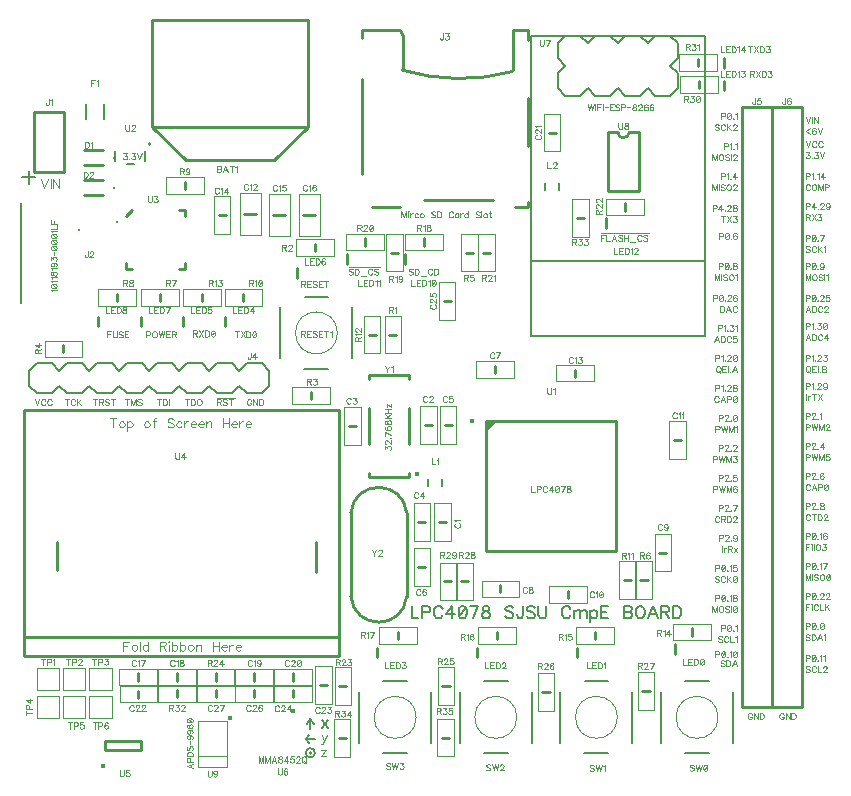
<source format=gbr>
%TF.GenerationSoftware,Novarm,DipTrace,3.2.0.1*%
%TF.CreationDate,2018-12-02T20:47:12-08:00*%
%FSLAX26Y26*%
%MOIN*%
%TF.FileFunction,Legend,Top*%
%TF.Part,Single*%
%ADD10C,0.009843*%
%ADD16C,0.006*%
%ADD18C,0.008*%
%ADD25C,0.003937*%
%ADD29C,0.009433*%
%ADD31C,0.005*%
%ADD35C,0.009994*%
%ADD47C,0.000013*%
%ADD49C,0.015768*%
%ADD52C,0.011774*%
%ADD57C,0.015401*%
%ADD59C,0.015697*%
%ADD65C,0.004*%
%ADD66C,0.015621*%
%ADD67C,0.015422*%
%ADD144C,0.003088*%
%ADD145C,0.006176*%
%ADD146C,0.004632*%
%ADD147C,0.00772*%
G75*
G01*
%LPD*%
X1347462Y2571825D2*
D10*
X828722D1*
Y2928075D1*
X1347462D1*
Y2571825D1*
X1235021Y2459324D1*
X828722Y2571825D2*
X941242Y2459324D1*
X1235021D2*
X941242D1*
X1808636Y1253986D2*
X1785013D1*
X1824383Y1316978D2*
D25*
X1769265D1*
Y1190994D1*
X1824383D1*
Y1316978D1*
X1737997Y1577307D2*
D10*
X1761620D1*
X1722250Y1514315D2*
D25*
X1777368D1*
Y1640299D1*
X1722250D1*
Y1514315D1*
X1485805Y1575089D2*
D10*
X1509429D1*
X1470058Y1512097D2*
D25*
X1525176D1*
Y1638082D1*
X1470058D1*
Y1512097D1*
X1716263Y1255292D2*
D10*
X1739887D1*
X1700516Y1192299D2*
D25*
X1755634D1*
Y1318284D1*
X1700516D1*
Y1192299D1*
X1803615Y1577307D2*
D10*
X1827239D1*
X1787868Y1514315D2*
D25*
X1842986D1*
Y1640299D1*
X1787868D1*
Y1514315D1*
X1739887Y1103986D2*
D10*
X1716263D1*
X1755634Y1166978D2*
D25*
X1700516D1*
Y1040994D1*
X1755634D1*
Y1166978D1*
X1972567Y1750758D2*
D10*
Y1774382D1*
X2035559Y1735011D2*
D25*
X1909575D1*
Y1790129D1*
X2035559D1*
Y1735011D1*
X1989830Y1043069D2*
D10*
Y1019446D1*
X1926837Y1058816D2*
D25*
X2052822D1*
Y1003698D1*
X1926837D1*
Y1058816D1*
X2519388Y1152160D2*
D10*
X2543011D1*
X2503641Y1089168D2*
D25*
X2558759D1*
Y1215152D1*
X2503641D1*
Y1089168D1*
X2216292Y1000837D2*
D10*
Y1024460D1*
X2279284Y985089D2*
D25*
X2153299D1*
Y1040208D1*
X2279284D1*
Y985089D1*
X2569160Y1527313D2*
D10*
X2592783D1*
X2553412Y1464320D2*
D25*
X2608530D1*
Y1590305D1*
X2553412D1*
Y1464320D1*
X1175888Y2281299D2*
D10*
X1136514D1*
X1191634Y2352166D2*
D25*
X1120768D1*
Y2210433D1*
X1191634D1*
Y2352166D1*
X2239475Y1761883D2*
D10*
Y1738259D1*
X2176483Y1777630D2*
D25*
X2302467D1*
Y1722512D1*
X2176483D1*
Y1777630D1*
X1074263Y2277166D2*
D10*
X1050640D1*
X1090011Y2340158D2*
D25*
X1034893D1*
Y2214173D1*
X1090011D1*
Y2340158D1*
X1272674Y2278046D2*
D10*
X1233300D1*
X1288420Y2348912D2*
D25*
X1217554D1*
Y2207180D1*
X1288420D1*
Y2348912D1*
X1372665Y2278046D2*
D10*
X1333291D1*
X1388411Y2348912D2*
D25*
X1317545D1*
Y2207180D1*
X1388411D1*
Y2348912D1*
X782781Y749036D2*
D10*
Y725413D1*
X719789Y764784D2*
D25*
X845773D1*
Y709666D1*
X719789D1*
Y764784D1*
X911545Y749036D2*
D10*
Y725413D1*
X848553Y764784D2*
D25*
X974537D1*
Y709666D1*
X848553D1*
Y764784D1*
X1169071Y749036D2*
D10*
Y725413D1*
X1106079Y764784D2*
D25*
X1232063D1*
Y709666D1*
X1106079D1*
Y764784D1*
X1297835Y749036D2*
D10*
Y725413D1*
X1234843Y764784D2*
D25*
X1360827D1*
Y709666D1*
X1234843D1*
Y764784D1*
X2150453Y2552205D2*
D10*
X2174077D1*
X2134706Y2489213D2*
D25*
X2189824D1*
Y2615197D1*
X2134706D1*
Y2489213D1*
X783160Y668715D2*
D10*
Y692338D1*
X846152Y652967D2*
D25*
X720168D1*
Y708086D1*
X846152D1*
Y652967D1*
X1388139Y710236D2*
D10*
X1411762D1*
X1372391Y647244D2*
D25*
X1427509D1*
Y773229D1*
X1372391D1*
Y647244D1*
X1297835Y669157D2*
D10*
Y692781D1*
X1360827Y653410D2*
D25*
X1234843D1*
Y708528D1*
X1360827D1*
Y653410D1*
X1824114Y1991578D2*
D10*
X1800490D1*
X1839861Y2054570D2*
D25*
X1784743D1*
Y1928586D1*
X1839861D1*
Y2054570D1*
X1169156Y693013D2*
D10*
Y669389D1*
X1106164Y708760D2*
D25*
X1232149D1*
Y653642D1*
X1106164D1*
Y708760D1*
X1040575Y693013D2*
D10*
Y669389D1*
X977583Y708760D2*
D25*
X1103567D1*
Y653642D1*
X977583D1*
Y708760D1*
X664207Y2445124D2*
D10*
X601216D1*
X664207Y2492367D2*
X601216D1*
D29*
X701215Y2468746D3*
X664207Y2345135D2*
D10*
X601216D1*
X664207Y2392378D2*
X601216D1*
D29*
X701215Y2368756D3*
X667425Y2648852D2*
D18*
Y2598854D1*
X607425D2*
Y2648852D1*
X534316Y2621870D2*
D10*
X434316D1*
X534316Y2421870D2*
Y2621870D1*
Y2421870D2*
X434316D1*
Y2621870D1*
D35*
X586718Y2228694D3*
X391834Y2317274D2*
D31*
Y1982629D1*
X1528035Y2415472D2*
D10*
Y2730513D1*
Y2866214D2*
Y2893713D1*
X2083024D2*
Y2862030D1*
Y2667146D2*
Y2505740D1*
Y2321019D2*
Y2305476D1*
X2039865D1*
X1964488Y2328790D2*
X1736536D1*
X1653865Y2305476D2*
X1563292D1*
X1655688Y2893115D2*
X1663591Y2873986D1*
Y2759806D1*
X2030139Y2893115D2*
Y2759806D1*
X1663591D2*
G03X2030139Y2755621I190683J646859D01*
G01*
X1655688Y2893115D2*
X1528035Y2893713D1*
X2030139D2*
X2083024D1*
X1043741Y1782450D2*
D18*
X1093741D1*
X1118701Y1757450D1*
Y1707450D2*
X1093741Y1682450D1*
X918701Y1757450D2*
X943741Y1782450D1*
X993741D1*
X1018701Y1757450D1*
Y1707450D2*
X993741Y1682450D1*
X943741D1*
X918701Y1707450D1*
X1043741Y1782450D2*
X1018701Y1757450D1*
Y1707450D2*
X1043741Y1682450D1*
X1093741D2*
X1043741D1*
X743741Y1782450D2*
X793741D1*
X818701Y1757450D1*
Y1707450D2*
X793741Y1682450D1*
X818701Y1757450D2*
X843661Y1782450D1*
X893661D1*
X918701Y1757450D1*
Y1707450D2*
X893661Y1682450D1*
X843661D1*
X818701Y1707450D1*
X618701Y1757450D2*
X643741Y1782450D1*
X693741D1*
X718701Y1757450D1*
Y1707450D2*
X693741Y1682450D1*
X643741D1*
X618701Y1707450D1*
X743741Y1782450D2*
X718701Y1757450D1*
Y1707450D2*
X743741Y1682450D1*
X793741D2*
X743741D1*
X443661Y1782450D2*
X493661D1*
X518701Y1757450D1*
Y1707450D2*
X493661Y1682450D1*
X518701Y1757450D2*
X543661Y1782450D1*
X593661D1*
X618701Y1757450D1*
Y1707450D2*
X593661Y1682450D1*
X543661D1*
X518701Y1707450D1*
X418701Y1757450D2*
Y1707450D1*
X443661Y1782450D2*
X418701Y1757450D1*
Y1707450D2*
X443661Y1682450D1*
X493661D2*
X443661D1*
X1143741Y1782450D2*
X1193741D1*
X1218701Y1757450D1*
Y1707450D1*
X1193741Y1682450D1*
X1143741Y1782450D2*
X1118701Y1757450D1*
Y1707450D2*
X1143741Y1682450D1*
X1193741D2*
X1143741D1*
X2793701Y713450D2*
D10*
Y2637450D1*
Y637450D2*
Y713450D1*
X2893701Y637450D2*
X2793701D1*
X2893701D2*
Y2637450D1*
X2793701D1*
X2893701Y713450D2*
Y2637450D1*
Y637450D2*
Y713450D1*
X2993701Y637450D2*
X2893701D1*
X2993701D2*
Y2637450D1*
X2893701D1*
X1748352Y1373663D2*
D16*
Y1397288D1*
X1795596Y1373663D2*
Y1397288D1*
X2138643Y2361130D2*
Y2384755D1*
X2185887Y2361130D2*
Y2384755D1*
X1072662Y1906180D2*
D10*
Y1937676D1*
X932051Y1906180D2*
Y1937676D1*
X1310494Y2067704D2*
Y2099200D1*
X791441Y1906180D2*
Y1937676D1*
X647706Y1906180D2*
Y1937676D1*
X2572244Y815453D2*
Y846949D1*
X2245160Y802953D2*
Y834449D1*
X1911828Y802953D2*
Y834449D1*
X1578495Y802953D2*
Y834449D1*
X1672406Y2115626D2*
Y2147122D1*
X1478635Y2115626D2*
Y2147122D1*
X2341278Y2234271D2*
Y2265767D1*
X2734743Y2693586D2*
Y2725082D1*
Y2768586D2*
Y2800082D1*
X1658760Y1941979D2*
D25*
X1603642D1*
Y1815995D1*
X1658760D1*
Y1941979D1*
X1643013Y1878987D2*
D10*
X1619389D1*
X1309851Y2196431D2*
D25*
X1435835D1*
Y2141313D1*
X1309851D1*
Y2196431D1*
X1372843Y2180683D2*
D10*
Y2157060D1*
X1295326Y1702638D2*
D25*
X1421310D1*
Y1647520D1*
X1295326D1*
Y1702638D1*
X1358318Y1686891D2*
D10*
Y1663267D1*
X470412Y1858872D2*
D25*
X596397D1*
Y1803753D1*
X470412D1*
Y1858872D1*
X533404Y1843124D2*
D10*
Y1819501D1*
X1860066Y2089345D2*
D25*
X1915184D1*
Y2215330D1*
X1860066D1*
Y2089345D1*
X1875813Y2152337D2*
D10*
X1899437D1*
X2496042Y1123604D2*
D25*
X2440924D1*
Y997620D1*
X2496042D1*
Y1123604D1*
X2480295Y1060612D2*
D10*
X2456671D1*
X792253Y2030729D2*
D25*
X918238D1*
Y1975610D1*
X792253D1*
Y2030729D1*
X855246Y2014981D2*
D10*
Y1991358D1*
X648519Y2030729D2*
D25*
X774503D1*
Y1975610D1*
X648519D1*
Y2030729D1*
X711511Y2014981D2*
D10*
Y1991358D1*
X874402Y2403471D2*
D25*
X1000386D1*
Y2348353D1*
X874402D1*
Y2403471D1*
X937394Y2387724D2*
D10*
Y2364100D1*
X1070349Y2030729D2*
D25*
X1196334D1*
Y1975610D1*
X1070349D1*
Y2030729D1*
X1133341Y2014981D2*
D10*
Y1991358D1*
X2439798Y1123418D2*
D25*
X2384680D1*
Y997433D1*
X2439798D1*
Y1123418D1*
X2424051Y1060425D2*
D10*
X2400427D1*
X1590011Y1941979D2*
D25*
X1534893D1*
Y1815995D1*
X1590011D1*
Y1941979D1*
X1574263Y1878987D2*
D10*
X1550640D1*
X932864Y2030729D2*
D25*
X1058848D1*
Y1975610D1*
X932864D1*
Y2030729D1*
X995856Y2014981D2*
D10*
Y1991358D1*
X2691979Y859890D2*
D25*
X2565995D1*
Y915008D1*
X2691979D1*
Y859890D1*
X2628987Y875637D2*
D10*
Y899261D1*
X2369016Y847390D2*
D25*
X2243032D1*
Y902508D1*
X2369016D1*
Y847390D1*
X2306024Y863137D2*
D10*
Y886761D1*
X2041978Y847391D2*
D25*
X1915994D1*
Y902509D1*
X2041978D1*
Y847391D1*
X1978986Y863139D2*
D10*
Y886762D1*
X1710593Y847390D2*
D25*
X1584609D1*
Y902508D1*
X1710593D1*
Y847390D1*
X1647601Y863137D2*
D10*
Y886761D1*
X1672243Y2215011D2*
D25*
X1798227D1*
Y2159893D1*
X1672243D1*
Y2215011D1*
X1735235Y2199263D2*
D10*
Y2175640D1*
X1609891Y2089173D2*
D25*
X1665009D1*
Y2215158D1*
X1609891D1*
Y2089173D1*
X1625639Y2152166D2*
D10*
X1649262D1*
X1476671Y2215011D2*
D25*
X1602655D1*
Y2159893D1*
X1476671D1*
Y2215011D1*
X1539663Y2199263D2*
D10*
Y2175640D1*
X1915979Y2089255D2*
D25*
X1971097D1*
Y2215239D1*
X1915979D1*
Y2089255D1*
X1931726Y2152247D2*
D10*
X1955350D1*
X2342998Y2331604D2*
D25*
X2468982D1*
Y2276486D1*
X2342998D1*
Y2331604D1*
X2405990Y2315857D2*
D10*
Y2292233D1*
X1492334Y769223D2*
D25*
X1437215D1*
Y643239D1*
X1492334D1*
Y769223D1*
X1476586Y706231D2*
D10*
X1452963D1*
X1103299Y709666D2*
D25*
X977315D1*
Y764784D1*
X1103299D1*
Y709666D1*
X1040307Y725413D2*
D10*
Y749036D1*
X1836118Y769223D2*
D25*
X1781000D1*
Y643239D1*
X1836118D1*
Y769223D1*
X1820371Y706231D2*
D10*
X1796747D1*
X2169232Y750471D2*
D25*
X2114114D1*
Y624487D1*
X2169232D1*
Y750471D1*
X2153485Y687479D2*
D10*
X2129862D1*
X2502729Y754511D2*
D25*
X2447610D1*
Y628526D1*
X2502729D1*
Y754511D1*
X2486981Y691519D2*
D10*
X2463358D1*
X1898626Y1118991D2*
D25*
X1843508D1*
Y993007D1*
X1898626D1*
Y1118991D1*
X1882879Y1055999D2*
D10*
X1859255D1*
X1842370Y1118991D2*
D25*
X1787252D1*
Y993007D1*
X1842370D1*
Y1118991D1*
X1826623Y1055999D2*
D10*
X1802999D1*
X2588940Y2740029D2*
D25*
X2714924D1*
Y2684911D1*
X2588940D1*
Y2740029D1*
X2651932Y2724282D2*
D10*
Y2700658D1*
X2586722Y2812803D2*
D25*
X2712706D1*
Y2757685D1*
X2586722D1*
Y2812803D1*
X2649714Y2797056D2*
D10*
Y2773432D1*
X849003Y708760D2*
D25*
X974987D1*
Y653642D1*
X849003D1*
Y708760D1*
X911995Y693013D2*
D10*
Y669389D1*
X2228642Y2203495D2*
D25*
X2283760D1*
Y2329479D1*
X2228642D1*
Y2203495D1*
X2244389Y2266487D2*
D10*
X2268013D1*
X1306445Y1884201D2*
D47*
G02X1306445Y1884201I70006J0D01*
G01*
X1256448Y1969209D2*
D18*
Y1799193D1*
X1496453D2*
Y1969209D1*
X1337164Y2004189D2*
X1416443D1*
X1335979Y1764213D2*
X1416443D1*
X1568945Y602950D2*
D47*
G02X1568945Y602950I70006J0D01*
G01*
X1518948Y687958D2*
D18*
Y517942D1*
X1758953D2*
Y687958D1*
X1599664Y722938D2*
X1678943D1*
X1598479Y482962D2*
X1678943D1*
X1904362Y602950D2*
D47*
G02X1904362Y602950I70006J0D01*
G01*
X1854365Y687958D2*
D18*
Y517942D1*
X2094370D2*
Y687958D1*
X1935081Y722938D2*
X2014360D1*
X1933896Y482962D2*
X2014360D1*
X2239778Y602950D2*
D47*
G02X2239778Y602950I70006J0D01*
G01*
X2189781Y687958D2*
D18*
Y517942D1*
X2429786D2*
Y687958D1*
X2270497Y722938D2*
X2349776D1*
X2269312Y482962D2*
X2349776D1*
X2575195Y602950D2*
D47*
G02X2575195Y602950I70006J0D01*
G01*
X2525199Y687958D2*
D18*
Y517942D1*
X2765203D2*
Y687958D1*
X2605914Y722938D2*
X2685193D1*
X2604730Y482962D2*
X2685193D1*
X443692Y693928D2*
D25*
X518692D1*
Y768928D1*
X443692D1*
Y693928D1*
X531198Y693701D2*
X606198D1*
Y768701D1*
X531198D1*
Y693701D1*
X618673Y693928D2*
X693673D1*
Y768928D1*
X618673D1*
Y693928D1*
X443692Y600188D2*
X518692D1*
Y675188D1*
X443692D1*
Y600188D1*
X531183D2*
X606183D1*
Y675188D1*
X531183D1*
Y600188D1*
X618673D2*
X693673D1*
Y675188D1*
X618673D1*
Y600188D1*
X1941910Y1591998D2*
D10*
X2375020D1*
Y1158887D1*
X1941910D1*
Y1591998D1*
G36*
D2*
Y1552608D1*
X1981299Y1591998D1*
X1941910D1*
G37*
D49*
X1894695D3*
X814302Y2513763D2*
D47*
G02X814302Y2513763I4999J0D01*
G01*
X706303Y2456858D2*
D18*
Y2490670D1*
X806300D2*
Y2456858D1*
X766865Y2445861D2*
X745738D1*
X919022Y2293689D2*
D10*
X938686D1*
Y2273997D1*
X919022Y2096816D2*
X938686D1*
Y2116507D2*
Y2096816D1*
X741866D2*
X761556D1*
X741866Y2116507D2*
Y2096816D1*
D52*
X712382Y2254316D3*
X761556Y2293689D2*
D10*
X741866Y2273997D1*
X510110Y1092528D2*
Y1186316D1*
X1376494Y1086204D2*
Y1186234D1*
X400788Y807633D2*
X1451969D1*
Y1628893D1*
X400788D1*
Y807633D1*
X401839Y870459D2*
X1451864D1*
D57*
X666756Y439832D3*
X672018Y493897D2*
D10*
X790126D1*
X672018Y525388D2*
X790126D1*
Y493897D2*
Y525388D1*
X672018Y493897D2*
Y525388D1*
D59*
X1299964Y623378D3*
X2670977Y2874969D2*
D31*
Y2124969D1*
Y1874969D1*
X2090977D1*
Y2124969D1*
Y2874969D1*
X2205991D1*
X2255987D1*
X2305983D1*
X2355979D1*
X2405975D1*
X2455971D1*
X2505967D1*
X2555963D1*
X2670977D1*
Y2124969D2*
X2090977D1*
X2555963Y2874969D2*
X2580961Y2849969D1*
Y2799969D1*
X2555963Y2774969D1*
X2580961Y2749969D1*
Y2699969D1*
X2555963Y2674969D1*
X2505967D1*
X2480969Y2699969D1*
X2455971Y2674969D1*
X2405975D1*
X2380977Y2699969D1*
X2355979Y2674969D1*
X2305983D1*
X2280985Y2699969D1*
X2255987Y2674969D1*
X2205991D1*
X2180993Y2699969D1*
Y2749969D1*
X2205991Y2774969D1*
X2180993Y2799969D1*
Y2849969D1*
X2205991Y2874969D1*
X2255987D2*
X2280985Y2849969D1*
X2305983Y2874969D1*
X2355979D2*
X2380977Y2849969D1*
X2405975Y2874969D1*
X2455971D2*
X2480969Y2849969D1*
X2505967Y2874969D1*
X2348613Y2554666D2*
D10*
Y2357812D1*
X2450989Y2554666D2*
Y2357812D1*
X2348613D2*
X2450989D1*
X2380106Y2554666D2*
X2348613D1*
X2419495D2*
X2450989D1*
X2380106D2*
G03X2419495Y2554666I19694J9D01*
G01*
X982629Y590644D2*
D25*
X1077111D1*
Y436017D1*
X982629D1*
Y590644D1*
X983001Y474406D2*
D65*
X1076750D1*
D66*
X1087687Y600975D3*
D67*
X1711300Y1414945D3*
X1685086Y1731553D2*
D10*
Y1745253D1*
X1551121Y1731553D2*
Y1745253D1*
X1685086D2*
X1551121D1*
X1685086Y1515080D2*
Y1632907D1*
X1551121Y1515080D2*
Y1632907D1*
Y1402734D2*
Y1416435D1*
X1685086Y1402734D2*
Y1416435D1*
Y1402734D2*
X1551121D1*
X1677200Y1005290D2*
Y1284619D1*
X1491452Y1005290D2*
Y1284619D1*
Y1005290D2*
G03X1677200Y1005290I92874J8216D01*
G01*
Y1284619D2*
G03X1491452Y1284619I-92874J-8216D01*
G01*
X1489898Y596659D2*
D25*
X1434780D1*
Y470675D1*
X1489898D1*
Y596659D1*
X1474151Y533667D2*
D10*
X1450527D1*
X1833612Y598473D2*
D25*
X1778494D1*
Y472488D1*
X1833612D1*
Y598473D1*
X1817865Y535481D2*
D10*
X1794241D1*
X1340390Y531440D2*
D18*
X1371668Y531486D1*
X1340390Y531440D2*
X1352890Y543940D1*
X1340390Y531440D2*
X1352890Y518941D1*
X1356015Y562689D2*
Y597065D1*
X1343513Y581440D1*
X1356015Y597065D2*
X1368515Y581440D1*
X1340487Y484593D2*
G02X1340487Y484593I15627J0D01*
G01*
X1352990Y484594D2*
G02X1352990Y484594I3125J0D01*
G01*
X1046023Y2441793D2*
D144*
Y2421697D1*
X1054645D1*
X1057519Y2422670D1*
X1058470Y2423621D1*
X1059420Y2425522D1*
Y2428396D1*
X1058470Y2430319D1*
X1057519Y2431270D1*
X1054645Y2432221D1*
X1057519Y2433193D1*
X1058470Y2434144D1*
X1059420Y2436045D1*
Y2437969D1*
X1058470Y2439870D1*
X1057519Y2440843D1*
X1054645Y2441793D1*
X1046023D1*
Y2432221D2*
X1054645D1*
X1080917Y2421697D2*
X1073245Y2441793D1*
X1065596Y2421697D1*
X1068470Y2428396D2*
X1078043D1*
X1093791Y2441793D2*
Y2421697D1*
X1087093Y2441793D2*
X1100490D1*
X1106666Y2437947D2*
X1108589Y2438919D1*
X1111463Y2441771D1*
Y2421697D1*
X1841061Y1249898D2*
X1839160Y1248947D1*
X1837236Y1247024D1*
X1836286Y1245122D1*
Y1241298D1*
X1837236Y1239374D1*
X1839160Y1237473D1*
X1841061Y1236500D1*
X1843935Y1235550D1*
X1848732D1*
X1851584Y1236500D1*
X1853508Y1237473D1*
X1855409Y1239374D1*
X1856382Y1241298D1*
Y1245122D1*
X1855409Y1247024D1*
X1853508Y1248947D1*
X1851584Y1249898D1*
X1840133Y1256073D2*
X1839160Y1257997D1*
X1836308Y1260871D1*
X1856382D1*
X1746262Y1669054D2*
X1745311Y1670955D1*
X1743388Y1672878D1*
X1741486Y1673829D1*
X1737662D1*
X1735738Y1672878D1*
X1733837Y1670955D1*
X1732864Y1669054D1*
X1731914Y1666180D1*
Y1661382D1*
X1732864Y1658530D1*
X1733837Y1656607D1*
X1735738Y1654706D1*
X1737662Y1653733D1*
X1741486D1*
X1743388Y1654706D1*
X1745311Y1656607D1*
X1746262Y1658530D1*
X1753410Y1669031D2*
Y1669982D1*
X1754361Y1671905D1*
X1755311Y1672856D1*
X1757235Y1673807D1*
X1761059D1*
X1762961Y1672856D1*
X1763911Y1671905D1*
X1764884Y1669982D1*
Y1668081D1*
X1763911Y1666157D1*
X1762010Y1663305D1*
X1752437Y1653733D1*
X1765835D1*
X1490945Y1663712D2*
X1489995Y1665614D1*
X1488071Y1667537D1*
X1486170Y1668488D1*
X1482345D1*
X1480422Y1667537D1*
X1478521Y1665614D1*
X1477548Y1663712D1*
X1476597Y1660838D1*
Y1656041D1*
X1477548Y1653189D1*
X1478521Y1651266D1*
X1480422Y1649364D1*
X1482345Y1648392D1*
X1486170D1*
X1488071Y1649364D1*
X1489995Y1651266D1*
X1490945Y1653189D1*
X1499045Y1668465D2*
X1509546D1*
X1503820Y1660816D1*
X1506694D1*
X1508595Y1659866D1*
X1509546Y1658915D1*
X1510518Y1656041D1*
Y1654140D1*
X1509546Y1651266D1*
X1507644Y1649342D1*
X1504770Y1648392D1*
X1501896D1*
X1499045Y1649342D1*
X1498094Y1650315D1*
X1497121Y1652216D1*
X1716181Y1348561D2*
X1715231Y1350463D1*
X1713307Y1352386D1*
X1711406Y1353337D1*
X1707581D1*
X1705658Y1352386D1*
X1703757Y1350463D1*
X1702784Y1348561D1*
X1701833Y1345687D1*
Y1340890D1*
X1702784Y1338038D1*
X1703757Y1336115D1*
X1705658Y1334213D1*
X1707581Y1333241D1*
X1711406D1*
X1713307Y1334213D1*
X1715231Y1336115D1*
X1716181Y1338038D1*
X1731930Y1333241D2*
Y1353315D1*
X1722357Y1339939D1*
X1736705D1*
X1811880Y1669071D2*
X1810929Y1670972D1*
X1809006Y1672895D1*
X1807105Y1673846D1*
X1803280D1*
X1801356Y1672895D1*
X1799455Y1670972D1*
X1798482Y1669071D1*
X1797532Y1666197D1*
Y1661399D1*
X1798482Y1658547D1*
X1799455Y1656624D1*
X1801356Y1654723D1*
X1803280Y1653750D1*
X1807105D1*
X1809006Y1654723D1*
X1810929Y1656624D1*
X1811880Y1658547D1*
X1829529Y1673824D2*
X1819979D1*
X1819028Y1665224D1*
X1819979Y1666174D1*
X1822853Y1667147D1*
X1825705D1*
X1828579Y1666174D1*
X1830502Y1664273D1*
X1831453Y1661399D1*
Y1659498D1*
X1830502Y1656624D1*
X1828579Y1654701D1*
X1825705Y1653750D1*
X1822853D1*
X1819979Y1654701D1*
X1819028Y1655673D1*
X1818056Y1657575D1*
X1723394Y1025400D2*
X1722443Y1027301D1*
X1720520Y1029225D1*
X1718618Y1030175D1*
X1714794D1*
X1712870Y1029225D1*
X1710969Y1027301D1*
X1709996Y1025400D1*
X1709046Y1022526D1*
Y1017729D1*
X1709996Y1014877D1*
X1710969Y1012953D1*
X1712870Y1011052D1*
X1714794Y1010079D1*
X1718618D1*
X1720520Y1011052D1*
X1722443Y1012953D1*
X1723394Y1014877D1*
X1741043Y1027301D2*
X1740093Y1029203D1*
X1737219Y1030153D1*
X1735317D1*
X1732443Y1029203D1*
X1730520Y1026329D1*
X1729569Y1021553D1*
Y1016778D1*
X1730520Y1012953D1*
X1732443Y1011030D1*
X1735317Y1010079D1*
X1736268D1*
X1739120Y1011030D1*
X1741043Y1012953D1*
X1741994Y1015827D1*
Y1016778D1*
X1741043Y1019652D1*
X1739120Y1021553D1*
X1736268Y1022504D1*
X1735317D1*
X1732443Y1021553D1*
X1730520Y1019652D1*
X1729569Y1016778D1*
X1969972Y1814635D2*
X1969021Y1816536D1*
X1967098Y1818460D1*
X1965196Y1819410D1*
X1961372D1*
X1959448Y1818460D1*
X1957547Y1816536D1*
X1956574Y1814635D1*
X1955624Y1811761D1*
Y1806963D1*
X1956574Y1804112D1*
X1957547Y1802188D1*
X1959448Y1800287D1*
X1961372Y1799314D1*
X1965196D1*
X1967098Y1800287D1*
X1969021Y1802188D1*
X1969972Y1804112D1*
X1979972Y1799314D2*
X1989545Y1819388D1*
X1976147D1*
X2077861Y1033328D2*
X2076910Y1035229D1*
X2074987Y1037152D1*
X2073085Y1038103D1*
X2069261D1*
X2067337Y1037152D1*
X2065436Y1035229D1*
X2064463Y1033328D1*
X2063513Y1030454D1*
Y1025656D1*
X2064463Y1022804D1*
X2065436Y1020881D1*
X2067337Y1018980D1*
X2069261Y1018007D1*
X2073085D1*
X2074987Y1018980D1*
X2076910Y1020881D1*
X2077861Y1022804D1*
X2088812Y1038081D2*
X2085960Y1037130D1*
X2084987Y1035229D1*
Y1033306D1*
X2085960Y1031404D1*
X2087861Y1030432D1*
X2091686Y1029481D1*
X2094560Y1028530D1*
X2096461Y1026607D1*
X2097412Y1024706D1*
Y1021832D1*
X2096461Y1019930D1*
X2095510Y1018958D1*
X2092636Y1018007D1*
X2088812D1*
X2085960Y1018958D1*
X2084987Y1019930D1*
X2084036Y1021832D1*
Y1024706D1*
X2084987Y1026607D1*
X2086910Y1028530D1*
X2089762Y1029481D1*
X2093587Y1030432D1*
X2095510Y1031404D1*
X2096461Y1033306D1*
Y1035229D1*
X2095510Y1037130D1*
X2092636Y1038081D1*
X2088812D1*
X2529080Y1242783D2*
X2528129Y1244684D1*
X2526206Y1246608D1*
X2524304Y1247558D1*
X2520480D1*
X2518556Y1246608D1*
X2516655Y1244684D1*
X2515682Y1242783D1*
X2514732Y1239909D1*
Y1235112D1*
X2515682Y1232260D1*
X2516655Y1230336D1*
X2518556Y1228435D1*
X2520480Y1227462D1*
X2524304D1*
X2526206Y1228435D1*
X2528129Y1230336D1*
X2529080Y1232260D1*
X2547702Y1240860D2*
X2546729Y1237986D1*
X2544828Y1236062D1*
X2541954Y1235112D1*
X2541003D1*
X2538129Y1236062D1*
X2536228Y1237986D1*
X2535255Y1240860D1*
Y1241810D1*
X2536228Y1244684D1*
X2538129Y1246586D1*
X2541003Y1247536D1*
X2541954D1*
X2544828Y1246586D1*
X2546729Y1244684D1*
X2547702Y1240860D1*
Y1236062D1*
X2546729Y1231287D1*
X2544828Y1228413D1*
X2541954Y1227462D1*
X2540053D1*
X2537179Y1228413D1*
X2536228Y1230336D1*
X2301950Y1017844D2*
X2300999Y1019745D1*
X2299076Y1021668D1*
X2297174Y1022619D1*
X2293350D1*
X2291426Y1021668D1*
X2289525Y1019745D1*
X2288552Y1017844D1*
X2287602Y1014970D1*
Y1010172D1*
X2288552Y1007320D1*
X2289525Y1005397D1*
X2291426Y1003496D1*
X2293350Y1002523D1*
X2297174D1*
X2299076Y1003496D1*
X2300999Y1005397D1*
X2301950Y1007320D1*
X2308125Y1018772D2*
X2310049Y1019745D1*
X2312923Y1022597D1*
Y1002523D1*
X2324847Y1022597D2*
X2321972Y1021646D1*
X2320049Y1018772D1*
X2319098Y1013997D1*
Y1011123D1*
X2320049Y1006347D1*
X2321972Y1003473D1*
X2324847Y1002523D1*
X2326748D1*
X2329622Y1003473D1*
X2331523Y1006347D1*
X2332496Y1011123D1*
Y1013997D1*
X2331523Y1018772D1*
X2329622Y1021646D1*
X2326748Y1022597D1*
X2324847D1*
X2331523Y1018772D2*
X2320049Y1006347D1*
X2577735Y1614345D2*
X2576785Y1616246D1*
X2574861Y1618170D1*
X2572960Y1619120D1*
X2569135D1*
X2567212Y1618170D1*
X2565311Y1616246D1*
X2564338Y1614345D1*
X2563387Y1611471D1*
Y1606673D1*
X2564338Y1603822D1*
X2565311Y1601898D1*
X2567212Y1599997D1*
X2569135Y1599024D1*
X2572960D1*
X2574861Y1599997D1*
X2576785Y1601898D1*
X2577735Y1603822D1*
X2583911Y1615273D2*
X2585834Y1616246D1*
X2588708Y1619098D1*
Y1599024D1*
X2594884Y1615273D2*
X2596807Y1616246D1*
X2599681Y1619098D1*
Y1599024D1*
X1148086Y2376634D2*
X1147136Y2378535D1*
X1145212Y2380458D1*
X1143311Y2381409D1*
X1139486D1*
X1137563Y2380458D1*
X1135662Y2378535D1*
X1134689Y2376634D1*
X1133738Y2373760D1*
Y2368962D1*
X1134689Y2366110D1*
X1135662Y2364187D1*
X1137563Y2362286D1*
X1139486Y2361313D1*
X1143311D1*
X1145212Y2362286D1*
X1147136Y2364187D1*
X1148086Y2366110D1*
X1154262Y2377562D2*
X1156185Y2378535D1*
X1159059Y2381387D1*
Y2361313D1*
X1166208Y2376611D2*
Y2377562D1*
X1167158Y2379485D1*
X1168109Y2380436D1*
X1170032Y2381387D1*
X1173857D1*
X1175758Y2380436D1*
X1176709Y2379485D1*
X1177682Y2377562D1*
Y2375661D1*
X1176709Y2373737D1*
X1174808Y2370886D1*
X1165235Y2361313D1*
X1178632D1*
X2231384Y1799015D2*
X2230433Y1800917D1*
X2228510Y1802840D1*
X2226609Y1803791D1*
X2222784D1*
X2220861Y1802840D1*
X2218959Y1800917D1*
X2217987Y1799015D1*
X2217036Y1796141D1*
Y1791344D1*
X2217987Y1788492D1*
X2218959Y1786569D1*
X2220861Y1784667D1*
X2222784Y1783695D1*
X2226609D1*
X2228510Y1784667D1*
X2230433Y1786569D1*
X2231384Y1788492D1*
X2237560Y1799944D2*
X2239483Y1800917D1*
X2242357Y1803769D1*
Y1783695D1*
X2250456Y1803769D2*
X2260957D1*
X2255232Y1796119D1*
X2258106D1*
X2260007Y1795169D1*
X2260957Y1794218D1*
X2261930Y1791344D1*
Y1789443D1*
X2260957Y1786569D1*
X2259056Y1784645D1*
X2256182Y1783695D1*
X2253308D1*
X2250456Y1784645D1*
X2249506Y1785618D1*
X2248533Y1787519D1*
X1051318Y2364180D2*
X1050368Y2366081D1*
X1048444Y2368004D1*
X1046543Y2368955D1*
X1042718D1*
X1040795Y2368004D1*
X1038894Y2366081D1*
X1037921Y2364180D1*
X1036970Y2361305D1*
Y2356508D1*
X1037921Y2353656D1*
X1038894Y2351733D1*
X1040795Y2349832D1*
X1042718Y2348859D1*
X1046543D1*
X1048444Y2349832D1*
X1050368Y2351733D1*
X1051318Y2353656D1*
X1057494Y2365108D2*
X1059417Y2366081D1*
X1062291Y2368933D1*
Y2348859D1*
X1078040D2*
Y2368933D1*
X1068467Y2355557D1*
X1082815D1*
X1244888Y2373426D2*
X1243937Y2375328D1*
X1242014Y2377251D1*
X1240113Y2378202D1*
X1236288D1*
X1234365Y2377251D1*
X1232463Y2375328D1*
X1231491Y2373426D1*
X1230540Y2370552D1*
Y2365755D1*
X1231491Y2362903D1*
X1232463Y2360980D1*
X1234365Y2359078D1*
X1236288Y2358106D1*
X1240113D1*
X1242014Y2359078D1*
X1243937Y2360980D1*
X1244888Y2362903D1*
X1251064Y2374355D2*
X1252987Y2375328D1*
X1255861Y2378179D1*
Y2358106D1*
X1273511Y2378179D2*
X1263960D1*
X1263010Y2369579D1*
X1263960Y2370530D1*
X1266834Y2371503D1*
X1269686D1*
X1272560Y2370530D1*
X1274484Y2368629D1*
X1275434Y2365755D1*
Y2363854D1*
X1274484Y2360980D1*
X1272560Y2359056D1*
X1269686Y2358106D1*
X1266834D1*
X1263960Y2359056D1*
X1263010Y2360029D1*
X1262037Y2361930D1*
X1345365Y2373426D2*
X1344415Y2375328D1*
X1342491Y2377251D1*
X1340590Y2378202D1*
X1336765D1*
X1334842Y2377251D1*
X1332941Y2375328D1*
X1331968Y2373426D1*
X1331017Y2370552D1*
Y2365755D1*
X1331968Y2362903D1*
X1332941Y2360980D1*
X1334842Y2359078D1*
X1336765Y2358106D1*
X1340590D1*
X1342491Y2359078D1*
X1344415Y2360980D1*
X1345365Y2362903D1*
X1351541Y2374355D2*
X1353464Y2375328D1*
X1356338Y2378179D1*
Y2358106D1*
X1373988Y2375328D2*
X1373037Y2377229D1*
X1370163Y2378179D1*
X1368262D1*
X1365388Y2377229D1*
X1363465Y2374355D1*
X1362514Y2369579D1*
Y2364804D1*
X1363465Y2360980D1*
X1365388Y2359056D1*
X1368262Y2358106D1*
X1369213D1*
X1372065Y2359056D1*
X1373988Y2360980D1*
X1374939Y2363854D1*
Y2364804D1*
X1373988Y2367678D1*
X1372065Y2369579D1*
X1369213Y2370530D1*
X1368262D1*
X1365388Y2369579D1*
X1363465Y2367678D1*
X1362514Y2364804D1*
X774682Y789298D2*
X773731Y791199D1*
X771808Y793122D1*
X769907Y794073D1*
X766082D1*
X764159Y793122D1*
X762257Y791199D1*
X761285Y789298D1*
X760334Y786424D1*
Y781626D1*
X761285Y778774D1*
X762257Y776851D1*
X764159Y774950D1*
X766082Y773977D1*
X769907D1*
X771808Y774950D1*
X773731Y776851D1*
X774682Y778774D1*
X780858Y790226D2*
X782781Y791199D1*
X785655Y794051D1*
Y773977D1*
X795655D2*
X805228Y794051D1*
X791831D1*
X903457Y789298D2*
X902506Y791199D1*
X900583Y793122D1*
X898682Y794073D1*
X894857D1*
X892933Y793122D1*
X891032Y791199D1*
X890059Y789298D1*
X889109Y786424D1*
Y781626D1*
X890059Y778774D1*
X891032Y776851D1*
X892933Y774950D1*
X894857Y773977D1*
X898682D1*
X900583Y774950D1*
X902506Y776851D1*
X903457Y778774D1*
X909633Y790226D2*
X911556Y791199D1*
X914430Y794051D1*
Y773977D1*
X925381Y794051D2*
X922529Y793100D1*
X921556Y791199D1*
Y789276D1*
X922529Y787374D1*
X924430Y786401D1*
X928255Y785451D1*
X931129Y784500D1*
X933030Y782577D1*
X933981Y780676D1*
Y777802D1*
X933030Y775900D1*
X932080Y774928D1*
X929206Y773977D1*
X925381D1*
X922529Y774928D1*
X921556Y775900D1*
X920606Y777802D1*
Y780676D1*
X921556Y782577D1*
X923480Y784500D1*
X926332Y785451D1*
X930156Y786401D1*
X932080Y787374D1*
X933030Y789276D1*
Y791199D1*
X932080Y793100D1*
X929206Y794051D1*
X925381D1*
X1161447Y789298D2*
X1160497Y791199D1*
X1158573Y793122D1*
X1156672Y794073D1*
X1152847D1*
X1150924Y793122D1*
X1149023Y791199D1*
X1148050Y789298D1*
X1147099Y786424D1*
Y781626D1*
X1148050Y778774D1*
X1149023Y776851D1*
X1150924Y774950D1*
X1152847Y773977D1*
X1156672D1*
X1158573Y774950D1*
X1160497Y776851D1*
X1161447Y778774D1*
X1167623Y790226D2*
X1169546Y791199D1*
X1172420Y794051D1*
Y773977D1*
X1191043Y787374D2*
X1190070Y784500D1*
X1188169Y782577D1*
X1185295Y781626D1*
X1184344D1*
X1181470Y782577D1*
X1179569Y784500D1*
X1178596Y787374D1*
Y788325D1*
X1179569Y791199D1*
X1181470Y793100D1*
X1184344Y794051D1*
X1185295D1*
X1188169Y793100D1*
X1190070Y791199D1*
X1191043Y787374D1*
Y782577D1*
X1190070Y777802D1*
X1188169Y774928D1*
X1185295Y773977D1*
X1183394D1*
X1180519Y774928D1*
X1179569Y776851D1*
X1285436Y789298D2*
X1284485Y791199D1*
X1282562Y793122D1*
X1280661Y794073D1*
X1276836D1*
X1274912Y793122D1*
X1273011Y791199D1*
X1272038Y789298D1*
X1271088Y786424D1*
Y781626D1*
X1272038Y778774D1*
X1273011Y776851D1*
X1274912Y774950D1*
X1276836Y773977D1*
X1280661D1*
X1282562Y774950D1*
X1284485Y776851D1*
X1285436Y778774D1*
X1292584Y789276D2*
Y790226D1*
X1293535Y792150D1*
X1294486Y793100D1*
X1296409Y794051D1*
X1300234D1*
X1302135Y793100D1*
X1303085Y792150D1*
X1304058Y790226D1*
Y788325D1*
X1303085Y786401D1*
X1301184Y783550D1*
X1291612Y773977D1*
X1305009D1*
X1316933Y794051D2*
X1314059Y793100D1*
X1312135Y790226D1*
X1311185Y785451D1*
Y782577D1*
X1312135Y777802D1*
X1314059Y774928D1*
X1316933Y773977D1*
X1318834D1*
X1321708Y774928D1*
X1323609Y777802D1*
X1324582Y782577D1*
Y785451D1*
X1323609Y790226D1*
X1321708Y793100D1*
X1318834Y794051D1*
X1316933D1*
X1323609Y790226D2*
X1312135Y777802D1*
X2110192Y2544106D2*
X2108291Y2543155D1*
X2106368Y2541232D1*
X2105417Y2539331D1*
Y2535506D1*
X2106368Y2533583D1*
X2108291Y2531681D1*
X2110192Y2530709D1*
X2113066Y2529758D1*
X2117864D1*
X2120716Y2530709D1*
X2122639Y2531681D1*
X2124540Y2533583D1*
X2125513Y2535506D1*
Y2539331D1*
X2124540Y2541232D1*
X2122639Y2543155D1*
X2120716Y2544106D1*
X2110214Y2551254D2*
X2109264D1*
X2107340Y2552205D1*
X2106390Y2553156D1*
X2105439Y2555079D1*
Y2558904D1*
X2106390Y2560805D1*
X2107340Y2561756D1*
X2109264Y2562728D1*
X2111165D1*
X2113088Y2561756D1*
X2115940Y2559854D1*
X2125513Y2550282D1*
Y2563679D1*
X2109264Y2569855D2*
X2108291Y2571778D1*
X2105439Y2574652D1*
X2125513D1*
X767637Y638859D2*
X766686Y640761D1*
X764763Y642684D1*
X762861Y643635D1*
X759037D1*
X757113Y642684D1*
X755212Y640761D1*
X754239Y638859D1*
X753289Y635985D1*
Y631188D1*
X754239Y628336D1*
X755212Y626413D1*
X757113Y624511D1*
X759037Y623539D1*
X762861D1*
X764763Y624511D1*
X766686Y626413D1*
X767637Y628336D1*
X774785Y638837D2*
Y639788D1*
X775736Y641711D1*
X776686Y642662D1*
X778610Y643612D1*
X782434D1*
X784336Y642662D1*
X785286Y641711D1*
X786259Y639788D1*
Y637887D1*
X785286Y635963D1*
X783385Y633111D1*
X773812Y623539D1*
X787210D1*
X794358Y638837D2*
Y639788D1*
X795309Y641711D1*
X796259Y642662D1*
X798183Y643612D1*
X802007D1*
X803909Y642662D1*
X804859Y641711D1*
X805832Y639788D1*
Y637887D1*
X804859Y635963D1*
X802958Y633111D1*
X793385Y623539D1*
X806783D1*
X1387003Y632563D2*
X1386052Y634464D1*
X1384129Y636387D1*
X1382227Y637338D1*
X1378403D1*
X1376479Y636387D1*
X1374578Y634464D1*
X1373605Y632563D1*
X1372655Y629689D1*
Y624891D1*
X1373605Y622039D1*
X1374578Y620116D1*
X1376479Y618215D1*
X1378403Y617242D1*
X1382227D1*
X1384129Y618215D1*
X1386052Y620116D1*
X1387003Y622039D1*
X1394151Y632541D2*
Y633491D1*
X1395102Y635415D1*
X1396052Y636365D1*
X1397976Y637316D1*
X1401800D1*
X1403702Y636365D1*
X1404652Y635415D1*
X1405625Y633491D1*
Y631590D1*
X1404652Y629667D1*
X1402751Y626815D1*
X1393178Y617242D1*
X1406576D1*
X1414675Y637316D2*
X1425176D1*
X1419450Y629667D1*
X1422324D1*
X1424225Y628716D1*
X1425176Y627765D1*
X1426149Y624891D1*
Y622990D1*
X1425176Y620116D1*
X1423275Y618193D1*
X1420401Y617242D1*
X1417527D1*
X1414675Y618193D1*
X1413724Y619165D1*
X1412751Y621067D1*
X1252105Y637669D2*
X1251154Y639570D1*
X1249231Y641494D1*
X1247330Y642444D1*
X1243505D1*
X1241582Y641494D1*
X1239680Y639570D1*
X1238708Y637669D1*
X1237757Y634795D1*
Y629998D1*
X1238708Y627146D1*
X1239680Y625222D1*
X1241582Y623321D1*
X1243505Y622348D1*
X1247330D1*
X1249231Y623321D1*
X1251154Y625222D1*
X1252105Y627146D1*
X1259253Y637647D2*
Y638598D1*
X1260204Y640521D1*
X1261155Y641472D1*
X1263078Y642422D1*
X1266903D1*
X1268804Y641472D1*
X1269755Y640521D1*
X1270727Y638598D1*
Y636696D1*
X1269755Y634773D1*
X1267853Y631921D1*
X1258281Y622348D1*
X1271678D1*
X1287426D2*
Y642422D1*
X1277854Y629047D1*
X1292202D1*
X1760229Y1979179D2*
X1758328Y1978228D1*
X1756404Y1976305D1*
X1755454Y1974403D1*
Y1970579D1*
X1756404Y1968655D1*
X1758328Y1966754D1*
X1760229Y1965781D1*
X1763103Y1964831D1*
X1767900D1*
X1770752Y1965781D1*
X1772676Y1966754D1*
X1774577Y1968655D1*
X1775550Y1970579D1*
Y1974403D1*
X1774577Y1976305D1*
X1772676Y1978228D1*
X1770752Y1979179D1*
X1760251Y1986327D2*
X1759301D1*
X1757377Y1987278D1*
X1756427Y1988228D1*
X1755476Y1990152D1*
Y1993976D1*
X1756427Y1995878D1*
X1757377Y1996828D1*
X1759301Y1997801D1*
X1761202D1*
X1763125Y1996828D1*
X1765977Y1994927D1*
X1775550Y1985354D1*
Y1998752D1*
X1755476Y2016401D2*
Y2006851D1*
X1764076Y2005900D1*
X1763125Y2006851D1*
X1762152Y2009725D1*
Y2012577D1*
X1763125Y2015451D1*
X1765026Y2017374D1*
X1767900Y2018325D1*
X1769802D1*
X1772676Y2017374D1*
X1774599Y2015451D1*
X1775550Y2012577D1*
Y2009725D1*
X1774599Y2006851D1*
X1773626Y2005900D1*
X1771725Y2004927D1*
X1157244Y639514D2*
X1156293Y641415D1*
X1154370Y643339D1*
X1152468Y644289D1*
X1148644D1*
X1146720Y643339D1*
X1144819Y641415D1*
X1143846Y639514D1*
X1142896Y636640D1*
Y631843D1*
X1143846Y628991D1*
X1144819Y627067D1*
X1146720Y625166D1*
X1148644Y624193D1*
X1152468D1*
X1154370Y625166D1*
X1156293Y627067D1*
X1157244Y628991D1*
X1164392Y639492D2*
Y640443D1*
X1165343Y642366D1*
X1166293Y643317D1*
X1168217Y644267D1*
X1172041D1*
X1173943Y643317D1*
X1174893Y642366D1*
X1175866Y640443D1*
Y638541D1*
X1174893Y636618D1*
X1172992Y633766D1*
X1163419Y624193D1*
X1176817D1*
X1194466Y641415D2*
X1193516Y643317D1*
X1190642Y644267D1*
X1188740D1*
X1185866Y643317D1*
X1183943Y640443D1*
X1182992Y635667D1*
Y630892D1*
X1183943Y627067D1*
X1185866Y625144D1*
X1188740Y624193D1*
X1189691D1*
X1192543Y625144D1*
X1194466Y627067D1*
X1195417Y629941D1*
Y630892D1*
X1194466Y633766D1*
X1192543Y635667D1*
X1189691Y636618D1*
X1188740D1*
X1185866Y635667D1*
X1183943Y633766D1*
X1182992Y630892D1*
X1028176Y639514D2*
X1027225Y641415D1*
X1025302Y643339D1*
X1023401Y644289D1*
X1019576D1*
X1017653Y643339D1*
X1015751Y641415D1*
X1014779Y639514D1*
X1013828Y636640D1*
Y631843D1*
X1014779Y628991D1*
X1015751Y627067D1*
X1017653Y625166D1*
X1019576Y624193D1*
X1023401D1*
X1025302Y625166D1*
X1027225Y627067D1*
X1028176Y628991D1*
X1035324Y639492D2*
Y640443D1*
X1036275Y642366D1*
X1037226Y643317D1*
X1039149Y644267D1*
X1042974D1*
X1044875Y643317D1*
X1045826Y642366D1*
X1046798Y640443D1*
Y638541D1*
X1045826Y636618D1*
X1043924Y633766D1*
X1034352Y624193D1*
X1047749D1*
X1057749D2*
X1067322Y644267D1*
X1053925D1*
X604575Y2521656D2*
Y2501560D1*
X611274D1*
X614148Y2502533D1*
X616071Y2504434D1*
X617022Y2506358D1*
X617972Y2509210D1*
Y2514007D1*
X617022Y2516881D1*
X616071Y2518782D1*
X614148Y2520706D1*
X611274Y2521656D1*
X604575D1*
X624148Y2517809D2*
X626071Y2518782D1*
X628945Y2521634D1*
Y2501560D1*
X600275Y2421667D2*
Y2401571D1*
X606974D1*
X609848Y2402543D1*
X611771Y2404445D1*
X612722Y2406368D1*
X613672Y2409220D1*
Y2414017D1*
X612722Y2416891D1*
X611771Y2418793D1*
X609848Y2420716D1*
X606974Y2421667D1*
X600275D1*
X620821Y2416869D2*
Y2417820D1*
X621771Y2419743D1*
X622722Y2420694D1*
X624645Y2421645D1*
X628470D1*
X630371Y2420694D1*
X631322Y2419743D1*
X632295Y2417820D1*
Y2415919D1*
X631322Y2413995D1*
X629421Y2411143D1*
X619848Y2401571D1*
X633245D1*
X638162Y2727946D2*
X625716D1*
Y2707850D1*
Y2718373D2*
X633365D1*
X644338Y2724099D2*
X646261Y2725072D1*
X649135Y2727924D1*
Y2707850D1*
X483616Y2663660D2*
Y2648361D1*
X482666Y2645487D1*
X481693Y2644536D1*
X479792Y2643564D1*
X477868D1*
X475967Y2644536D1*
X475016Y2645487D1*
X474044Y2648361D1*
Y2650262D1*
X489792Y2659813D2*
X491715Y2660786D1*
X494589Y2663637D1*
Y2643564D1*
X613810Y2156140D2*
Y2140841D1*
X612859Y2137967D1*
X611886Y2137017D1*
X609985Y2136044D1*
X608062D1*
X606160Y2137017D1*
X605210Y2137967D1*
X604237Y2140841D1*
Y2142743D1*
X620958Y2151342D2*
Y2152293D1*
X621909Y2154216D1*
X622859Y2155167D1*
X624783Y2156118D1*
X628607D1*
X630509Y2155167D1*
X631459Y2154216D1*
X632432Y2152293D1*
Y2150392D1*
X631459Y2148468D1*
X629558Y2145617D1*
X619985Y2136044D1*
X633383D1*
X494454Y2022872D2*
X493481Y2024796D1*
X490629Y2027670D1*
X510703D1*
X490629Y2039593D2*
X491580Y2036719D1*
X494454Y2034796D1*
X499229Y2033845D1*
X502103D1*
X506879Y2034796D1*
X509753Y2036719D1*
X510703Y2039593D1*
Y2041495D1*
X509753Y2044369D1*
X506879Y2046270D1*
X502103Y2047243D1*
X499229D1*
X494454Y2046270D1*
X491580Y2044369D1*
X490629Y2041495D1*
Y2039593D1*
X494454Y2046270D2*
X506879Y2034796D1*
X494454Y2053418D2*
X493481Y2055342D1*
X490629Y2058216D1*
X510703D1*
X494454Y2064391D2*
X493481Y2066315D1*
X490629Y2069189D1*
X510703D1*
X490629Y2080140D2*
X491580Y2077288D1*
X493481Y2076315D1*
X495405D1*
X497306Y2077288D1*
X498279Y2079189D1*
X499229Y2083014D1*
X500180Y2085888D1*
X502103Y2087789D1*
X504005Y2088740D1*
X506879D1*
X508780Y2087789D1*
X509753Y2086838D1*
X510703Y2083964D1*
Y2080140D1*
X509753Y2077288D1*
X508780Y2076315D1*
X506879Y2075364D1*
X504005D1*
X502103Y2076315D1*
X500180Y2078238D1*
X499229Y2081090D1*
X498279Y2084915D1*
X497306Y2086838D1*
X495405Y2087789D1*
X493481D1*
X491580Y2086838D1*
X490629Y2083964D1*
Y2080140D1*
X494454Y2094915D2*
X493481Y2096839D1*
X490629Y2099713D1*
X510703D1*
X497306Y2118335D2*
X500180Y2117362D1*
X502103Y2115461D1*
X503054Y2112587D1*
Y2111637D1*
X502103Y2108762D1*
X500180Y2106861D1*
X497306Y2105888D1*
X496355D1*
X493481Y2106861D1*
X491580Y2108762D1*
X490629Y2111637D1*
Y2112587D1*
X491580Y2115461D1*
X493481Y2117362D1*
X497306Y2118335D1*
X502103D1*
X506879Y2117362D1*
X509753Y2115461D1*
X510703Y2112587D1*
Y2110686D1*
X509753Y2107812D1*
X507829Y2106861D1*
X490629Y2126434D2*
Y2136935D1*
X498279Y2131210D1*
Y2134084D1*
X499229Y2135985D1*
X500180Y2136935D1*
X503054Y2137908D1*
X504955D1*
X507829Y2136935D1*
X509753Y2135034D1*
X510703Y2132160D1*
Y2129286D1*
X509753Y2126434D1*
X508780Y2125484D1*
X506879Y2124511D1*
X500666Y2144084D2*
Y2155138D1*
X490629Y2167062D2*
X491580Y2164188D1*
X494454Y2162264D1*
X499229Y2161314D1*
X502103D1*
X506879Y2162264D1*
X509753Y2164188D1*
X510703Y2167062D1*
Y2168963D1*
X509753Y2171837D1*
X506879Y2173738D1*
X502103Y2174711D1*
X499229D1*
X494454Y2173738D1*
X491580Y2171837D1*
X490629Y2168963D1*
Y2167062D1*
X494454Y2173738D2*
X506879Y2162264D1*
X490629Y2186635D2*
X491580Y2183761D1*
X494454Y2181837D1*
X499229Y2180887D1*
X502103D1*
X506879Y2181837D1*
X509753Y2183761D1*
X510703Y2186635D1*
Y2188536D1*
X509753Y2191410D1*
X506879Y2193311D1*
X502103Y2194284D1*
X499229D1*
X494454Y2193311D1*
X491580Y2191410D1*
X490629Y2188536D1*
Y2186635D1*
X494454Y2193311D2*
X506879Y2181837D1*
X490629Y2206208D2*
X491580Y2203334D1*
X494454Y2201410D1*
X499229Y2200460D1*
X502103D1*
X506879Y2201410D1*
X509753Y2203334D1*
X510703Y2206208D1*
Y2208109D1*
X509753Y2210983D1*
X506879Y2212884D1*
X502103Y2213857D1*
X499229D1*
X494454Y2212884D1*
X491580Y2210983D1*
X490629Y2208109D1*
Y2206208D1*
X494454Y2212884D2*
X506879Y2201410D1*
X494454Y2220033D2*
X493481Y2221956D1*
X490629Y2224830D1*
X510703D1*
X490607Y2231006D2*
X510703D1*
Y2242480D1*
X490607Y2261102D2*
Y2248655D1*
X510703D1*
X500180D2*
Y2256305D1*
X1798231Y2882382D2*
Y2867083D1*
X1797280Y2864209D1*
X1796308Y2863258D1*
X1794406Y2862286D1*
X1792483D1*
X1790582Y2863258D1*
X1789631Y2864209D1*
X1788658Y2867083D1*
Y2868984D1*
X1806330Y2882360D2*
X1816831D1*
X1811105Y2874710D1*
X1813979D1*
X1815881Y2873760D1*
X1816831Y2872809D1*
X1817804Y2869935D1*
Y2868034D1*
X1816831Y2865160D1*
X1814930Y2863236D1*
X1812056Y2862286D1*
X1809182D1*
X1806330Y2863236D1*
X1805379Y2864209D1*
X1804407Y2866110D1*
X1675343Y2269032D2*
Y2289128D1*
X1667694Y2269032D1*
X1660044Y2289128D1*
Y2269032D1*
X1681519Y2289128D2*
X1682469Y2288178D1*
X1683442Y2289128D1*
X1682469Y2290101D1*
X1681519Y2289128D1*
X1682469Y2282430D2*
Y2269032D1*
X1689618Y2282430D2*
Y2269032D1*
Y2276682D2*
X1690590Y2279556D1*
X1692492Y2281479D1*
X1694415Y2282430D1*
X1697289D1*
X1714961Y2279556D2*
X1713038Y2281479D1*
X1711114Y2282430D1*
X1708262D1*
X1706339Y2281479D1*
X1704438Y2279556D1*
X1703465Y2276682D1*
Y2274781D1*
X1704438Y2271906D1*
X1706339Y2270005D1*
X1708262Y2269032D1*
X1711114D1*
X1713038Y2270005D1*
X1714961Y2271906D1*
X1725912Y2282430D2*
X1724011Y2281479D1*
X1722087Y2279556D1*
X1721137Y2276682D1*
Y2274781D1*
X1722087Y2271906D1*
X1724011Y2270005D1*
X1725912Y2269032D1*
X1728786D1*
X1730709Y2270005D1*
X1732611Y2271906D1*
X1733583Y2274781D1*
Y2276682D1*
X1732611Y2279556D1*
X1730709Y2281479D1*
X1728786Y2282430D1*
X1725912D1*
X1772597Y2286254D2*
X1770695Y2288178D1*
X1767821Y2289128D1*
X1763997D1*
X1761123Y2288178D1*
X1759199Y2286254D1*
Y2284353D1*
X1760172Y2282430D1*
X1761123Y2281479D1*
X1763024Y2280529D1*
X1768772Y2278605D1*
X1770695Y2277655D1*
X1771646Y2276682D1*
X1772597Y2274781D1*
Y2271906D1*
X1770695Y2270005D1*
X1767821Y2269032D1*
X1763997D1*
X1761123Y2270005D1*
X1759199Y2271906D1*
X1778772Y2289128D2*
Y2269032D1*
X1785471D1*
X1788345Y2270005D1*
X1790268Y2271906D1*
X1791219Y2273830D1*
X1792170Y2276682D1*
Y2281479D1*
X1791219Y2284353D1*
X1790268Y2286254D1*
X1788345Y2288178D1*
X1785471Y2289128D1*
X1778772D1*
X1832134Y2284353D2*
X1831183Y2286254D1*
X1829260Y2288178D1*
X1827359Y2289128D1*
X1823534D1*
X1821610Y2288178D1*
X1819709Y2286254D1*
X1818736Y2284353D1*
X1817786Y2281479D1*
Y2276682D1*
X1818736Y2273830D1*
X1819709Y2271906D1*
X1821610Y2270005D1*
X1823534Y2269032D1*
X1827359D1*
X1829260Y2270005D1*
X1831183Y2271906D1*
X1832134Y2273830D1*
X1849783Y2282430D2*
Y2269032D1*
Y2279556D2*
X1847882Y2281479D1*
X1845959Y2282430D1*
X1843107D1*
X1841184Y2281479D1*
X1839282Y2279556D1*
X1838309Y2276682D1*
Y2274781D1*
X1839282Y2271906D1*
X1841184Y2270005D1*
X1843107Y2269032D1*
X1845959D1*
X1847882Y2270005D1*
X1849783Y2271906D1*
X1855959Y2282430D2*
Y2269032D1*
Y2276682D2*
X1856932Y2279556D1*
X1858833Y2281479D1*
X1860757Y2282430D1*
X1863631D1*
X1881280Y2289128D2*
Y2269032D1*
Y2279556D2*
X1879379Y2281479D1*
X1877456Y2282430D1*
X1874582D1*
X1872680Y2281479D1*
X1870757Y2279556D1*
X1869806Y2276682D1*
Y2274781D1*
X1870757Y2271906D1*
X1872680Y2270005D1*
X1874582Y2269032D1*
X1877456D1*
X1879379Y2270005D1*
X1881280Y2271906D1*
X1920294Y2286254D2*
X1918392Y2288178D1*
X1915518Y2289128D1*
X1911694D1*
X1908820Y2288178D1*
X1906896Y2286254D1*
Y2284353D1*
X1907869Y2282430D1*
X1908820Y2281479D1*
X1910721Y2280529D1*
X1916469Y2278605D1*
X1918392Y2277655D1*
X1919343Y2276682D1*
X1920294Y2274781D1*
Y2271906D1*
X1918392Y2270005D1*
X1915518Y2269032D1*
X1911694D1*
X1908820Y2270005D1*
X1906896Y2271906D1*
X1926469Y2289128D2*
Y2269032D1*
X1937420Y2282430D2*
X1935519Y2281479D1*
X1933596Y2279556D1*
X1932645Y2276682D1*
Y2274781D1*
X1933596Y2271906D1*
X1935519Y2270005D1*
X1937420Y2269032D1*
X1940294D1*
X1942218Y2270005D1*
X1944119Y2271906D1*
X1945092Y2274781D1*
Y2276682D1*
X1944119Y2279556D1*
X1942218Y2281479D1*
X1940294Y2282430D1*
X1937420D1*
X1954141Y2289128D2*
Y2272857D1*
X1955092Y2270005D1*
X1957015Y2269032D1*
X1958917D1*
X1951267Y2282430D2*
X1957966D1*
X1156976Y1817990D2*
Y1802692D1*
X1156026Y1799818D1*
X1155053Y1798867D1*
X1153152Y1797894D1*
X1151228D1*
X1149327Y1798867D1*
X1148376Y1799818D1*
X1147403Y1802692D1*
Y1804593D1*
X1172725Y1797894D2*
Y1817968D1*
X1163152Y1804593D1*
X1177500D1*
X2838701Y2666740D2*
Y2651441D1*
X2837750Y2648567D1*
X2836777Y2647616D1*
X2834876Y2646644D1*
X2832953D1*
X2831052Y2647616D1*
X2830101Y2648567D1*
X2829128Y2651441D1*
Y2653342D1*
X2856350Y2666717D2*
X2846800D1*
X2845849Y2658118D1*
X2846800Y2659068D1*
X2849674Y2660041D1*
X2852526D1*
X2855400Y2659068D1*
X2857323Y2657167D1*
X2858274Y2654293D1*
Y2652392D1*
X2857323Y2649518D1*
X2855400Y2647594D1*
X2852526Y2646644D1*
X2849674D1*
X2846800Y2647594D1*
X2845849Y2648567D1*
X2844877Y2650468D1*
X2939187Y2666740D2*
Y2651441D1*
X2938237Y2648567D1*
X2937264Y2647616D1*
X2935363Y2646644D1*
X2933439D1*
X2931538Y2647616D1*
X2930587Y2648567D1*
X2929615Y2651441D1*
Y2653342D1*
X2956837Y2663866D2*
X2955886Y2665767D1*
X2953012Y2666717D1*
X2951111D1*
X2948237Y2665767D1*
X2946314Y2662893D1*
X2945363Y2658118D1*
Y2653342D1*
X2946314Y2649518D1*
X2948237Y2647594D1*
X2951111Y2646644D1*
X2952062D1*
X2954913Y2647594D1*
X2956837Y2649518D1*
X2957787Y2652392D1*
Y2653342D1*
X2956837Y2656216D1*
X2954913Y2658118D1*
X2952062Y2659068D1*
X2951111D1*
X2948237Y2658118D1*
X2946314Y2656216D1*
X2945363Y2653342D1*
X1760750Y1465946D2*
Y1445850D1*
X1772224D1*
X1778400Y1462099D2*
X1780323Y1463072D1*
X1783197Y1465924D1*
Y1445850D1*
X2146742Y2453413D2*
Y2433317D1*
X2158216D1*
X2165364Y2448615D2*
Y2449566D1*
X2166315Y2451489D1*
X2167265Y2452440D1*
X2169189Y2453391D1*
X2173014D1*
X2174915Y2452440D1*
X2175865Y2451489D1*
X2176838Y2449566D1*
Y2447665D1*
X2175865Y2445741D1*
X2173964Y2442889D1*
X2164391Y2433317D1*
X2177789D1*
X1098600Y1970902D2*
Y1950806D1*
X1110074D1*
X1128674Y1970902D2*
X1116249D1*
Y1950806D1*
X1128674D1*
X1116249Y1961330D2*
X1123899D1*
X1134850Y1970902D2*
Y1950806D1*
X1141548D1*
X1144422Y1951779D1*
X1146346Y1953680D1*
X1147296Y1955604D1*
X1148247Y1958456D1*
Y1963253D1*
X1147296Y1966127D1*
X1146346Y1968028D1*
X1144422Y1969952D1*
X1141548Y1970902D1*
X1134850D1*
X1163995Y1950806D2*
Y1970880D1*
X1154423Y1957505D1*
X1168771D1*
X1110575Y1889218D2*
Y1869122D1*
X1103876Y1889218D2*
X1117274D1*
X1123449D2*
X1136847Y1869122D1*
Y1889218D2*
X1123449Y1869122D1*
X1143022Y1889218D2*
Y1869122D1*
X1149721D1*
X1152595Y1870095D1*
X1154519Y1871996D1*
X1155469Y1873919D1*
X1156420Y1876771D1*
Y1881569D1*
X1155469Y1884443D1*
X1154519Y1886344D1*
X1152595Y1888267D1*
X1149721Y1889218D1*
X1143022D1*
X1168344Y1889196D2*
X1165469Y1888245D1*
X1163546Y1885371D1*
X1162595Y1880596D1*
Y1877722D1*
X1163546Y1872947D1*
X1165469Y1870073D1*
X1168344Y1869122D1*
X1170245D1*
X1173119Y1870073D1*
X1175020Y1872947D1*
X1175993Y1877722D1*
Y1880596D1*
X1175020Y1885371D1*
X1173119Y1888245D1*
X1170245Y1889196D1*
X1168344D1*
X1175020Y1885371D2*
X1163546Y1872947D1*
X958465Y1970902D2*
Y1950806D1*
X969939D1*
X988539Y1970902D2*
X976115D1*
Y1950806D1*
X988539D1*
X976115Y1961330D2*
X983764D1*
X994715Y1970902D2*
Y1950806D1*
X1001413D1*
X1004287Y1951779D1*
X1006211Y1953680D1*
X1007162Y1955604D1*
X1008112Y1958456D1*
Y1963253D1*
X1007162Y1966127D1*
X1006211Y1968028D1*
X1004287Y1969952D1*
X1001413Y1970902D1*
X994715D1*
X1025762Y1970880D2*
X1016211D1*
X1015261Y1962280D1*
X1016211Y1963231D1*
X1019085Y1964204D1*
X1021937D1*
X1024811Y1963231D1*
X1026735Y1961330D1*
X1027685Y1958456D1*
Y1956554D1*
X1026735Y1953680D1*
X1024811Y1951757D1*
X1021937Y1950806D1*
X1019085D1*
X1016211Y1951757D1*
X1015261Y1952730D1*
X1014288Y1954631D1*
X966391Y1882770D2*
X974991D1*
X977865Y1883743D1*
X978838Y1884693D1*
X979788Y1886595D1*
Y1888518D1*
X978838Y1890419D1*
X977865Y1891392D1*
X974991Y1892343D1*
X966391D1*
Y1872247D1*
X973089Y1882770D2*
X979788Y1872247D1*
X985964Y1892343D2*
X999361Y1872247D1*
Y1892343D2*
X985964Y1872247D1*
X1005537Y1892343D2*
Y1872247D1*
X1012236D1*
X1015110Y1873219D1*
X1017033Y1875121D1*
X1017984Y1877044D1*
X1018934Y1879896D1*
Y1884693D1*
X1017984Y1887567D1*
X1017033Y1889469D1*
X1015110Y1891392D1*
X1012236Y1892343D1*
X1005537D1*
X1030858Y1892321D2*
X1027984Y1891370D1*
X1026061Y1888496D1*
X1025110Y1883721D1*
Y1880847D1*
X1026061Y1876071D1*
X1027984Y1873197D1*
X1030858Y1872247D1*
X1032759D1*
X1035633Y1873197D1*
X1037535Y1876071D1*
X1038507Y1880847D1*
Y1883721D1*
X1037535Y1888496D1*
X1035633Y1891370D1*
X1032759Y1892321D1*
X1030858D1*
X1037535Y1888496D2*
X1026061Y1876071D1*
X1337393Y2132426D2*
Y2112330D1*
X1348867D1*
X1367468Y2132426D2*
X1355043D1*
Y2112330D1*
X1367468D1*
X1355043Y2122853D2*
X1362692D1*
X1373643Y2132426D2*
Y2112330D1*
X1380342D1*
X1383216Y2113303D1*
X1385139Y2115204D1*
X1386090Y2117127D1*
X1387041Y2119979D1*
Y2124777D1*
X1386090Y2127651D1*
X1385139Y2129552D1*
X1383216Y2131475D1*
X1380342Y2132426D1*
X1373643D1*
X1404690Y2129552D2*
X1403740Y2131453D1*
X1400866Y2132404D1*
X1398964D1*
X1396090Y2131453D1*
X1394167Y2128579D1*
X1393216Y2123804D1*
Y2119029D1*
X1394167Y2115204D1*
X1396090Y2113281D1*
X1398964Y2112330D1*
X1399915D1*
X1402767Y2113281D1*
X1404690Y2115204D1*
X1405641Y2118078D1*
Y2119029D1*
X1404690Y2121903D1*
X1402767Y2123804D1*
X1399915Y2124755D1*
X1398964D1*
X1396090Y2123804D1*
X1394167Y2121903D1*
X1393216Y2119029D1*
X1326645Y2047410D2*
X1335245D1*
X1338119Y2048383D1*
X1339092Y2049334D1*
X1340043Y2051235D1*
Y2053158D1*
X1339092Y2055060D1*
X1338119Y2056033D1*
X1335245Y2056983D1*
X1326645D1*
Y2036887D1*
X1333344Y2047410D2*
X1340043Y2036887D1*
X1358643Y2056983D2*
X1346218D1*
Y2036887D1*
X1358643D1*
X1346218Y2047410D2*
X1353868D1*
X1378216Y2054109D2*
X1376315Y2056033D1*
X1373441Y2056983D1*
X1369616D1*
X1366742Y2056033D1*
X1364819Y2054109D1*
Y2052208D1*
X1365791Y2050284D1*
X1366742Y2049334D1*
X1368643Y2048383D1*
X1374391Y2046460D1*
X1376315Y2045509D1*
X1377265Y2044536D1*
X1378216Y2042635D1*
Y2039761D1*
X1376315Y2037860D1*
X1373441Y2036887D1*
X1369616D1*
X1366742Y2037860D1*
X1364819Y2039761D1*
X1396816Y2056983D2*
X1384392D1*
Y2036887D1*
X1396816D1*
X1384392Y2047410D2*
X1392041D1*
X1409691Y2056983D2*
Y2036887D1*
X1402992Y2056983D2*
X1416389D1*
X817855Y1970902D2*
Y1950806D1*
X829329D1*
X847929Y1970902D2*
X835504D1*
Y1950806D1*
X847929D1*
X835504Y1961330D2*
X843154D1*
X854105Y1970902D2*
Y1950806D1*
X860803D1*
X863677Y1951779D1*
X865601Y1953680D1*
X866551Y1955604D1*
X867502Y1958456D1*
Y1963253D1*
X866551Y1966127D1*
X865601Y1968028D1*
X863677Y1969952D1*
X860803Y1970902D1*
X854105D1*
X877502Y1950806D2*
X887075Y1970880D1*
X873678D1*
X809531Y1878695D2*
X818153D1*
X821005Y1879645D1*
X821978Y1880618D1*
X822928Y1882519D1*
Y1885393D1*
X821978Y1887295D1*
X821005Y1888267D1*
X818153Y1889218D1*
X809531D1*
Y1869122D1*
X834852Y1889218D2*
X832929Y1888267D1*
X831028Y1886344D1*
X830055Y1884443D1*
X829104Y1881569D1*
Y1876771D1*
X830055Y1873919D1*
X831028Y1871996D1*
X832929Y1870095D1*
X834852Y1869122D1*
X838677D1*
X840578Y1870095D1*
X842501Y1871996D1*
X843452Y1873919D1*
X844403Y1876771D1*
Y1881569D1*
X843452Y1884443D1*
X842501Y1886344D1*
X840578Y1888267D1*
X838677Y1889218D1*
X834852D1*
X850578D2*
X855376Y1869122D1*
X860151Y1889218D1*
X864926Y1869122D1*
X869724Y1889218D1*
X888324D2*
X875900D1*
Y1869122D1*
X888324D1*
X875900Y1879645D2*
X883549D1*
X894500D2*
X903100D1*
X905974Y1880618D1*
X906947Y1881569D1*
X907897Y1883470D1*
Y1885393D1*
X906947Y1887295D1*
X905974Y1888267D1*
X903100Y1889218D1*
X894500D1*
Y1869122D1*
X901198Y1879645D2*
X907897Y1869122D1*
X674131Y1970902D2*
Y1950806D1*
X685605D1*
X704205Y1970902D2*
X691780D1*
Y1950806D1*
X704205D1*
X691780Y1961330D2*
X699430D1*
X710381Y1970902D2*
Y1950806D1*
X717079D1*
X719953Y1951779D1*
X721877Y1953680D1*
X722827Y1955604D1*
X723778Y1958456D1*
Y1963253D1*
X722827Y1966127D1*
X721877Y1968028D1*
X719953Y1969952D1*
X717079Y1970902D1*
X710381D1*
X734729Y1970880D2*
X731877Y1969930D1*
X730904Y1968028D1*
Y1966105D1*
X731877Y1964204D1*
X733778Y1963231D1*
X737603Y1962280D1*
X740477Y1961330D1*
X742378Y1959406D1*
X743329Y1957505D1*
Y1954631D1*
X742378Y1952730D1*
X741428Y1951757D1*
X738554Y1950806D1*
X734729D1*
X731877Y1951757D1*
X730904Y1952730D1*
X729954Y1954631D1*
Y1957505D1*
X730904Y1959406D1*
X732828Y1961330D1*
X735680Y1962280D1*
X739504Y1963231D1*
X741428Y1964204D1*
X742378Y1966105D1*
Y1968028D1*
X741428Y1969930D1*
X738554Y1970880D1*
X734729D1*
X692329Y1889218D2*
X679883D1*
Y1869122D1*
Y1879645D2*
X687532D1*
X698505Y1889218D2*
Y1874870D1*
X699456Y1871996D1*
X701379Y1870095D1*
X704253Y1869122D1*
X706154D1*
X709028Y1870095D1*
X710952Y1871996D1*
X711902Y1874870D1*
Y1889218D1*
X731475Y1886344D2*
X729574Y1888267D1*
X726700Y1889218D1*
X722876D1*
X720001Y1888267D1*
X718078Y1886344D1*
Y1884443D1*
X719051Y1882519D1*
X720001Y1881569D1*
X721903Y1880618D1*
X727651Y1878695D1*
X729574Y1877744D1*
X730525Y1876771D1*
X731475Y1874870D1*
Y1871996D1*
X729574Y1870095D1*
X726700Y1869122D1*
X722876D1*
X720001Y1870095D1*
X718078Y1871996D1*
X750076Y1889218D2*
X737651D1*
Y1869122D1*
X750076D1*
X737651Y1879645D2*
X745300D1*
X2598659Y798483D2*
Y778387D1*
X2610133D1*
X2628733Y798483D2*
X2616309D1*
Y778387D1*
X2628733D1*
X2616309Y788910D2*
X2623958D1*
X2634909Y798483D2*
Y778387D1*
X2641608D1*
X2644482Y779360D1*
X2646405Y781261D1*
X2647356Y783185D1*
X2648306Y786036D1*
Y790834D1*
X2647356Y793708D1*
X2646405Y795609D1*
X2644482Y797533D1*
X2641608Y798483D1*
X2634909D1*
X2660230Y798461D2*
X2657356Y797510D1*
X2655433Y794636D1*
X2654482Y789861D1*
Y786987D1*
X2655433Y782212D1*
X2657356Y779338D1*
X2660230Y778387D1*
X2662131D1*
X2665005Y779338D1*
X2666907Y782212D1*
X2667879Y786987D1*
Y789861D1*
X2666907Y794636D1*
X2665005Y797510D1*
X2662131Y798461D1*
X2660230D1*
X2666907Y794636D2*
X2655433Y782212D1*
X2278998Y785983D2*
Y765887D1*
X2290472D1*
X2309073Y785983D2*
X2296648D1*
Y765887D1*
X2309073D1*
X2296648Y776410D2*
X2304297D1*
X2315248Y785983D2*
Y765887D1*
X2321947D1*
X2324821Y766860D1*
X2326744Y768761D1*
X2327695Y770685D1*
X2328646Y773536D1*
Y778334D1*
X2327695Y781208D1*
X2326744Y783109D1*
X2324821Y785033D1*
X2321947Y785983D1*
X2315248D1*
X2334821Y782136D2*
X2336745Y783109D1*
X2339619Y785961D1*
Y765887D1*
X1938240Y785982D2*
Y765886D1*
X1949714D1*
X1968315Y785982D2*
X1955890D1*
Y765886D1*
X1968315D1*
X1955890Y776409D2*
X1963539D1*
X1974490Y785982D2*
Y765886D1*
X1981189D1*
X1984063Y766859D1*
X1985986Y768760D1*
X1986937Y770683D1*
X1987888Y773535D1*
Y778333D1*
X1986937Y781207D1*
X1985986Y783108D1*
X1984063Y785031D1*
X1981189Y785982D1*
X1974490D1*
X1995036Y781184D2*
Y782135D1*
X1995987Y784058D1*
X1996937Y785009D1*
X1998861Y785960D1*
X2002685D1*
X2004587Y785009D1*
X2005537Y784058D1*
X2006510Y782135D1*
Y780234D1*
X2005537Y778310D1*
X2003636Y775459D1*
X1994063Y765886D1*
X2007461D1*
X1604910Y785982D2*
Y765886D1*
X1616384D1*
X1634984Y785982D2*
X1622559D1*
Y765886D1*
X1634984D1*
X1622559Y776409D2*
X1630209D1*
X1641160Y785982D2*
Y765886D1*
X1647858D1*
X1650732Y766859D1*
X1652656Y768760D1*
X1653606Y770683D1*
X1654557Y773535D1*
Y778333D1*
X1653606Y781207D1*
X1652656Y783108D1*
X1650732Y785031D1*
X1647858Y785982D1*
X1641160D1*
X1662656Y785960D2*
X1673157D1*
X1667431Y778310D1*
X1670305D1*
X1672207Y777360D1*
X1673157Y776409D1*
X1674130Y773535D1*
Y771634D1*
X1673157Y768760D1*
X1671256Y766836D1*
X1668382Y765886D1*
X1665508D1*
X1662656Y766836D1*
X1661705Y767809D1*
X1660733Y769710D1*
X1693333Y2061611D2*
Y2041515D1*
X1704807D1*
X1723407Y2061611D2*
X1710982D1*
Y2041515D1*
X1723407D1*
X1710982Y2052038D2*
X1718632D1*
X1729583Y2061611D2*
Y2041515D1*
X1736281D1*
X1739155Y2042488D1*
X1741079Y2044389D1*
X1742029Y2046312D1*
X1742980Y2049164D1*
Y2053962D1*
X1742029Y2056836D1*
X1741079Y2058737D1*
X1739155Y2060660D1*
X1736281Y2061611D1*
X1729583D1*
X1749156Y2057764D2*
X1751079Y2058737D1*
X1753953Y2061589D1*
Y2041515D1*
X1765877Y2061589D2*
X1763003Y2060638D1*
X1761079Y2057764D1*
X1760129Y2052989D1*
Y2050115D1*
X1761079Y2045340D1*
X1763003Y2042466D1*
X1765877Y2041515D1*
X1767778D1*
X1770652Y2042466D1*
X1772553Y2045340D1*
X1773526Y2050115D1*
Y2052989D1*
X1772553Y2057764D1*
X1770652Y2060638D1*
X1767778Y2061589D1*
X1765877D1*
X1772553Y2057764D2*
X1761079Y2045340D1*
X1698119Y2095782D2*
X1696218Y2097706D1*
X1693344Y2098656D1*
X1689519D1*
X1686645Y2097706D1*
X1684722Y2095782D1*
Y2093881D1*
X1685694Y2091958D1*
X1686645Y2091007D1*
X1688546Y2090056D1*
X1694294Y2088133D1*
X1696218Y2087182D1*
X1697168Y2086210D1*
X1698119Y2084308D1*
Y2081434D1*
X1696218Y2079533D1*
X1693344Y2078560D1*
X1689519D1*
X1686645Y2079533D1*
X1684722Y2081434D1*
X1704295Y2098656D2*
Y2078560D1*
X1710993D1*
X1713867Y2079533D1*
X1715791Y2081434D1*
X1716741Y2083358D1*
X1717692Y2086210D1*
Y2091007D1*
X1716741Y2093881D1*
X1715791Y2095782D1*
X1713867Y2097706D1*
X1710993Y2098656D1*
X1704295D1*
X1723868Y2075244D2*
X1742040D1*
X1762564Y2093881D2*
X1761613Y2095782D1*
X1759690Y2097706D1*
X1757789Y2098656D1*
X1753964D1*
X1752041Y2097706D1*
X1750139Y2095782D1*
X1749167Y2093881D1*
X1748216Y2091007D1*
Y2086210D1*
X1749167Y2083358D1*
X1750139Y2081434D1*
X1752041Y2079533D1*
X1753964Y2078560D1*
X1757789D1*
X1759690Y2079533D1*
X1761613Y2081434D1*
X1762564Y2083358D1*
X1768740Y2098656D2*
Y2078560D1*
X1775438D1*
X1778312Y2079533D1*
X1780236Y2081434D1*
X1781186Y2083358D1*
X1782137Y2086210D1*
Y2091007D1*
X1781186Y2093881D1*
X1780236Y2095782D1*
X1778312Y2097706D1*
X1775438Y2098656D1*
X1768740D1*
X1516361Y2061611D2*
Y2041515D1*
X1527835D1*
X1546435Y2061611D2*
X1534011D1*
Y2041515D1*
X1546435D1*
X1534011Y2052038D2*
X1541660D1*
X1552611Y2061611D2*
Y2041515D1*
X1559310D1*
X1562184Y2042488D1*
X1564107Y2044389D1*
X1565058Y2046312D1*
X1566008Y2049164D1*
Y2053962D1*
X1565058Y2056836D1*
X1564107Y2058737D1*
X1562184Y2060660D1*
X1559310Y2061611D1*
X1552611D1*
X1572184Y2057764D2*
X1574107Y2058737D1*
X1576981Y2061589D1*
Y2041515D1*
X1583157Y2057764D2*
X1585080Y2058737D1*
X1587954Y2061589D1*
Y2041515D1*
X1498099Y2095781D2*
X1496198Y2097704D1*
X1493324Y2098655D1*
X1489499D1*
X1486625Y2097704D1*
X1484702Y2095781D1*
Y2093880D1*
X1485675Y2091956D1*
X1486625Y2091006D1*
X1488527Y2090055D1*
X1494275Y2088132D1*
X1496198Y2087181D1*
X1497149Y2086208D1*
X1498099Y2084307D1*
Y2081433D1*
X1496198Y2079532D1*
X1493324Y2078559D1*
X1489499D1*
X1486625Y2079532D1*
X1484702Y2081433D1*
X1504275Y2098655D2*
Y2078559D1*
X1510974D1*
X1513848Y2079532D1*
X1515771Y2081433D1*
X1516722Y2083356D1*
X1517672Y2086208D1*
Y2091006D1*
X1516722Y2093880D1*
X1515771Y2095781D1*
X1513848Y2097704D1*
X1510974Y2098655D1*
X1504275D1*
X1523848Y2075243D2*
X1542021D1*
X1562544Y2093880D2*
X1561594Y2095781D1*
X1559670Y2097704D1*
X1557769Y2098655D1*
X1553944D1*
X1552021Y2097704D1*
X1550120Y2095781D1*
X1549147Y2093880D1*
X1548196Y2091006D1*
Y2086208D1*
X1549147Y2083356D1*
X1550120Y2081433D1*
X1552021Y2079532D1*
X1553944Y2078559D1*
X1557769D1*
X1559670Y2079532D1*
X1561594Y2081433D1*
X1562544Y2083356D1*
X1582117Y2095781D2*
X1580216Y2097704D1*
X1577342Y2098655D1*
X1573517D1*
X1570643Y2097704D1*
X1568720Y2095781D1*
Y2093880D1*
X1569693Y2091956D1*
X1570643Y2091006D1*
X1572545Y2090055D1*
X1578293Y2088132D1*
X1580216Y2087181D1*
X1581167Y2086208D1*
X1582117Y2084307D1*
Y2081433D1*
X1580216Y2079532D1*
X1577342Y2078559D1*
X1573517D1*
X1570643Y2079532D1*
X1568720Y2081433D1*
X1484702Y2103895D2*
X1588293D1*
X2368455Y2167757D2*
Y2147661D1*
X2379929D1*
X2398529Y2167757D2*
X2386104D1*
Y2147661D1*
X2398529D1*
X2386104Y2158184D2*
X2393754D1*
X2404705Y2167757D2*
Y2147661D1*
X2411403D1*
X2414277Y2148633D1*
X2416201Y2150535D1*
X2417151Y2152458D1*
X2418102Y2155310D1*
Y2160107D1*
X2417151Y2162981D1*
X2416201Y2164883D1*
X2414277Y2166806D1*
X2411403Y2167757D1*
X2404705D1*
X2424278Y2163910D2*
X2426201Y2164883D1*
X2429075Y2167735D1*
Y2147661D1*
X2436224Y2162959D2*
Y2163910D1*
X2437174Y2165833D1*
X2438125Y2166784D1*
X2440048Y2167735D1*
X2443873D1*
X2445774Y2166784D1*
X2446725Y2165833D1*
X2447697Y2163910D1*
Y2162009D1*
X2446725Y2160085D1*
X2444823Y2157233D1*
X2435251Y2147661D1*
X2448648D1*
X2337157Y2211042D2*
X2324710D1*
Y2190946D1*
Y2201470D2*
X2332359D1*
X2343333Y2211042D2*
Y2190946D1*
X2354806D1*
X2376303D2*
X2368631Y2211042D1*
X2360982Y2190946D1*
X2363856Y2197645D2*
X2373429D1*
X2395876Y2208168D2*
X2393975Y2210092D1*
X2391101Y2211042D1*
X2387276D1*
X2384402Y2210092D1*
X2382479Y2208168D1*
Y2206267D1*
X2383451Y2204344D1*
X2384402Y2203393D1*
X2386303Y2202442D1*
X2392051Y2200519D1*
X2393975Y2199568D1*
X2394925Y2198595D1*
X2395876Y2196694D1*
Y2193820D1*
X2393975Y2191919D1*
X2391101Y2190946D1*
X2387276D1*
X2384402Y2191919D1*
X2382479Y2193820D1*
X2402052Y2211042D2*
Y2190946D1*
X2415449Y2211042D2*
Y2190946D1*
X2402052Y2201470D2*
X2415449D1*
X2421625Y2187630D2*
X2439797D1*
X2460321Y2206267D2*
X2459370Y2208168D1*
X2457447Y2210092D1*
X2455546Y2211042D1*
X2451721D1*
X2449798Y2210092D1*
X2447896Y2208168D1*
X2446924Y2206267D1*
X2445973Y2203393D1*
Y2198595D1*
X2446924Y2195744D1*
X2447896Y2193820D1*
X2449798Y2191919D1*
X2451721Y2190946D1*
X2455546D1*
X2457447Y2191919D1*
X2459370Y2193820D1*
X2460321Y2195744D1*
X2479894Y2208168D2*
X2477993Y2210092D1*
X2475119Y2211042D1*
X2471294D1*
X2468420Y2210092D1*
X2466497Y2208168D1*
Y2206267D1*
X2467469Y2204344D1*
X2468420Y2203393D1*
X2470321Y2202442D1*
X2476069Y2200519D1*
X2477993Y2199568D1*
X2478943Y2198595D1*
X2479894Y2196694D1*
Y2193820D1*
X2477993Y2191919D1*
X2475119Y2190946D1*
X2471294D1*
X2468420Y2191919D1*
X2466497Y2193820D1*
X2324710Y2216282D2*
X2486070D1*
X2724423Y2758308D2*
Y2738212D1*
X2735897D1*
X2754497Y2758308D2*
X2742073D1*
Y2738212D1*
X2754497D1*
X2742073Y2748735D2*
X2749722D1*
X2760673Y2758308D2*
Y2738212D1*
X2767372D1*
X2770246Y2739185D1*
X2772169Y2741086D1*
X2773120Y2743009D1*
X2774070Y2745861D1*
Y2750659D1*
X2773120Y2753533D1*
X2772169Y2755434D1*
X2770246Y2757357D1*
X2767372Y2758308D1*
X2760673D1*
X2780246Y2754461D2*
X2782170Y2755434D1*
X2785044Y2758286D1*
Y2738212D1*
X2793143Y2758286D2*
X2803644D1*
X2797918Y2750636D1*
X2800792D1*
X2802693Y2749686D1*
X2803644Y2748735D1*
X2804617Y2745861D1*
Y2743960D1*
X2803644Y2741086D1*
X2801743Y2739162D1*
X2798869Y2738212D1*
X2795995D1*
X2793143Y2739162D1*
X2792192Y2740135D1*
X2791219Y2742036D1*
X2822202Y2748294D2*
X2830802D1*
X2833676Y2749266D1*
X2834649Y2750217D1*
X2835599Y2752118D1*
Y2754042D1*
X2834649Y2755943D1*
X2833676Y2756916D1*
X2830802Y2757866D1*
X2822202D1*
Y2737770D1*
X2828901Y2748294D2*
X2835599Y2737770D1*
X2841775Y2757866D2*
X2855172Y2737770D1*
Y2757866D2*
X2841775Y2737770D1*
X2861348Y2757866D2*
Y2737770D1*
X2868047D1*
X2870921Y2738743D1*
X2872844Y2740644D1*
X2873795Y2742568D1*
X2874745Y2745420D1*
Y2750217D1*
X2873795Y2753091D1*
X2872844Y2754992D1*
X2870921Y2756916D1*
X2868047Y2757866D1*
X2861348D1*
X2882844Y2757844D2*
X2893346D1*
X2887620Y2750195D1*
X2890494D1*
X2892395Y2749244D1*
X2893346Y2748294D1*
X2894318Y2745420D1*
Y2743518D1*
X2893346Y2740644D1*
X2891444Y2738721D1*
X2888570Y2737770D1*
X2885696D1*
X2882844Y2738721D1*
X2881894Y2739694D1*
X2880921Y2741595D1*
X2723948Y2839557D2*
Y2819461D1*
X2735422D1*
X2754022Y2839557D2*
X2741598D1*
Y2819461D1*
X2754022D1*
X2741598Y2829984D2*
X2749247D1*
X2760198Y2839557D2*
Y2819461D1*
X2766896D1*
X2769771Y2820434D1*
X2771694Y2822335D1*
X2772645Y2824259D1*
X2773595Y2827110D1*
Y2831908D1*
X2772645Y2834782D1*
X2771694Y2836683D1*
X2769771Y2838607D1*
X2766896Y2839557D1*
X2760198D1*
X2779771Y2835710D2*
X2781694Y2836683D1*
X2784568Y2839535D1*
Y2819461D1*
X2800317D2*
Y2839535D1*
X2790744Y2826160D1*
X2805092D1*
X2822651Y2839116D2*
Y2819020D1*
X2815952Y2839116D2*
X2829350D1*
X2835526D2*
X2848923Y2819020D1*
Y2839116D2*
X2835526Y2819020D1*
X2855099Y2839116D2*
Y2819020D1*
X2861797D1*
X2864671Y2819992D1*
X2866595Y2821894D1*
X2867545Y2823817D1*
X2868496Y2826669D1*
Y2831466D1*
X2867545Y2834340D1*
X2866595Y2836242D1*
X2864671Y2838165D1*
X2861797Y2839116D1*
X2855099D1*
X2876595Y2839094D2*
X2887096D1*
X2881370Y2831444D1*
X2884244D1*
X2886146Y2830494D1*
X2887096Y2829543D1*
X2888069Y2826669D1*
Y2824768D1*
X2887096Y2821894D1*
X2885195Y2819970D1*
X2882321Y2819020D1*
X2879447D1*
X2876595Y2819970D1*
X2875644Y2820943D1*
X2874672Y2822844D1*
X1619016Y1961696D2*
X1627616D1*
X1630490Y1962669D1*
X1631462Y1963619D1*
X1632413Y1965520D1*
Y1967444D1*
X1631462Y1969345D1*
X1630490Y1970318D1*
X1627616Y1971268D1*
X1619016D1*
Y1951172D1*
X1625714Y1961696D2*
X1632413Y1951172D1*
X1638589Y1967422D2*
X1640512Y1968394D1*
X1643386Y1971246D1*
Y1951172D1*
X1262617Y2169277D2*
X1271217D1*
X1274091Y2170250D1*
X1275064Y2171201D1*
X1276015Y2173102D1*
Y2175025D1*
X1275064Y2176926D1*
X1274091Y2177899D1*
X1271217Y2178850D1*
X1262617D1*
Y2158754D1*
X1269316Y2169277D2*
X1276015Y2158754D1*
X1283163Y2174052D2*
Y2175003D1*
X1284114Y2176926D1*
X1285064Y2177877D1*
X1286988Y2178828D1*
X1290812D1*
X1292714Y2177877D1*
X1293664Y2176926D1*
X1294637Y2175003D1*
Y2173102D1*
X1293664Y2171178D1*
X1291763Y2168326D1*
X1282190Y2158754D1*
X1295588D1*
X1344957Y1722355D2*
X1353557D1*
X1356431Y1723327D1*
X1357404Y1724278D1*
X1358355Y1726179D1*
Y1728103D1*
X1357404Y1730004D1*
X1356431Y1730977D1*
X1353557Y1731927D1*
X1344957D1*
Y1711831D1*
X1351656Y1722355D2*
X1358355Y1711831D1*
X1366454Y1731905D2*
X1376955D1*
X1371229Y1724256D1*
X1374103D1*
X1376004Y1723305D1*
X1376955Y1722355D1*
X1377928Y1719481D1*
Y1717579D1*
X1376955Y1714705D1*
X1375054Y1712782D1*
X1372180Y1711831D1*
X1369306D1*
X1366454Y1712782D1*
X1365503Y1713755D1*
X1364530Y1715656D1*
X448633Y1816415D2*
Y1825015D1*
X447660Y1827889D1*
X446709Y1828862D1*
X444808Y1829812D1*
X442885D1*
X440983Y1828862D1*
X440011Y1827889D1*
X439060Y1825015D1*
Y1816415D1*
X459156D1*
X448633Y1823114D2*
X459156Y1829812D1*
Y1845561D2*
X439082D1*
X452457Y1835988D1*
Y1850336D1*
X1868586Y2068920D2*
X1877186D1*
X1880060Y2069893D1*
X1881033Y2070844D1*
X1881983Y2072745D1*
Y2074668D1*
X1881033Y2076569D1*
X1880060Y2077542D1*
X1877186Y2078493D1*
X1868586D1*
Y2058397D1*
X1875285Y2068920D2*
X1881983Y2058397D1*
X1899633Y2078471D2*
X1890082D1*
X1889132Y2069871D1*
X1890082Y2070821D1*
X1892956Y2071794D1*
X1895808D1*
X1898682Y2070821D1*
X1900606Y2068920D1*
X1901556Y2066046D1*
Y2064145D1*
X1900606Y2061271D1*
X1898682Y2059347D1*
X1895808Y2058397D1*
X1892956D1*
X1890082Y2059347D1*
X1889132Y2060320D1*
X1888159Y2062222D1*
X2456173Y1142822D2*
X2464773D1*
X2467647Y1143794D1*
X2468620Y1144745D1*
X2469571Y1146646D1*
Y1148570D1*
X2468620Y1150471D1*
X2467647Y1151444D1*
X2464773Y1152394D1*
X2456173D1*
Y1132298D1*
X2462872Y1142822D2*
X2469571Y1132298D1*
X2487220Y1149520D2*
X2486270Y1151422D1*
X2483396Y1152372D1*
X2481494D1*
X2478620Y1151422D1*
X2476697Y1148548D1*
X2475746Y1143772D1*
Y1138997D1*
X2476697Y1135172D1*
X2478620Y1133249D1*
X2481494Y1132298D1*
X2482445D1*
X2485297Y1133249D1*
X2487220Y1135172D1*
X2488171Y1138046D1*
Y1138997D1*
X2487220Y1141871D1*
X2485297Y1143772D1*
X2482445Y1144723D1*
X2481494D1*
X2478620Y1143772D1*
X2476697Y1141871D1*
X2475746Y1138997D1*
X876256Y2050445D2*
X884856D1*
X887730Y2051418D1*
X888703Y2052368D1*
X889654Y2054270D1*
Y2056193D1*
X888703Y2058094D1*
X887730Y2059067D1*
X884856Y2060018D1*
X876256D1*
Y2039922D1*
X882955Y2050445D2*
X889654Y2039922D1*
X899654D2*
X909227Y2059996D1*
X895830D1*
X732533Y2050445D2*
X741133D1*
X744007Y2051418D1*
X744979Y2052368D1*
X745930Y2054270D1*
Y2056193D1*
X744979Y2058094D1*
X744007Y2059067D1*
X741133Y2060018D1*
X732533D1*
Y2039922D1*
X739231Y2050445D2*
X745930Y2039922D1*
X756881Y2059996D2*
X754029Y2059045D1*
X753056Y2057144D1*
Y2055220D1*
X754029Y2053319D1*
X755930Y2052346D1*
X759755Y2051396D1*
X762629Y2050445D1*
X764530Y2048522D1*
X765481Y2046620D1*
Y2043746D1*
X764530Y2041845D1*
X763580Y2040872D1*
X760706Y2039922D1*
X756881D1*
X754029Y2040872D1*
X753056Y2041845D1*
X752106Y2043746D1*
Y2046620D1*
X753056Y2048522D1*
X754980Y2050445D1*
X757832Y2051396D1*
X761656Y2052346D1*
X763580Y2053319D1*
X764530Y2055220D1*
Y2057144D1*
X763580Y2059045D1*
X760706Y2059996D1*
X756881D1*
X921384Y2423188D2*
X929984D1*
X932858Y2424161D1*
X933831Y2425111D1*
X934781Y2427013D1*
Y2428936D1*
X933831Y2430837D1*
X932858Y2431810D1*
X929984Y2432761D1*
X921384D1*
Y2412665D1*
X928083Y2423188D2*
X934781Y2412665D1*
X953404Y2426062D2*
X952431Y2423188D1*
X950530Y2421265D1*
X947656Y2420314D1*
X946705D1*
X943831Y2421265D1*
X941930Y2423188D1*
X940957Y2426062D1*
Y2427013D1*
X941930Y2429887D1*
X943831Y2431788D1*
X946705Y2432738D1*
X947656D1*
X950530Y2431788D1*
X952431Y2429887D1*
X953404Y2426062D1*
Y2421265D1*
X952431Y2416489D1*
X950530Y2413615D1*
X947656Y2412665D1*
X945754D1*
X942880Y2413615D1*
X941930Y2415539D1*
X1151990Y2050445D2*
X1160590D1*
X1163464Y2051418D1*
X1164437Y2052368D1*
X1165388Y2054270D1*
Y2056193D1*
X1164437Y2058094D1*
X1163464Y2059067D1*
X1160590Y2060018D1*
X1151990D1*
Y2039922D1*
X1158689Y2050445D2*
X1165388Y2039922D1*
X1171563Y2056171D2*
X1173487Y2057144D1*
X1176361Y2059996D1*
Y2039922D1*
X1188285Y2059996D2*
X1185411Y2059045D1*
X1183487Y2056171D1*
X1182537Y2051396D1*
Y2048522D1*
X1183487Y2043746D1*
X1185411Y2040872D1*
X1188285Y2039922D1*
X1190186D1*
X1193060Y2040872D1*
X1194961Y2043746D1*
X1195934Y2048522D1*
Y2051396D1*
X1194961Y2056171D1*
X1193060Y2059045D1*
X1190186Y2059996D1*
X1188285D1*
X1194961Y2056171D2*
X1183487Y2043746D1*
X2395133Y1142642D2*
X2403733D1*
X2406607Y1143615D1*
X2407580Y1144565D1*
X2408530Y1146467D1*
Y1148390D1*
X2407580Y1150291D1*
X2406607Y1151264D1*
X2403733Y1152215D1*
X2395133D1*
Y1132119D1*
X2401832Y1142642D2*
X2408530Y1132119D1*
X2414706Y1148368D2*
X2416629Y1149341D1*
X2419503Y1152193D1*
Y1132119D1*
X2425679Y1148368D2*
X2427602Y1149341D1*
X2430476Y1152193D1*
Y1132119D1*
X1515176Y1857015D2*
Y1865615D1*
X1514203Y1868489D1*
X1513253Y1869462D1*
X1511351Y1870413D1*
X1509428D1*
X1507527Y1869462D1*
X1506554Y1868489D1*
X1505603Y1865615D1*
Y1857015D1*
X1525699D1*
X1515176Y1863714D2*
X1525699Y1870413D1*
X1509450Y1876588D2*
X1508477Y1878512D1*
X1505626Y1881386D1*
X1525699D1*
X1510401Y1888534D2*
X1509450D1*
X1507527Y1889485D1*
X1506576Y1890436D1*
X1505626Y1892359D1*
Y1896184D1*
X1506576Y1898085D1*
X1507527Y1899035D1*
X1509450Y1900008D1*
X1511351D1*
X1513275Y1899035D1*
X1516127Y1897134D1*
X1525699Y1887561D1*
Y1900959D1*
X1017630Y2050445D2*
X1026229D1*
X1029103Y2051418D1*
X1030076Y2052368D1*
X1031027Y2054270D1*
Y2056193D1*
X1030076Y2058094D1*
X1029103Y2059067D1*
X1026229Y2060018D1*
X1017630D1*
Y2039922D1*
X1024328Y2050445D2*
X1031027Y2039922D1*
X1037203Y2056171D2*
X1039126Y2057144D1*
X1042000Y2059996D1*
Y2039922D1*
X1050099Y2059996D2*
X1060600D1*
X1054874Y2052346D1*
X1057748D1*
X1059650Y2051396D1*
X1060600Y2050445D1*
X1061573Y2047571D1*
Y2045670D1*
X1060600Y2042796D1*
X1058699Y2040872D1*
X1055825Y2039922D1*
X1052951D1*
X1050099Y2040872D1*
X1049148Y2041845D1*
X1048176Y2043746D1*
X2512799Y884729D2*
X2521399D1*
X2524273Y885701D1*
X2525245Y886652D1*
X2526196Y888553D1*
Y890477D1*
X2525245Y892378D1*
X2524273Y893351D1*
X2521399Y894301D1*
X2512799D1*
Y874205D1*
X2519497Y884729D2*
X2526196Y874205D1*
X2532372Y890454D2*
X2534295Y891427D1*
X2537169Y894279D1*
Y874205D1*
X2552917D2*
Y894279D1*
X2543345Y880904D1*
X2557693D1*
X2184063Y872229D2*
X2192663D1*
X2195537Y873201D1*
X2196509Y874152D1*
X2197460Y876053D1*
Y877977D1*
X2196509Y879878D1*
X2195537Y880851D1*
X2192663Y881801D1*
X2184063D1*
Y861705D1*
X2190761Y872229D2*
X2197460Y861705D1*
X2203636Y877954D2*
X2205559Y878927D1*
X2208433Y881779D1*
Y861705D1*
X2226083Y881779D2*
X2216532D1*
X2215581Y873179D1*
X2216532Y874130D1*
X2219406Y875103D1*
X2222258D1*
X2225132Y874130D1*
X2227055Y872229D1*
X2228006Y869355D1*
Y867453D1*
X2227055Y864579D1*
X2225132Y862656D1*
X2222258Y861705D1*
X2219406D1*
X2216532Y862656D1*
X2215581Y863629D1*
X2214609Y865530D1*
X1857510Y872230D2*
X1866110D1*
X1868984Y873203D1*
X1869956Y874153D1*
X1870907Y876055D1*
Y877978D1*
X1869956Y879879D1*
X1868984Y880852D1*
X1866110Y881803D1*
X1857510D1*
Y861707D1*
X1864208Y872230D2*
X1870907Y861707D1*
X1877083Y877956D2*
X1879006Y878929D1*
X1881880Y881780D1*
Y861707D1*
X1899530Y878929D2*
X1898579Y880830D1*
X1895705Y881780D1*
X1893804D1*
X1890930Y880830D1*
X1889006Y877956D1*
X1888056Y873181D1*
Y868405D1*
X1889006Y864581D1*
X1890930Y862657D1*
X1893804Y861707D1*
X1894754D1*
X1897606Y862657D1*
X1899530Y864581D1*
X1900480Y867455D1*
Y868405D1*
X1899530Y871279D1*
X1897606Y873181D1*
X1894754Y874131D1*
X1893804D1*
X1890930Y873181D1*
X1889006Y871279D1*
X1888056Y868405D1*
X1525628Y878474D2*
X1534228D1*
X1537102Y879447D1*
X1538075Y880397D1*
X1539026Y882299D1*
Y884222D1*
X1538075Y886123D1*
X1537102Y887096D1*
X1534228Y888047D1*
X1525628D1*
Y867951D1*
X1532327Y878474D2*
X1539026Y867951D1*
X1545201Y884200D2*
X1547125Y885173D1*
X1549999Y888025D1*
Y867951D1*
X1559999D2*
X1569572Y888025D1*
X1556174D1*
X1713274Y2234727D2*
X1721874D1*
X1724748Y2235700D1*
X1725721Y2236651D1*
X1726672Y2238552D1*
Y2240475D1*
X1725721Y2242377D1*
X1724748Y2243349D1*
X1721874Y2244300D1*
X1713274D1*
Y2224204D1*
X1719973Y2234727D2*
X1726672Y2224204D1*
X1732847Y2240453D2*
X1734771Y2241426D1*
X1737645Y2244278D1*
Y2224204D1*
X1748596Y2244278D2*
X1745744Y2243327D1*
X1744771Y2241426D1*
Y2239503D1*
X1745744Y2237601D1*
X1747645Y2236629D1*
X1751470Y2235678D1*
X1754344Y2234727D1*
X1756245Y2232804D1*
X1757196Y2230903D1*
Y2228029D1*
X1756245Y2226127D1*
X1755295Y2225155D1*
X1752421Y2224204D1*
X1748596D1*
X1745744Y2225155D1*
X1744771Y2226127D1*
X1743821Y2228029D1*
Y2230903D1*
X1744771Y2232804D1*
X1746695Y2234727D1*
X1749546Y2235678D1*
X1753371Y2236629D1*
X1755295Y2237601D1*
X1756245Y2239503D1*
Y2241426D1*
X1755295Y2243327D1*
X1752421Y2244278D1*
X1748596D1*
X1619649Y2065624D2*
X1628249D1*
X1631123Y2066596D1*
X1632096Y2067547D1*
X1633047Y2069448D1*
Y2071372D1*
X1632096Y2073273D1*
X1631123Y2074246D1*
X1628249Y2075196D1*
X1619649D1*
Y2055100D1*
X1626348Y2065624D2*
X1633047Y2055100D1*
X1639223Y2071350D2*
X1641146Y2072322D1*
X1644020Y2075174D1*
Y2055100D1*
X1662642Y2068498D2*
X1661670Y2065624D1*
X1659768Y2063700D1*
X1656894Y2062750D1*
X1655944D1*
X1653070Y2063700D1*
X1651168Y2065624D1*
X1650196Y2068498D1*
Y2069448D1*
X1651168Y2072322D1*
X1653070Y2074224D1*
X1655944Y2075174D1*
X1656894D1*
X1659768Y2074224D1*
X1661670Y2072322D1*
X1662642Y2068498D1*
Y2063700D1*
X1661670Y2058925D1*
X1659768Y2056051D1*
X1656894Y2055100D1*
X1654993D1*
X1652119Y2056051D1*
X1651168Y2057974D1*
X1513391Y2234727D2*
X1521991D1*
X1524865Y2235700D1*
X1525838Y2236651D1*
X1526789Y2238552D1*
Y2240475D1*
X1525838Y2242377D1*
X1524865Y2243349D1*
X1521991Y2244300D1*
X1513391D1*
Y2224204D1*
X1520090Y2234727D2*
X1526789Y2224204D1*
X1533937Y2239503D2*
Y2240453D1*
X1534888Y2242377D1*
X1535838Y2243327D1*
X1537762Y2244278D1*
X1541586D1*
X1543488Y2243327D1*
X1544438Y2242377D1*
X1545411Y2240453D1*
Y2238552D1*
X1544438Y2236629D1*
X1542537Y2233777D1*
X1532964Y2224204D1*
X1546362D1*
X1558285Y2244278D2*
X1555411Y2243327D1*
X1553488Y2240453D1*
X1552537Y2235678D1*
Y2232804D1*
X1553488Y2228029D1*
X1555411Y2225155D1*
X1558285Y2224204D1*
X1560187D1*
X1563061Y2225155D1*
X1564962Y2228029D1*
X1565935Y2232804D1*
Y2235678D1*
X1564962Y2240453D1*
X1563061Y2243327D1*
X1560187Y2244278D1*
X1558285D1*
X1564962Y2240453D2*
X1553488Y2228029D1*
X1928396Y2068851D2*
X1936996D1*
X1939870Y2069823D1*
X1940843Y2070774D1*
X1941793Y2072675D1*
Y2074599D1*
X1940843Y2076500D1*
X1939870Y2077473D1*
X1936996Y2078423D1*
X1928396D1*
Y2058327D1*
X1935095Y2068851D2*
X1941793Y2058327D1*
X1948942Y2073626D2*
Y2074577D1*
X1949892Y2076500D1*
X1950843Y2077451D1*
X1952766Y2078401D1*
X1956591D1*
X1958492Y2077451D1*
X1959443Y2076500D1*
X1960416Y2074577D1*
Y2072675D1*
X1959443Y2070752D1*
X1957542Y2067900D1*
X1947969Y2058327D1*
X1961366D1*
X1967542Y2074577D2*
X1969465Y2075549D1*
X1972339Y2078401D1*
Y2058327D1*
X2317530Y2280335D2*
Y2288935D1*
X2316558Y2291809D1*
X2315607Y2292782D1*
X2313706Y2293732D1*
X2311782D1*
X2309881Y2292782D1*
X2308908Y2291809D1*
X2307958Y2288935D1*
Y2280335D1*
X2328054D1*
X2317530Y2287034D2*
X2328054Y2293732D1*
X2312755Y2300881D2*
X2311805D1*
X2309881Y2301831D1*
X2308931Y2302782D1*
X2307980Y2304705D1*
Y2308530D1*
X2308931Y2310431D1*
X2309881Y2311382D1*
X2311805Y2312355D1*
X2313706D1*
X2315629Y2311382D1*
X2318481Y2309481D1*
X2328054Y2299908D1*
Y2313305D1*
X2312755Y2320454D2*
X2311805D1*
X2309881Y2321404D1*
X2308931Y2322355D1*
X2307980Y2324278D1*
Y2328103D1*
X2308930Y2330004D1*
X2309881Y2330955D1*
X2311805Y2331928D1*
X2313706D1*
X2315629Y2330955D1*
X2318481Y2329054D1*
X2328054Y2319481D1*
Y2332878D1*
X1440697Y786946D2*
X1449297D1*
X1452171Y787919D1*
X1453144Y788870D1*
X1454094Y790771D1*
Y792694D1*
X1453144Y794596D1*
X1452171Y795568D1*
X1449297Y796519D1*
X1440697D1*
Y776423D1*
X1447396Y786946D2*
X1454094Y776423D1*
X1461243Y791722D2*
Y792672D1*
X1462193Y794596D1*
X1463144Y795546D1*
X1465067Y796497D1*
X1468892D1*
X1470793Y795546D1*
X1471744Y794596D1*
X1472717Y792672D1*
Y790771D1*
X1471744Y788848D1*
X1469843Y785996D1*
X1460270Y776423D1*
X1473667D1*
X1481766Y796497D2*
X1492268D1*
X1486542Y788848D1*
X1489416D1*
X1491317Y787897D1*
X1492268Y786946D1*
X1493240Y784072D1*
Y782171D1*
X1492268Y779297D1*
X1490366Y777374D1*
X1487492Y776423D1*
X1484618D1*
X1481766Y777374D1*
X1480816Y778346D1*
X1479843Y780248D1*
X1013560Y784500D2*
X1022160D1*
X1025034Y785473D1*
X1026007Y786424D1*
X1026958Y788325D1*
Y790248D1*
X1026007Y792150D1*
X1025034Y793122D1*
X1022160Y794073D1*
X1013560D1*
Y773977D1*
X1020259Y784500D2*
X1026958Y773977D1*
X1034106Y789276D2*
Y790226D1*
X1035057Y792150D1*
X1036007Y793100D1*
X1037931Y794051D1*
X1041755D1*
X1043657Y793100D1*
X1044607Y792150D1*
X1045580Y790226D1*
Y788325D1*
X1044607Y786401D1*
X1042706Y783550D1*
X1033133Y773977D1*
X1046531D1*
X1062279D2*
Y794051D1*
X1052706Y780676D1*
X1067054D1*
X1781353Y790072D2*
X1789953D1*
X1792827Y791045D1*
X1793800Y791996D1*
X1794751Y793897D1*
Y795820D1*
X1793800Y797722D1*
X1792827Y798694D1*
X1789953Y799645D1*
X1781353D1*
Y779549D1*
X1788052Y790072D2*
X1794751Y779549D1*
X1801899Y794848D2*
Y795798D1*
X1802850Y797722D1*
X1803800Y798672D1*
X1805724Y799623D1*
X1809548D1*
X1811450Y798672D1*
X1812400Y797722D1*
X1813373Y795798D1*
Y793897D1*
X1812400Y791974D1*
X1810499Y789122D1*
X1800926Y779549D1*
X1814324D1*
X1831973Y799623D2*
X1822423D1*
X1821472Y791023D1*
X1822423Y791974D1*
X1825297Y792946D1*
X1828149D1*
X1831023Y791974D1*
X1832946Y790072D1*
X1833897Y787198D1*
Y785297D1*
X1832946Y782423D1*
X1831023Y780500D1*
X1828149Y779549D1*
X1825297D1*
X1822423Y780500D1*
X1821472Y781472D1*
X1820499Y783374D1*
X2114954Y774445D2*
X2123554D1*
X2126428Y775418D1*
X2127400Y776368D1*
X2128351Y778270D1*
Y780193D1*
X2127400Y782094D1*
X2126428Y783067D1*
X2123554Y784018D1*
X2114954D1*
Y763922D1*
X2121652Y774445D2*
X2128351Y763922D1*
X2135500Y779220D2*
Y780171D1*
X2136450Y782094D1*
X2137401Y783045D1*
X2139324Y783996D1*
X2143149D1*
X2145050Y783045D1*
X2146001Y782094D1*
X2146973Y780171D1*
Y778270D1*
X2146001Y776346D1*
X2144099Y773494D1*
X2134527Y763922D1*
X2147924D1*
X2165574Y781144D2*
X2164623Y783045D1*
X2161749Y783996D1*
X2159848D1*
X2156974Y783045D1*
X2155050Y780171D1*
X2154100Y775396D1*
Y770620D1*
X2155050Y766796D1*
X2156974Y764872D1*
X2159848Y763922D1*
X2160798D1*
X2163650Y764872D1*
X2165574Y766796D1*
X2166524Y769670D1*
Y770620D1*
X2165574Y773494D1*
X2163650Y775396D1*
X2160798Y776346D1*
X2159848D1*
X2156974Y775396D1*
X2155050Y773494D1*
X2154100Y770620D1*
X2447962Y775360D2*
X2456562D1*
X2459436Y776333D1*
X2460409Y777283D1*
X2461359Y779184D1*
Y781108D1*
X2460409Y783009D1*
X2459436Y783982D1*
X2456562Y784932D1*
X2447962D1*
Y764836D1*
X2454661Y775360D2*
X2461359Y764836D1*
X2468508Y780135D2*
Y781086D1*
X2469459Y783009D1*
X2470409Y783960D1*
X2472333Y784910D1*
X2476157D1*
X2478058Y783960D1*
X2479009Y783009D1*
X2479982Y781086D1*
Y779184D1*
X2479009Y777261D1*
X2477108Y774409D1*
X2467535Y764836D1*
X2480932D1*
X2490933D2*
X2500506Y784910D1*
X2487108D1*
X1851621Y1144466D2*
X1860221D1*
X1863095Y1145439D1*
X1864068Y1146389D1*
X1865019Y1148291D1*
Y1150214D1*
X1864068Y1152115D1*
X1863095Y1153088D1*
X1860221Y1154039D1*
X1851621D1*
Y1133943D1*
X1858320Y1144466D2*
X1865019Y1133943D1*
X1872167Y1149241D2*
Y1150192D1*
X1873118Y1152115D1*
X1874069Y1153066D1*
X1875992Y1154017D1*
X1879817D1*
X1881718Y1153066D1*
X1882668Y1152115D1*
X1883641Y1150192D1*
Y1148291D1*
X1882668Y1146367D1*
X1880767Y1143515D1*
X1871194Y1133943D1*
X1884592D1*
X1895543Y1154017D2*
X1892691Y1153066D1*
X1891718Y1151165D1*
Y1149241D1*
X1892691Y1147340D1*
X1894592Y1146367D1*
X1898417Y1145417D1*
X1901291Y1144466D1*
X1903192Y1142543D1*
X1904143Y1140641D1*
Y1137767D1*
X1903192Y1135866D1*
X1902241Y1134893D1*
X1899367Y1133943D1*
X1895543D1*
X1892691Y1134893D1*
X1891718Y1135866D1*
X1890768Y1137767D1*
Y1140641D1*
X1891718Y1142543D1*
X1893642Y1144466D1*
X1896493Y1145417D1*
X1900318Y1146367D1*
X1902241Y1147340D1*
X1903192Y1149241D1*
Y1151165D1*
X1902241Y1153066D1*
X1899367Y1154017D1*
X1895543D1*
X1789580Y1144466D2*
X1798180D1*
X1801054Y1145439D1*
X1802027Y1146389D1*
X1802978Y1148291D1*
Y1150214D1*
X1802027Y1152115D1*
X1801054Y1153088D1*
X1798180Y1154039D1*
X1789580D1*
Y1133943D1*
X1796279Y1144466D2*
X1802978Y1133943D1*
X1810126Y1149241D2*
Y1150192D1*
X1811077Y1152115D1*
X1812028Y1153066D1*
X1813951Y1154017D1*
X1817776D1*
X1819677Y1153066D1*
X1820627Y1152115D1*
X1821600Y1150192D1*
Y1148291D1*
X1820627Y1146367D1*
X1818726Y1143515D1*
X1809154Y1133943D1*
X1822551D1*
X1841173Y1147340D2*
X1840200Y1144466D1*
X1838299Y1142543D1*
X1835425Y1141592D1*
X1834475D1*
X1831601Y1142543D1*
X1829699Y1144466D1*
X1828727Y1147340D1*
Y1148291D1*
X1829699Y1151165D1*
X1831601Y1153066D1*
X1834475Y1154017D1*
X1835425D1*
X1838299Y1153066D1*
X1840200Y1151165D1*
X1841173Y1147340D1*
Y1142543D1*
X1840200Y1137767D1*
X1838299Y1134893D1*
X1835425Y1133943D1*
X1833524D1*
X1830650Y1134893D1*
X1829699Y1136817D1*
X2602854Y2663986D2*
X2611454D1*
X2614328Y2664959D1*
X2615301Y2665909D1*
X2616252Y2667810D1*
Y2669734D1*
X2615301Y2671635D1*
X2614328Y2672608D1*
X2611454Y2673558D1*
X2602854D1*
Y2653462D1*
X2609553Y2663986D2*
X2616252Y2653462D1*
X2624351Y2673536D2*
X2634852D1*
X2629126Y2665887D1*
X2632000D1*
X2633901Y2664936D1*
X2634852Y2663986D1*
X2635825Y2661112D1*
Y2659211D1*
X2634852Y2656336D1*
X2632951Y2654413D1*
X2630077Y2653462D1*
X2627203D1*
X2624351Y2654413D1*
X2623400Y2655386D1*
X2622428Y2657287D1*
X2647749Y2673536D2*
X2644875Y2672586D1*
X2642951Y2669712D1*
X2642001Y2664936D1*
Y2662062D1*
X2642951Y2657287D1*
X2644875Y2654413D1*
X2647749Y2653462D1*
X2649650D1*
X2652524Y2654413D1*
X2654425Y2657287D1*
X2655398Y2662062D1*
Y2664936D1*
X2654425Y2669712D1*
X2652524Y2672586D1*
X2649650Y2673536D1*
X2647749D1*
X2654425Y2669712D2*
X2642951Y2657287D1*
X2607199Y2838298D2*
X2615799D1*
X2618673Y2839271D1*
X2619646Y2840222D1*
X2620596Y2842123D1*
Y2844046D1*
X2619646Y2845947D1*
X2618673Y2846920D1*
X2615799Y2847871D1*
X2607199D1*
Y2827775D1*
X2613898Y2838298D2*
X2620596Y2827775D1*
X2628695Y2847849D2*
X2639197D1*
X2633471Y2840199D1*
X2636345D1*
X2638246Y2839249D1*
X2639197Y2838298D1*
X2640169Y2835424D1*
Y2833523D1*
X2639197Y2830649D1*
X2637295Y2828725D1*
X2634421Y2827775D1*
X2631547D1*
X2628695Y2828725D1*
X2627745Y2829698D1*
X2626772Y2831599D1*
X2646345Y2844024D2*
X2648269Y2844997D1*
X2651143Y2847849D1*
Y2827775D1*
X885723Y634717D2*
X894323D1*
X897197Y635690D1*
X898170Y636640D1*
X899121Y638541D1*
Y640465D1*
X898170Y642366D1*
X897197Y643339D1*
X894323Y644289D1*
X885723D1*
Y624193D1*
X892422Y634717D2*
X899121Y624193D1*
X907220Y644267D2*
X917721D1*
X911995Y636618D1*
X914869D1*
X916770Y635667D1*
X917721Y634717D1*
X918694Y631843D1*
Y629941D1*
X917721Y627067D1*
X915820Y625144D1*
X912946Y624193D1*
X910072D1*
X907220Y625144D1*
X906269Y626117D1*
X905296Y628018D1*
X925842Y639492D2*
Y640443D1*
X926793Y642366D1*
X927743Y643317D1*
X929667Y644267D1*
X933491D1*
X935393Y643317D1*
X936343Y642366D1*
X937316Y640443D1*
Y638541D1*
X936343Y636618D1*
X934442Y633766D1*
X924869Y624193D1*
X938267D1*
X2229929Y2187139D2*
X2238529D1*
X2241403Y2188112D1*
X2242376Y2189062D1*
X2243327Y2190963D1*
Y2192887D1*
X2242376Y2194788D1*
X2241403Y2195761D1*
X2238529Y2196711D1*
X2229929D1*
Y2176615D1*
X2236628Y2187139D2*
X2243327Y2176615D1*
X2251426Y2196689D2*
X2261927D1*
X2256201Y2189040D1*
X2259075D1*
X2260976Y2188089D1*
X2261927Y2187139D1*
X2262900Y2184265D1*
Y2182364D1*
X2261927Y2179490D1*
X2260026Y2177566D1*
X2257152Y2176615D1*
X2254278D1*
X2251426Y2177566D1*
X2250475Y2178539D1*
X2249502Y2180440D1*
X2270999Y2196689D2*
X2281500D1*
X2275774Y2189040D1*
X2278648D1*
X2280549Y2188089D1*
X2281500Y2187139D1*
X2282473Y2184265D1*
Y2182364D1*
X2281500Y2179490D1*
X2279599Y2177566D1*
X2276725Y2176615D1*
X2273851D1*
X2270999Y2177566D1*
X2270048Y2178539D1*
X2269075Y2180440D1*
X1326092Y1881418D2*
X1334692D1*
X1337566Y1882390D1*
X1338539Y1883341D1*
X1339489Y1885242D1*
Y1887166D1*
X1338539Y1889067D1*
X1337566Y1890040D1*
X1334692Y1890990D1*
X1326092D1*
Y1870894D1*
X1332790Y1881418D2*
X1339489Y1870894D1*
X1358089Y1890990D2*
X1345665D1*
Y1870894D1*
X1358089D1*
X1345665Y1881418D2*
X1353314D1*
X1377662Y1888116D2*
X1375761Y1890040D1*
X1372887Y1890990D1*
X1369063D1*
X1366189Y1890040D1*
X1364265Y1888116D1*
Y1886215D1*
X1365238Y1884292D1*
X1366189Y1883341D1*
X1368090Y1882390D1*
X1373838Y1880467D1*
X1375761Y1879516D1*
X1376712Y1878544D1*
X1377662Y1876642D1*
Y1873768D1*
X1375761Y1871867D1*
X1372887Y1870894D1*
X1369063D1*
X1366189Y1871867D1*
X1364265Y1873768D1*
X1396263Y1890990D2*
X1383838D1*
Y1870894D1*
X1396263D1*
X1383838Y1881418D2*
X1391487D1*
X1409137Y1890990D2*
Y1870894D1*
X1402438Y1890990D2*
X1415836D1*
X1422011Y1887143D2*
X1423935Y1888116D1*
X1426809Y1890968D1*
Y1870894D1*
X1622131Y447328D2*
X1620230Y449251D1*
X1617356Y450202D1*
X1613531D1*
X1610657Y449251D1*
X1608734Y447328D1*
Y445426D1*
X1609707Y443503D1*
X1610657Y442552D1*
X1612558Y441602D1*
X1618306Y439678D1*
X1620230Y438728D1*
X1621180Y437755D1*
X1622131Y435854D1*
Y432980D1*
X1620230Y431078D1*
X1617356Y430106D1*
X1613531D1*
X1610657Y431078D1*
X1608734Y432980D1*
X1628307Y450202D2*
X1633104Y430106D1*
X1637879Y450202D1*
X1642655Y430106D1*
X1647452Y450202D1*
X1655551Y450179D2*
X1666052D1*
X1660327Y442530D1*
X1663201D1*
X1665102Y441579D1*
X1666052Y440629D1*
X1667025Y437755D1*
Y435854D1*
X1666052Y432980D1*
X1664151Y431056D1*
X1661277Y430106D1*
X1658403D1*
X1655551Y431056D1*
X1654601Y432029D1*
X1653628Y433930D1*
X1956478Y443043D2*
X1954576Y444966D1*
X1951702Y445917D1*
X1947878D1*
X1945004Y444966D1*
X1943080Y443043D1*
Y441141D1*
X1944053Y439218D1*
X1945004Y438267D1*
X1946905Y437317D1*
X1952653Y435393D1*
X1954576Y434443D1*
X1955527Y433470D1*
X1956478Y431569D1*
Y428695D1*
X1954576Y426793D1*
X1951702Y425821D1*
X1947878D1*
X1945004Y426793D1*
X1943080Y428695D1*
X1962653Y445917D2*
X1967451Y425821D1*
X1972226Y445917D1*
X1977001Y425821D1*
X1981799Y445917D1*
X1988947Y441119D2*
Y442070D1*
X1989898Y443993D1*
X1990848Y444944D1*
X1992772Y445895D1*
X1996596D1*
X1998498Y444944D1*
X1999448Y443993D1*
X2000421Y442070D1*
Y440169D1*
X1999448Y438245D1*
X1997547Y435393D1*
X1987974Y425821D1*
X2001372D1*
X2301549Y440901D2*
X2299648Y442824D1*
X2296774Y443775D1*
X2292949D1*
X2290075Y442824D1*
X2288152Y440901D1*
Y439000D1*
X2289125Y437076D1*
X2290075Y436126D1*
X2291976Y435175D1*
X2297725Y433252D1*
X2299648Y432301D1*
X2300599Y431328D1*
X2301549Y429427D1*
Y426553D1*
X2299648Y424652D1*
X2296774Y423679D1*
X2292949D1*
X2290075Y424652D1*
X2288152Y426553D1*
X2307725Y443775D2*
X2312522Y423679D1*
X2317298Y443775D1*
X2322073Y423679D1*
X2326870Y443775D1*
X2333046Y439928D2*
X2334969Y440901D1*
X2337843Y443753D1*
Y423679D1*
X2634808Y441972D2*
X2632907Y443895D1*
X2630033Y444846D1*
X2626208D1*
X2623334Y443895D1*
X2621411Y441972D1*
Y440071D1*
X2622384Y438147D1*
X2623334Y437197D1*
X2625236Y436246D1*
X2630984Y434323D1*
X2632907Y433372D1*
X2633858Y432399D1*
X2634808Y430498D1*
Y427624D1*
X2632907Y425723D1*
X2630033Y424750D1*
X2626208D1*
X2623334Y425723D1*
X2621411Y427624D1*
X2640984Y444846D2*
X2645781Y424750D1*
X2650557Y444846D1*
X2655332Y424750D1*
X2660129Y444846D1*
X2672053Y444824D2*
X2669179Y443873D1*
X2667256Y440999D1*
X2666305Y436224D1*
Y433350D1*
X2667256Y428575D1*
X2669179Y425701D1*
X2672053Y424750D1*
X2673954D1*
X2676828Y425701D1*
X2678730Y428575D1*
X2679702Y433350D1*
Y436224D1*
X2678730Y440999D1*
X2676828Y443873D1*
X2673954Y444824D1*
X2672053D1*
X2678730Y440999D2*
X2667256Y428575D1*
X465919Y798217D2*
Y778121D1*
X459220Y798217D2*
X472617D1*
X478793Y787694D2*
X487415D1*
X490267Y788645D1*
X491240Y789617D1*
X492190Y791519D1*
Y794393D1*
X491240Y796294D1*
X490267Y797267D1*
X487415Y798217D1*
X478793D1*
Y778121D1*
X498366Y794371D2*
X500290Y795343D1*
X503164Y798195D1*
Y778121D1*
X549125Y797990D2*
Y777894D1*
X542427Y797990D2*
X555824D1*
X562000Y787467D2*
X570622D1*
X573474Y788418D1*
X574446Y789390D1*
X575397Y791292D1*
Y794166D1*
X574446Y796067D1*
X573474Y797040D1*
X570622Y797990D1*
X562000D1*
Y777894D1*
X582545Y793193D2*
Y794143D1*
X583496Y796067D1*
X584447Y797017D1*
X586370Y797968D1*
X590195D1*
X592096Y797017D1*
X593047Y796067D1*
X594019Y794143D1*
Y792242D1*
X593047Y790319D1*
X591145Y787467D1*
X581573Y777894D1*
X594970D1*
X636600Y798217D2*
Y778121D1*
X629902Y798217D2*
X643299D1*
X649475Y787694D2*
X658097D1*
X660949Y788645D1*
X661921Y789617D1*
X662872Y791519D1*
Y794393D1*
X661921Y796294D1*
X660949Y797267D1*
X658097Y798217D1*
X649475D1*
Y778121D1*
X670971Y798195D2*
X681472D1*
X675746Y790546D1*
X678620D1*
X680522Y789595D1*
X681472Y788645D1*
X682445Y785771D1*
Y783869D1*
X681472Y780995D1*
X679571Y779072D1*
X676697Y778121D1*
X673823D1*
X670971Y779072D1*
X670021Y780045D1*
X669048Y781946D1*
X408157Y617644D2*
X428253D1*
X408157Y610945D2*
Y624342D1*
X418681Y630518D2*
Y639140D1*
X417730Y641992D1*
X416757Y642965D1*
X414856Y643915D1*
X411982D1*
X410081Y642965D1*
X409108Y641992D1*
X408157Y639140D1*
Y630518D1*
X428253D1*
Y659664D2*
X408179D1*
X421555Y650091D1*
Y664439D1*
X555359Y585740D2*
Y565644D1*
X548660Y585740D2*
X562058D1*
X568233Y575216D2*
X576855D1*
X579707Y576167D1*
X580680Y577140D1*
X581631Y579041D1*
Y581915D1*
X580680Y583816D1*
X579707Y584789D1*
X576855Y585740D1*
X568233D1*
Y565644D1*
X599280Y585717D2*
X589730D1*
X588779Y577118D1*
X589730Y578068D1*
X592604Y579041D1*
X595456D1*
X598330Y578068D1*
X600253Y576167D1*
X601204Y573293D1*
Y571392D1*
X600253Y568518D1*
X598330Y566594D1*
X595456Y565644D1*
X592604D1*
X589730Y566594D1*
X588779Y567567D1*
X587806Y569468D1*
X637087Y585740D2*
Y565644D1*
X630388Y585740D2*
X643785D1*
X649961Y575216D2*
X658583D1*
X661435Y576167D1*
X662408Y577140D1*
X663358Y579041D1*
Y581915D1*
X662408Y583816D1*
X661435Y584789D1*
X658583Y585740D1*
X649961D1*
Y565644D1*
X681008Y582866D2*
X680057Y584767D1*
X677183Y585717D1*
X675282D1*
X672408Y584767D1*
X670485Y581893D1*
X669534Y577118D1*
Y572342D1*
X670485Y568518D1*
X672408Y566594D1*
X675282Y565644D1*
X676233D1*
X679085Y566594D1*
X681008Y568518D1*
X681959Y571392D1*
Y572342D1*
X681008Y575216D1*
X679085Y577118D1*
X676233Y578068D1*
X675282D1*
X672408Y577118D1*
X670485Y575216D1*
X669534Y572342D1*
X2146280Y1700007D2*
Y1685659D1*
X2147230Y1682785D1*
X2149154Y1680884D1*
X2152028Y1679911D1*
X2153929D1*
X2156803Y1680884D1*
X2158726Y1682785D1*
X2159677Y1685659D1*
Y1700007D1*
X2165853Y1696161D2*
X2167776Y1697133D1*
X2170650Y1699985D1*
Y1679911D1*
X2093069Y1373383D2*
Y1353287D1*
X2104543D1*
X2110719Y1362860D2*
X2119341D1*
X2122193Y1363811D1*
X2123165Y1364783D1*
X2124116Y1366685D1*
Y1369559D1*
X2123165Y1371460D1*
X2122193Y1372433D1*
X2119341Y1373383D1*
X2110719D1*
Y1353287D1*
X2144640Y1368608D2*
X2143689Y1370509D1*
X2141766Y1372433D1*
X2139864Y1373383D1*
X2136040D1*
X2134116Y1372433D1*
X2132215Y1370509D1*
X2131242Y1368608D1*
X2130292Y1365734D1*
Y1360937D1*
X2131242Y1358085D1*
X2132215Y1356161D1*
X2134116Y1354260D1*
X2136040Y1353287D1*
X2139864D1*
X2141766Y1354260D1*
X2143689Y1356161D1*
X2144640Y1358085D1*
X2160388Y1353287D2*
Y1373361D1*
X2150815Y1359986D1*
X2165163D1*
X2177087Y1373361D2*
X2174213Y1372411D1*
X2172290Y1369537D1*
X2171339Y1364761D1*
Y1361887D1*
X2172290Y1357112D1*
X2174213Y1354238D1*
X2177087Y1353287D1*
X2178988D1*
X2181862Y1354238D1*
X2183764Y1357112D1*
X2184736Y1361887D1*
Y1364761D1*
X2183764Y1369537D1*
X2181862Y1372411D1*
X2178988Y1373361D1*
X2177087D1*
X2183764Y1369537D2*
X2172290Y1357112D1*
X2194737Y1353287D2*
X2204310Y1373361D1*
X2190912D1*
X2215261D2*
X2212409Y1372411D1*
X2211436Y1370509D1*
Y1368586D1*
X2212409Y1366685D1*
X2214310Y1365712D1*
X2218135Y1364761D1*
X2221009Y1363811D1*
X2222910Y1361887D1*
X2223860Y1359986D1*
Y1357112D1*
X2222910Y1355211D1*
X2221959Y1354238D1*
X2219085Y1353287D1*
X2215261D1*
X2212409Y1354238D1*
X2211436Y1355211D1*
X2210485Y1357112D1*
Y1359986D1*
X2211436Y1361887D1*
X2213359Y1363811D1*
X2216211Y1364761D1*
X2220036Y1365712D1*
X2221959Y1366685D1*
X2222910Y1368586D1*
Y1370509D1*
X2221959Y1372411D1*
X2219085Y1373361D1*
X2215261D1*
X740005Y2577860D2*
Y2563512D1*
X740955Y2560638D1*
X742879Y2558737D1*
X745753Y2557764D1*
X747654D1*
X750528Y2558737D1*
X752451Y2560638D1*
X753402Y2563512D1*
Y2577860D1*
X760550Y2573063D2*
Y2574014D1*
X761501Y2575937D1*
X762452Y2576888D1*
X764375Y2577838D1*
X768200D1*
X770101Y2576888D1*
X771052Y2575937D1*
X772024Y2574014D1*
Y2572112D1*
X771052Y2570189D1*
X769150Y2567337D1*
X759578Y2557764D1*
X772975D1*
X733402Y2482785D2*
X743904D1*
X738178Y2475136D1*
X741052D1*
X742953Y2474185D1*
X743904Y2473235D1*
X744876Y2470361D1*
Y2468459D1*
X743904Y2465585D1*
X742002Y2463662D1*
X739128Y2462711D1*
X736254D1*
X733402Y2463662D1*
X732452Y2464635D1*
X731479Y2466536D1*
X752003Y2464635D2*
X751052Y2463662D1*
X752003Y2462711D1*
X752975Y2463662D1*
X752003Y2464635D1*
X761074Y2482785D2*
X771576D1*
X765850Y2475136D1*
X768724D1*
X770625Y2474185D1*
X771576Y2473235D1*
X772548Y2470361D1*
Y2468459D1*
X771576Y2465585D1*
X769674Y2463662D1*
X766800Y2462711D1*
X763926D1*
X761074Y2463662D1*
X760124Y2464635D1*
X759151Y2466536D1*
X778724Y2482807D2*
X786373Y2462711D1*
X794023Y2482807D1*
X814469Y2339699D2*
Y2325351D1*
X815420Y2322477D1*
X817343Y2320576D1*
X820217Y2319603D1*
X822118D1*
X824992Y2320576D1*
X826916Y2322477D1*
X827866Y2325351D1*
Y2339699D1*
X835966Y2339677D2*
X846467D1*
X840741Y2332027D1*
X843615D1*
X845516Y2331077D1*
X846467Y2330126D1*
X847439Y2327252D1*
Y2325351D1*
X846467Y2322477D1*
X844565Y2320554D1*
X841691Y2319603D1*
X838817D1*
X835966Y2320554D1*
X835015Y2321526D1*
X834042Y2323428D1*
X906293Y1483200D2*
Y1468852D1*
X907244Y1465978D1*
X909167Y1464077D1*
X912041Y1463104D1*
X913942D1*
X916816Y1464077D1*
X918740Y1465978D1*
X919690Y1468852D1*
Y1483200D1*
X935439Y1463104D2*
Y1483178D1*
X925866Y1469803D1*
X940214D1*
X720604Y426219D2*
Y411871D1*
X721555Y408997D1*
X723478Y407095D1*
X726352Y406123D1*
X728254D1*
X731128Y407095D1*
X733051Y408997D1*
X734002Y411871D1*
Y426219D1*
X751651Y426196D2*
X742101D1*
X741150Y417597D1*
X742101Y418547D1*
X744975Y419520D1*
X747827D1*
X750701Y418547D1*
X752624Y416646D1*
X753575Y413772D1*
Y411871D1*
X752624Y408997D1*
X750701Y407073D1*
X747827Y406123D1*
X744975D1*
X742101Y407073D1*
X741150Y408046D1*
X740177Y409947D1*
X1247697Y432398D2*
Y418050D1*
X1248648Y415176D1*
X1250571Y413275D1*
X1253445Y412302D1*
X1255346D1*
X1258220Y413275D1*
X1260144Y415176D1*
X1261094Y418050D1*
Y432398D1*
X1278744Y429524D2*
X1277793Y431426D1*
X1274919Y432376D1*
X1273018D1*
X1270144Y431426D1*
X1268221Y428552D1*
X1267270Y423776D1*
Y419001D1*
X1268221Y415176D1*
X1270144Y413253D1*
X1273018Y412302D1*
X1273969D1*
X1276821Y413253D1*
X1278744Y415176D1*
X1279695Y418050D1*
Y419001D1*
X1278744Y421875D1*
X1276821Y423776D1*
X1273969Y424727D1*
X1273018D1*
X1270144Y423776D1*
X1268221Y421875D1*
X1267270Y419001D1*
X1199512Y452304D2*
Y472400D1*
X1191862Y452304D1*
X1184213Y472400D1*
Y452304D1*
X1220986D2*
Y472400D1*
X1213337Y452304D1*
X1205687Y472400D1*
Y452304D1*
X1242482D2*
X1234811Y472400D1*
X1227162Y452304D1*
X1230036Y459003D2*
X1239608D1*
X1253433Y472378D2*
X1250581Y471428D1*
X1249609Y469526D1*
Y467603D1*
X1250581Y465702D1*
X1252483Y464729D1*
X1256307Y463778D1*
X1259181Y462828D1*
X1261083Y460904D1*
X1262033Y459003D1*
Y456129D1*
X1261083Y454228D1*
X1260132Y453255D1*
X1257258Y452304D1*
X1253433D1*
X1250581Y453255D1*
X1249609Y454228D1*
X1248658Y456129D1*
Y459003D1*
X1249609Y460904D1*
X1251532Y462828D1*
X1254384Y463778D1*
X1258209Y464729D1*
X1260132Y465702D1*
X1261083Y467603D1*
Y469526D1*
X1260132Y471428D1*
X1257258Y472378D1*
X1253433D1*
X1277782Y452304D2*
Y472378D1*
X1268209Y459003D1*
X1282557D1*
X1300207Y472378D2*
X1290656D1*
X1289705Y463778D1*
X1290656Y464729D1*
X1293530Y465702D1*
X1296382D1*
X1299256Y464729D1*
X1301179Y462828D1*
X1302130Y459954D1*
Y458052D1*
X1301179Y455178D1*
X1299256Y453255D1*
X1296382Y452304D1*
X1293530D1*
X1290656Y453255D1*
X1289705Y454228D1*
X1288733Y456129D1*
X1309278Y467603D2*
Y468554D1*
X1310229Y470477D1*
X1311180Y471428D1*
X1313103Y472378D1*
X1316928D1*
X1318829Y471428D1*
X1319780Y470477D1*
X1320752Y468554D1*
Y466652D1*
X1319780Y464729D1*
X1317878Y461877D1*
X1308306Y452304D1*
X1321703D1*
X1333627Y472400D2*
X1331725Y471472D1*
X1329802Y469549D1*
X1328851Y467625D1*
X1327879Y464751D1*
Y459976D1*
X1328851Y457102D1*
X1329802Y455201D1*
X1331725Y453277D1*
X1333627Y452327D1*
X1337451D1*
X1339375Y453277D1*
X1341276Y455201D1*
X1342227Y457102D1*
X1343199Y459976D1*
Y464751D1*
X1342227Y467625D1*
X1341276Y469549D1*
X1339375Y471472D1*
X1337451Y472400D1*
X1333627D1*
X1336501Y456151D2*
X1342227Y450403D1*
X2120767Y2860513D2*
Y2846165D1*
X2121718Y2843291D1*
X2123641Y2841389D1*
X2126515Y2840417D1*
X2128416D1*
X2131290Y2841389D1*
X2133214Y2843291D1*
X2134164Y2846165D1*
Y2860513D1*
X2144165Y2840417D2*
X2153737Y2860490D1*
X2140340D1*
X2281026Y2646229D2*
X2285823Y2626133D1*
X2290599Y2646229D1*
X2295374Y2626133D1*
X2300171Y2646229D1*
X2306347D2*
Y2626133D1*
X2324969Y2646229D2*
X2312523D1*
Y2626133D1*
Y2636656D2*
X2320172D1*
X2331145Y2646229D2*
Y2626133D1*
X2337321Y2636169D2*
X2348375D1*
X2366975Y2646229D2*
X2354550D1*
Y2626133D1*
X2366975D1*
X2354550Y2636656D2*
X2362200D1*
X2386548Y2643355D2*
X2384647Y2645278D1*
X2381773Y2646229D1*
X2377948D1*
X2375074Y2645278D1*
X2373151Y2643355D1*
Y2641453D1*
X2374123Y2639530D1*
X2375074Y2638579D1*
X2376975Y2637629D1*
X2382723Y2635705D1*
X2384647Y2634755D1*
X2385597Y2633782D1*
X2386548Y2631881D1*
Y2629007D1*
X2384647Y2627105D1*
X2381773Y2626133D1*
X2377948D1*
X2375074Y2627105D1*
X2373151Y2629007D1*
X2392724Y2635705D2*
X2401346D1*
X2404198Y2636656D1*
X2405170Y2637629D1*
X2406121Y2639530D1*
Y2642404D1*
X2405170Y2644305D1*
X2404198Y2645278D1*
X2401346Y2646229D1*
X2392724D1*
Y2626133D1*
X2412297Y2636169D2*
X2423351D1*
X2434302Y2646206D2*
X2431450Y2645256D1*
X2430477Y2643355D1*
Y2641431D1*
X2431450Y2639530D1*
X2433351Y2638557D1*
X2437176Y2637606D1*
X2440050Y2636656D1*
X2441951Y2634732D1*
X2442902Y2632831D1*
Y2629957D1*
X2441951Y2628056D1*
X2441000Y2627083D1*
X2438126Y2626133D1*
X2434302D1*
X2431450Y2627083D1*
X2430477Y2628056D1*
X2429526Y2629957D1*
Y2632831D1*
X2430477Y2634732D1*
X2432400Y2636656D1*
X2435252Y2637606D1*
X2439077Y2638557D1*
X2441000Y2639530D1*
X2441951Y2641431D1*
Y2643355D1*
X2441000Y2645256D1*
X2438126Y2646206D1*
X2434302D1*
X2450050Y2641431D2*
Y2642382D1*
X2451001Y2644305D1*
X2451951Y2645256D1*
X2453875Y2646206D1*
X2457699D1*
X2459601Y2645256D1*
X2460551Y2644305D1*
X2461524Y2642382D1*
Y2640481D1*
X2460551Y2638557D1*
X2458650Y2635705D1*
X2449077Y2626133D1*
X2462475D1*
X2480124Y2643355D2*
X2479174Y2645256D1*
X2476300Y2646206D1*
X2474398D1*
X2471524Y2645256D1*
X2469601Y2642382D1*
X2468650Y2637606D1*
Y2632831D1*
X2469601Y2629007D1*
X2471524Y2627083D1*
X2474398Y2626133D1*
X2475349D1*
X2478201Y2627083D1*
X2480124Y2629007D1*
X2481075Y2631881D1*
Y2632831D1*
X2480124Y2635705D1*
X2478201Y2637606D1*
X2475349Y2638557D1*
X2474398D1*
X2471524Y2637606D1*
X2469601Y2635705D1*
X2468650Y2632831D1*
X2498725Y2643355D2*
X2497774Y2645256D1*
X2494900Y2646206D1*
X2492999D1*
X2490125Y2645256D1*
X2488201Y2642382D1*
X2487251Y2637606D1*
Y2632831D1*
X2488201Y2629007D1*
X2490125Y2627083D1*
X2492999Y2626133D1*
X2493949D1*
X2496801Y2627083D1*
X2498725Y2629007D1*
X2499675Y2631881D1*
Y2632831D1*
X2498725Y2635705D1*
X2496801Y2637606D1*
X2493949Y2638557D1*
X2492999D1*
X2490125Y2637606D1*
X2488201Y2635705D1*
X2487251Y2632831D1*
X2383327Y2583955D2*
Y2569607D1*
X2384277Y2566733D1*
X2386201Y2564832D1*
X2389075Y2563859D1*
X2390976D1*
X2393850Y2564832D1*
X2395773Y2566733D1*
X2396724Y2569607D1*
Y2583955D1*
X2407675Y2583933D2*
X2404823Y2582983D1*
X2403850Y2581081D1*
Y2579158D1*
X2404823Y2577257D1*
X2406724Y2576284D1*
X2410549Y2575333D1*
X2413423Y2574383D1*
X2415324Y2572459D1*
X2416275Y2570558D1*
Y2567684D1*
X2415324Y2565783D1*
X2414374Y2564810D1*
X2411500Y2563859D1*
X2407675D1*
X2404823Y2564810D1*
X2403850Y2565783D1*
X2402900Y2567684D1*
Y2570558D1*
X2403850Y2572459D1*
X2405774Y2574383D1*
X2408626Y2575333D1*
X2412450Y2576284D1*
X2414374Y2577257D1*
X2415324Y2579158D1*
Y2581081D1*
X2414374Y2582983D1*
X2411500Y2583933D1*
X2407675D1*
X1013666Y425568D2*
Y411220D1*
X1014617Y408346D1*
X1016540Y406445D1*
X1019414Y405472D1*
X1021316D1*
X1024190Y406445D1*
X1026113Y408346D1*
X1027064Y411220D1*
Y425568D1*
X1045686Y418870D2*
X1044713Y415996D1*
X1042812Y414072D1*
X1039938Y413122D1*
X1038987D1*
X1036113Y414072D1*
X1034212Y415996D1*
X1033239Y418870D1*
Y419820D1*
X1034212Y422694D1*
X1036113Y424596D1*
X1038987Y425546D1*
X1039938D1*
X1042812Y424596D1*
X1044713Y422694D1*
X1045686Y418870D1*
Y414072D1*
X1044713Y409297D1*
X1042812Y406423D1*
X1039938Y405472D1*
X1038037D1*
X1035163Y406423D1*
X1034212Y408346D1*
X964076Y448128D2*
X943980Y440457D1*
X964076Y432807D1*
X957377Y435682D2*
Y445254D1*
X954503Y454304D2*
Y462926D1*
X953553Y465778D1*
X952580Y466751D1*
X950679Y467701D1*
X947805D1*
X945903Y466751D1*
X944931Y465778D1*
X943980Y462926D1*
Y454304D1*
X964076D1*
X943980Y473877D2*
X964076D1*
Y480575D1*
X963103Y483449D1*
X961202Y485373D1*
X959279Y486324D1*
X956427Y487274D1*
X951629D1*
X948755Y486324D1*
X946854Y485373D1*
X944931Y483450D1*
X943980Y480576D1*
Y473877D1*
X946854Y506847D2*
X944931Y504946D1*
X943980Y502072D1*
Y498247D1*
X944931Y495373D1*
X946854Y493450D1*
X948755D1*
X950679Y494423D1*
X951629Y495373D1*
X952580Y497275D1*
X954503Y503023D1*
X955454Y504946D1*
X956427Y505897D1*
X958328Y506847D1*
X961202D1*
X963103Y504946D1*
X964076Y502072D1*
Y498247D1*
X963103Y495373D1*
X961202Y493450D1*
X954039Y513023D2*
Y524077D1*
X950679Y542699D2*
X953553Y541726D1*
X955476Y539825D1*
X956427Y536951D1*
Y536001D1*
X955476Y533127D1*
X953553Y531225D1*
X950679Y530252D1*
X949728D1*
X946854Y531225D1*
X944953Y533127D1*
X944002Y536001D1*
Y536951D1*
X944953Y539825D1*
X946854Y541726D1*
X950679Y542699D1*
X955476D1*
X960251Y541726D1*
X963125Y539825D1*
X964076Y536951D1*
Y535050D1*
X963125Y532176D1*
X961202Y531225D1*
X950679Y561322D2*
X953553Y560349D1*
X955476Y558448D1*
X956427Y555574D1*
Y554623D1*
X955476Y551749D1*
X953553Y549848D1*
X950679Y548875D1*
X949728D1*
X946854Y549848D1*
X944953Y551749D1*
X944002Y554623D1*
Y555574D1*
X944953Y558448D1*
X946854Y560349D1*
X950679Y561322D1*
X955476D1*
X960251Y560349D1*
X963125Y558448D1*
X964076Y555574D1*
Y553672D1*
X963125Y550798D1*
X961202Y549848D1*
X946854Y578971D2*
X944953Y578021D1*
X944002Y575147D1*
Y573245D1*
X944953Y570371D1*
X947827Y568448D1*
X952602Y567497D1*
X957377D1*
X961202Y568448D1*
X963125Y570371D1*
X964076Y573245D1*
Y574196D1*
X963125Y577048D1*
X961202Y578971D1*
X958328Y579922D1*
X957377D1*
X954503Y578971D1*
X952602Y577048D1*
X951651Y574196D1*
Y573245D1*
X952602Y570371D1*
X954503Y568448D1*
X957377Y567497D1*
X944002Y591846D2*
X944953Y588972D1*
X947827Y587048D1*
X952602Y586098D1*
X955476D1*
X960251Y587048D1*
X963125Y588972D1*
X964076Y591846D1*
Y593747D1*
X963125Y596621D1*
X960251Y598522D1*
X955476Y599495D1*
X952602D1*
X947827Y598522D1*
X944953Y596621D1*
X944002Y593747D1*
Y591846D1*
X947827Y598522D2*
X960251Y587048D1*
X1605210Y1774543D2*
X1612859Y1764970D1*
Y1754447D1*
X1620508Y1774543D2*
X1612859Y1764970D1*
X1626684Y1770696D2*
X1628607Y1771669D1*
X1631481Y1774521D1*
Y1754447D1*
X1604702Y1496070D2*
Y1506571D1*
X1612351Y1500845D1*
Y1503719D1*
X1613302Y1505621D1*
X1614252Y1506571D1*
X1617126Y1507544D1*
X1619028D1*
X1621902Y1506571D1*
X1623825Y1504670D1*
X1624776Y1501796D1*
Y1498922D1*
X1623825Y1496070D1*
X1622852Y1495120D1*
X1620951Y1494147D1*
X1609477Y1514693D2*
X1608526D1*
X1606603Y1515643D1*
X1605652Y1516594D1*
X1604702Y1518517D1*
Y1522342D1*
X1605652Y1524243D1*
X1606603Y1525194D1*
X1608526Y1526166D1*
X1610428D1*
X1612351Y1525194D1*
X1615203Y1523292D1*
X1624776Y1513720D1*
Y1527117D1*
X1622852Y1534243D2*
X1623825Y1533293D1*
X1624776Y1534243D1*
X1623825Y1535216D1*
X1622852Y1534243D1*
X1624776Y1545217D2*
X1604702Y1554789D1*
Y1541392D1*
X1607554Y1572439D2*
X1605652Y1571488D1*
X1604702Y1568614D1*
Y1566713D1*
X1605652Y1563839D1*
X1608526Y1561916D1*
X1613302Y1560965D1*
X1618077D1*
X1621901Y1561916D1*
X1623825Y1563839D1*
X1624776Y1566713D1*
Y1567664D1*
X1623825Y1570515D1*
X1621901Y1572439D1*
X1619027Y1573389D1*
X1618077D1*
X1615203Y1572439D1*
X1613302Y1570515D1*
X1612351Y1567664D1*
Y1566713D1*
X1613302Y1563839D1*
X1615203Y1561916D1*
X1618077Y1560965D1*
X1604702Y1584340D2*
X1605652Y1581489D1*
X1607554Y1580516D1*
X1609477D1*
X1611378Y1581489D1*
X1612351Y1583390D1*
X1613302Y1587214D1*
X1614252Y1590088D1*
X1616176Y1591990D1*
X1618077Y1592940D1*
X1620951D1*
X1622852Y1591990D1*
X1623825Y1591039D1*
X1624775Y1588165D1*
Y1584340D1*
X1623825Y1581489D1*
X1622852Y1580516D1*
X1620951Y1579565D1*
X1618077D1*
X1616176Y1580516D1*
X1614252Y1582439D1*
X1613302Y1585291D1*
X1612351Y1589116D1*
X1611378Y1591039D1*
X1609477Y1591990D1*
X1607554D1*
X1605652Y1591039D1*
X1604702Y1588165D1*
Y1584340D1*
X1604680Y1599116D2*
X1624775D1*
X1604680Y1612513D2*
X1618077Y1599116D1*
X1613279Y1603891D2*
X1624775Y1612513D1*
X1604680Y1618689D2*
X1624775D1*
X1604680Y1632086D2*
X1624775D1*
X1614252Y1618689D2*
Y1632086D1*
X1611378Y1638262D2*
Y1648785D1*
X1624775Y1638262D1*
Y1648785D1*
X1560641Y1161429D2*
X1568290Y1151856D1*
Y1141333D1*
X1575939Y1161429D2*
X1568290Y1151856D1*
X1583088Y1156631D2*
Y1157582D1*
X1584038Y1159505D1*
X1584989Y1160456D1*
X1586912Y1161406D1*
X1590737D1*
X1592638Y1160456D1*
X1593589Y1159505D1*
X1594562Y1157582D1*
Y1155681D1*
X1593589Y1153757D1*
X1591687Y1150905D1*
X1582115Y1141333D1*
X1595512D1*
X1439279Y615877D2*
X1447879D1*
X1450753Y616850D1*
X1451726Y617800D1*
X1452677Y619702D1*
Y621625D1*
X1451726Y623526D1*
X1450753Y624499D1*
X1447879Y625450D1*
X1439279D1*
Y605354D1*
X1445978Y615877D2*
X1452677Y605354D1*
X1460776Y625427D2*
X1471277D1*
X1465551Y617778D1*
X1468425D1*
X1470326Y616828D1*
X1471277Y615877D1*
X1472250Y613003D1*
Y611102D1*
X1471277Y608228D1*
X1469376Y606304D1*
X1466502Y605354D1*
X1463628D1*
X1460776Y606304D1*
X1459825Y607277D1*
X1458852Y609178D1*
X1487998Y605354D2*
Y625427D1*
X1478426Y612052D1*
X1492773D1*
X1777219Y623940D2*
X1785819D1*
X1788693Y624913D1*
X1789666Y625863D1*
X1790617Y627765D1*
Y629688D1*
X1789666Y631589D1*
X1788693Y632562D1*
X1785819Y633513D1*
X1777219D1*
Y613417D1*
X1783918Y623940D2*
X1790617Y613417D1*
X1798716Y633490D2*
X1809217D1*
X1803491Y625841D1*
X1806365D1*
X1808266Y624890D1*
X1809217Y623940D1*
X1810190Y621066D1*
Y619165D1*
X1809217Y616291D1*
X1807316Y614367D1*
X1804442Y613417D1*
X1801568D1*
X1798716Y614367D1*
X1797765Y615340D1*
X1796792Y617241D1*
X1827839Y633490D2*
X1818289D1*
X1817338Y624890D1*
X1818289Y625841D1*
X1821163Y626814D1*
X1824015D1*
X1826889Y625841D1*
X1828812Y623940D1*
X1829763Y621066D1*
Y619165D1*
X1828812Y616291D1*
X1826889Y614367D1*
X1824015Y613417D1*
X1821163D1*
X1818289Y614367D1*
X1817338Y615340D1*
X1816365Y617241D1*
X1393580Y593486D2*
D145*
X1414627Y566691D1*
Y593486D2*
X1393580Y566691D1*
X1394267Y543973D2*
D146*
X1402856Y523877D1*
X1400004Y518140D1*
X1397119Y515254D1*
X1394267Y513829D1*
X1392808D1*
X1411478Y543973D2*
X1402856Y523877D1*
X1392808Y493967D2*
X1408593D1*
X1392808Y473871D1*
X1408593D1*
X437526Y1663386D2*
D144*
X445175Y1643290D1*
X452824Y1663386D1*
X473348Y1658611D2*
X472397Y1660512D1*
X470474Y1662435D1*
X468573Y1663386D1*
X464748D1*
X462825Y1662435D1*
X460923Y1660512D1*
X459951Y1658611D1*
X459000Y1655737D1*
Y1650939D1*
X459951Y1648087D1*
X460923Y1646164D1*
X462825Y1644263D1*
X464748Y1643290D1*
X468573D1*
X470474Y1644263D1*
X472397Y1646164D1*
X473348Y1648087D1*
X493872Y1658611D2*
X492921Y1660512D1*
X490998Y1662435D1*
X489096Y1663386D1*
X485272D1*
X483348Y1662435D1*
X481447Y1660512D1*
X480474Y1658611D1*
X479524Y1655737D1*
Y1650939D1*
X480474Y1648087D1*
X481447Y1646164D1*
X483348Y1644263D1*
X485272Y1643290D1*
X489096D1*
X490998Y1644263D1*
X492921Y1646164D1*
X493872Y1648087D1*
X544224Y1663386D2*
Y1643290D1*
X537526Y1663386D2*
X550923D1*
X571447Y1658611D2*
X570496Y1660512D1*
X568573Y1662435D1*
X566671Y1663386D1*
X562847D1*
X560923Y1662435D1*
X559022Y1660512D1*
X558049Y1658611D1*
X557099Y1655737D1*
Y1650939D1*
X558049Y1648087D1*
X559022Y1646164D1*
X560923Y1644263D1*
X562847Y1643290D1*
X566671D1*
X568573Y1644263D1*
X570496Y1646164D1*
X571447Y1648087D1*
X577622Y1663386D2*
Y1643290D1*
X591020Y1663386D2*
X577622Y1649989D1*
X582398Y1654786D2*
X591020Y1643290D1*
X639444Y1663386D2*
Y1643290D1*
X632745Y1663386D2*
X646142D1*
X652318Y1653813D2*
X660918D1*
X663792Y1654786D1*
X664765Y1655737D1*
X665715Y1657638D1*
Y1659561D1*
X664765Y1661463D1*
X663792Y1662435D1*
X660918Y1663386D1*
X652318D1*
Y1643290D1*
X659017Y1653813D2*
X665715Y1643290D1*
X685288Y1660512D2*
X683387Y1662435D1*
X680513Y1663386D1*
X676688D1*
X673814Y1662435D1*
X671891Y1660512D1*
Y1658611D1*
X672864Y1656687D1*
X673814Y1655737D1*
X675716Y1654786D1*
X681464Y1652863D1*
X683387Y1651912D1*
X684338Y1650939D1*
X685288Y1649038D1*
Y1646164D1*
X683387Y1644263D1*
X680513Y1643290D1*
X676688D1*
X673814Y1644263D1*
X671891Y1646164D1*
X698163Y1663386D2*
Y1643290D1*
X691464Y1663386D2*
X704861D1*
X745694D2*
Y1643290D1*
X738996Y1663386D2*
X752393D1*
X773867Y1643290D2*
Y1663386D1*
X766218Y1643290D1*
X758569Y1663386D1*
Y1643290D1*
X793440Y1660512D2*
X791539Y1662435D1*
X788665Y1663386D1*
X784840D1*
X781966Y1662435D1*
X780043Y1660512D1*
Y1658611D1*
X781016Y1656687D1*
X781966Y1655737D1*
X783868Y1654786D1*
X789616Y1652863D1*
X791539Y1651912D1*
X792490Y1650939D1*
X793440Y1649038D1*
Y1646164D1*
X791539Y1644263D1*
X788665Y1643290D1*
X784840D1*
X781966Y1644263D1*
X780043Y1646164D1*
X1159593Y1658611D2*
X1158642Y1660512D1*
X1156719Y1662435D1*
X1154818Y1663386D1*
X1150993D1*
X1149070Y1662435D1*
X1147168Y1660512D1*
X1146196Y1658611D1*
X1145245Y1655737D1*
Y1650939D1*
X1146196Y1648087D1*
X1147168Y1646164D1*
X1149070Y1644263D1*
X1150993Y1643290D1*
X1154818D1*
X1156719Y1644263D1*
X1158642Y1646164D1*
X1159593Y1648087D1*
Y1650939D1*
X1154818D1*
X1179166Y1663386D2*
Y1643290D1*
X1165769Y1663386D1*
Y1643290D1*
X1185342Y1663386D2*
Y1643290D1*
X1192040D1*
X1194914Y1644263D1*
X1196838Y1646164D1*
X1197788Y1648087D1*
X1198739Y1650939D1*
Y1655737D1*
X1197788Y1658611D1*
X1196838Y1660512D1*
X1194914Y1662435D1*
X1192040Y1663386D1*
X1185342D1*
X851944D2*
Y1643290D1*
X845245Y1663386D2*
X858642D1*
X864818D2*
Y1643290D1*
X871517D1*
X874391Y1644263D1*
X876314Y1646164D1*
X877265Y1648087D1*
X878215Y1650939D1*
Y1655737D1*
X877265Y1658611D1*
X876314Y1660512D1*
X874391Y1662435D1*
X871517Y1663386D1*
X864818D1*
X884391D2*
Y1643290D1*
X945694Y1663386D2*
Y1643290D1*
X938996Y1663386D2*
X952393D1*
X958569D2*
Y1643290D1*
X965267D1*
X968141Y1644263D1*
X970065Y1646164D1*
X971015Y1648087D1*
X971966Y1650939D1*
Y1655737D1*
X971015Y1658611D1*
X970065Y1660512D1*
X968141Y1662435D1*
X965267Y1663386D1*
X958569D1*
X983890D2*
X981966Y1662435D1*
X980065Y1660512D1*
X979092Y1658611D1*
X978142Y1655737D1*
Y1650939D1*
X979092Y1648087D1*
X980065Y1646164D1*
X981966Y1644263D1*
X983890Y1643290D1*
X987714D1*
X989616Y1644263D1*
X991539Y1646164D1*
X992490Y1648087D1*
X993440Y1650939D1*
Y1655737D1*
X992490Y1658611D1*
X991539Y1660512D1*
X989616Y1662435D1*
X987714Y1663386D1*
X983890D1*
X1045245Y1653813D2*
X1053845D1*
X1056719Y1654786D1*
X1057692Y1655737D1*
X1058642Y1657638D1*
Y1659561D1*
X1057692Y1661463D1*
X1056719Y1662435D1*
X1053845Y1663386D1*
X1045245D1*
Y1643290D1*
X1051944Y1653813D2*
X1058642Y1643290D1*
X1078215Y1660512D2*
X1076314Y1662435D1*
X1073440Y1663386D1*
X1069615D1*
X1066741Y1662435D1*
X1064818Y1660512D1*
Y1658611D1*
X1065791Y1656687D1*
X1066741Y1655737D1*
X1068643Y1654786D1*
X1074391Y1652863D1*
X1076314Y1651912D1*
X1077265Y1650939D1*
X1078215Y1649038D1*
Y1646164D1*
X1076314Y1644263D1*
X1073440Y1643290D1*
X1069615D1*
X1066741Y1644263D1*
X1064818Y1646164D1*
X1091090Y1663386D2*
Y1643290D1*
X1084391Y1663386D2*
X1097788D1*
X1045245Y1668626D2*
X1103964D1*
X3007485Y2604704D2*
X3015134Y2584608D1*
X3022784Y2604704D1*
X3028959D2*
Y2584608D1*
X3048532Y2604704D2*
Y2584608D1*
X3035135Y2604704D1*
Y2584608D1*
X3007485Y2199997D2*
X3016107D1*
X3018959Y2200947D1*
X3019932Y2201920D1*
X3020882Y2203821D1*
Y2206695D1*
X3019932Y2208597D1*
X3018959Y2209569D1*
X3016107Y2210520D1*
X3007485D1*
Y2190424D1*
X3032806Y2210498D2*
X3029932Y2209547D1*
X3028009Y2206673D1*
X3027058Y2201898D1*
Y2199024D1*
X3028009Y2194249D1*
X3029932Y2191375D1*
X3032806Y2190424D1*
X3034707D1*
X3037581Y2191375D1*
X3039483Y2194249D1*
X3040455Y2199024D1*
Y2201898D1*
X3039483Y2206673D1*
X3037581Y2209547D1*
X3034707Y2210498D1*
X3032806D1*
X3039483Y2206673D2*
X3028009Y2194249D1*
X3047582Y2192347D2*
X3046631Y2191375D1*
X3047582Y2190424D1*
X3048555Y2191375D1*
X3047582Y2192347D1*
X3058555Y2190424D2*
X3068128Y2210498D1*
X3054730D1*
X3020882Y2170579D2*
X3018981Y2172502D1*
X3016107Y2173453D1*
X3012282D1*
X3009408Y2172502D1*
X3007485Y2170579D1*
Y2168678D1*
X3008458Y2166754D1*
X3009408Y2165804D1*
X3011310Y2164853D1*
X3017058Y2162930D1*
X3018981Y2161979D1*
X3019932Y2161006D1*
X3020882Y2159105D1*
Y2156231D1*
X3018981Y2154330D1*
X3016107Y2153357D1*
X3012282D1*
X3009408Y2154330D1*
X3007485Y2156231D1*
X3041406Y2168678D2*
X3040455Y2170579D1*
X3038532Y2172502D1*
X3036631Y2173453D1*
X3032806D1*
X3030883Y2172502D1*
X3028981Y2170579D1*
X3028009Y2168678D1*
X3027058Y2165804D1*
Y2161006D1*
X3028009Y2158154D1*
X3028981Y2156231D1*
X3030883Y2154330D1*
X3032806Y2153357D1*
X3036631D1*
X3038532Y2154330D1*
X3040455Y2156231D1*
X3041406Y2158154D1*
X3047582Y2173453D2*
Y2153357D1*
X3060979Y2173453D2*
X3047582Y2160056D1*
X3052357Y2164853D2*
X3060979Y2153357D1*
X3067155Y2169606D2*
X3069078Y2170579D1*
X3071952Y2173431D1*
Y2153357D1*
X3007485Y2106247D2*
X3016107D1*
X3018959Y2107198D1*
X3019932Y2108171D1*
X3020882Y2110072D1*
Y2112946D1*
X3019932Y2114847D1*
X3018959Y2115820D1*
X3016107Y2116771D1*
X3007485D1*
Y2096675D1*
X3032806Y2116748D2*
X3029932Y2115798D1*
X3028009Y2112924D1*
X3027058Y2108148D1*
Y2105274D1*
X3028009Y2100499D1*
X3029932Y2097625D1*
X3032806Y2096675D1*
X3034707D1*
X3037581Y2097625D1*
X3039483Y2100499D1*
X3040455Y2105274D1*
Y2108148D1*
X3039483Y2112924D1*
X3037581Y2115798D1*
X3034707Y2116748D1*
X3032806D1*
X3039483Y2112924D2*
X3028009Y2100499D1*
X3047582Y2098598D2*
X3046631Y2097625D1*
X3047582Y2096675D1*
X3048555Y2097625D1*
X3047582Y2098598D1*
X3067177Y2110072D2*
X3066204Y2107198D1*
X3064303Y2105274D1*
X3061429Y2104324D1*
X3060478D1*
X3057604Y2105274D1*
X3055703Y2107198D1*
X3054730Y2110072D1*
Y2111023D1*
X3055703Y2113897D1*
X3057604Y2115798D1*
X3060478Y2116748D1*
X3061429D1*
X3064303Y2115798D1*
X3066204Y2113897D1*
X3067177Y2110072D1*
Y2105274D1*
X3066204Y2100499D1*
X3064303Y2097625D1*
X3061429Y2096675D1*
X3059528D1*
X3056654Y2097625D1*
X3055703Y2099549D1*
X3022784Y2059608D2*
Y2079704D1*
X3015134Y2059608D1*
X3007485Y2079704D1*
Y2059608D1*
X3034707Y2079704D2*
X3032784Y2078753D1*
X3030883Y2076830D1*
X3029910Y2074928D1*
X3028959Y2072054D1*
Y2067257D1*
X3029910Y2064405D1*
X3030883Y2062482D1*
X3032784Y2060580D1*
X3034707Y2059608D1*
X3038532D1*
X3040433Y2060580D1*
X3042357Y2062482D1*
X3043307Y2064405D1*
X3044258Y2067257D1*
Y2072054D1*
X3043307Y2074928D1*
X3042357Y2076830D1*
X3040433Y2078753D1*
X3038532Y2079704D1*
X3034707D1*
X3063831Y2076830D2*
X3061930Y2078753D1*
X3059056Y2079704D1*
X3055231D1*
X3052357Y2078753D1*
X3050434Y2076830D1*
Y2074928D1*
X3051406Y2073005D1*
X3052357Y2072054D1*
X3054258Y2071104D1*
X3060006Y2069180D1*
X3061930Y2068230D1*
X3062880Y2067257D1*
X3063831Y2065356D1*
Y2062482D1*
X3061930Y2060580D1*
X3059056Y2059608D1*
X3055231D1*
X3052357Y2060580D1*
X3050434Y2062482D1*
X3070007Y2079704D2*
Y2059608D1*
X3076182Y2075857D2*
X3078106Y2076830D1*
X3080980Y2079682D1*
Y2059608D1*
X3007485Y2406247D2*
X3016107D1*
X3018959Y2407198D1*
X3019932Y2408171D1*
X3020882Y2410072D1*
Y2412946D1*
X3019932Y2414847D1*
X3018959Y2415820D1*
X3016107Y2416771D1*
X3007485D1*
Y2396675D1*
X3027058Y2412924D2*
X3028981Y2413897D1*
X3031856Y2416748D1*
Y2396675D1*
X3038982Y2398598D2*
X3038031Y2397625D1*
X3038982Y2396675D1*
X3039955Y2397625D1*
X3038982Y2398598D1*
X3046130Y2412924D2*
X3048054Y2413897D1*
X3050928Y2416748D1*
Y2396675D1*
X3066676D2*
Y2416748D1*
X3057103Y2403373D1*
X3071451D1*
X3022784Y2565756D2*
X3007485Y2557134D1*
X3022784Y2548534D1*
X3040433Y2564330D2*
X3039483Y2566231D1*
X3036609Y2567182D1*
X3034707D1*
X3031833Y2566231D1*
X3029910Y2563357D1*
X3028959Y2558582D1*
Y2553806D1*
X3029910Y2549982D1*
X3031833Y2548058D1*
X3034707Y2547108D1*
X3035658D1*
X3038510Y2548058D1*
X3040433Y2549982D1*
X3041384Y2552856D1*
Y2553806D1*
X3040433Y2556680D1*
X3038510Y2558582D1*
X3035658Y2559532D1*
X3034707D1*
X3031833Y2558582D1*
X3029910Y2556680D1*
X3028959Y2553806D1*
X3047560Y2567204D2*
X3055209Y2547108D1*
X3062858Y2567204D1*
X3007485Y2523454D2*
X3015134Y2503358D1*
X3022784Y2523454D1*
X3043307Y2518679D2*
X3042357Y2520580D1*
X3040433Y2522504D1*
X3038532Y2523454D1*
X3034707D1*
X3032784Y2522504D1*
X3030883Y2520580D1*
X3029910Y2518679D1*
X3028959Y2515805D1*
Y2511008D1*
X3029910Y2508156D1*
X3030883Y2506232D1*
X3032784Y2504331D1*
X3034707Y2503358D1*
X3038532D1*
X3040433Y2504331D1*
X3042357Y2506232D1*
X3043307Y2508156D1*
X3063831Y2518679D2*
X3062880Y2520580D1*
X3060957Y2522504D1*
X3059056Y2523454D1*
X3055231D1*
X3053308Y2522504D1*
X3051406Y2520580D1*
X3050434Y2518679D1*
X3049483Y2515805D1*
Y2511008D1*
X3050434Y2508156D1*
X3051406Y2506232D1*
X3053308Y2504331D1*
X3055231Y2503358D1*
X3059056D1*
X3060957Y2504331D1*
X3062880Y2506232D1*
X3063831Y2508156D1*
X3009408Y2485932D2*
X3019910D1*
X3014184Y2478283D1*
X3017058D1*
X3018959Y2477332D1*
X3019910Y2476382D1*
X3020882Y2473508D1*
Y2471606D1*
X3019910Y2468732D1*
X3018008Y2466809D1*
X3015134Y2465858D1*
X3012260D1*
X3009408Y2466809D1*
X3008458Y2467782D1*
X3007485Y2469683D1*
X3028009Y2467782D2*
X3027058Y2466809D1*
X3028009Y2465858D1*
X3028981Y2466809D1*
X3028009Y2467782D1*
X3037081Y2485932D2*
X3047582D1*
X3041856Y2478283D1*
X3044730D1*
X3046631Y2477332D1*
X3047582Y2476382D1*
X3048555Y2473508D1*
Y2471606D1*
X3047582Y2468732D1*
X3045681Y2466809D1*
X3042806Y2465858D1*
X3039932D1*
X3037081Y2466809D1*
X3036130Y2467782D1*
X3035157Y2469683D1*
X3054730Y2485954D2*
X3062380Y2465858D1*
X3070029Y2485954D1*
X3021833Y2374928D2*
X3020882Y2376830D1*
X3018959Y2378753D1*
X3017058Y2379704D1*
X3013233D1*
X3011310Y2378753D1*
X3009408Y2376830D1*
X3008436Y2374928D1*
X3007485Y2372054D1*
Y2367257D1*
X3008436Y2364405D1*
X3009408Y2362482D1*
X3011310Y2360580D1*
X3013233Y2359608D1*
X3017058D1*
X3018959Y2360580D1*
X3020882Y2362482D1*
X3021833Y2364405D1*
X3033757Y2379704D2*
X3031833Y2378753D1*
X3029932Y2376830D1*
X3028959Y2374928D1*
X3028009Y2372054D1*
Y2367257D1*
X3028959Y2364405D1*
X3029932Y2362482D1*
X3031833Y2360580D1*
X3033757Y2359608D1*
X3037581D1*
X3039483Y2360580D1*
X3041406Y2362482D1*
X3042357Y2364405D1*
X3043307Y2367257D1*
Y2372054D1*
X3042357Y2374928D1*
X3041406Y2376830D1*
X3039483Y2378753D1*
X3037581Y2379704D1*
X3033757D1*
X3064782Y2359608D2*
Y2379704D1*
X3057132Y2359608D1*
X3049483Y2379704D1*
Y2359608D1*
X3070957Y2369180D2*
X3079579D1*
X3082431Y2370131D1*
X3083404Y2371104D1*
X3084355Y2373005D1*
Y2375879D1*
X3083404Y2377780D1*
X3082431Y2378753D1*
X3079579Y2379704D1*
X3070957D1*
Y2359608D1*
X3007485Y2306247D2*
X3016107D1*
X3018959Y2307198D1*
X3019932Y2308171D1*
X3020882Y2310072D1*
Y2312946D1*
X3019932Y2314847D1*
X3018959Y2315820D1*
X3016107Y2316771D1*
X3007485D1*
Y2296675D1*
X3036631D2*
Y2316748D1*
X3027058Y2303373D1*
X3041406D1*
X3048532Y2298598D2*
X3047582Y2297625D1*
X3048532Y2296675D1*
X3049505Y2297625D1*
X3048532Y2298598D1*
X3056654Y2311973D2*
Y2312924D1*
X3057604Y2314847D1*
X3058555Y2315798D1*
X3060478Y2316748D1*
X3064303D1*
X3066204Y2315798D1*
X3067155Y2314847D1*
X3068128Y2312924D1*
Y2311023D1*
X3067155Y2309099D1*
X3065254Y2306247D1*
X3055681Y2296675D1*
X3069078D1*
X3087701Y2310072D2*
X3086728Y2307198D1*
X3084827Y2305274D1*
X3081953Y2304324D1*
X3081002D1*
X3078128Y2305274D1*
X3076227Y2307198D1*
X3075254Y2310072D1*
Y2311023D1*
X3076227Y2313897D1*
X3078128Y2315798D1*
X3081002Y2316748D1*
X3081953D1*
X3084827Y2315798D1*
X3086728Y2313897D1*
X3087701Y2310072D1*
Y2305274D1*
X3086728Y2300499D1*
X3084827Y2297625D1*
X3081953Y2296675D1*
X3080051D1*
X3077177Y2297625D1*
X3076227Y2299549D1*
X3007485Y2270131D2*
X3016085D1*
X3018959Y2271104D1*
X3019932Y2272054D1*
X3020882Y2273956D1*
Y2275879D1*
X3019932Y2277780D1*
X3018959Y2278753D1*
X3016085Y2279704D1*
X3007485D1*
Y2259608D1*
X3014184Y2270131D2*
X3020882Y2259608D1*
X3027058Y2279704D2*
X3040455Y2259608D1*
Y2279704D2*
X3027058Y2259608D1*
X3048555Y2279682D2*
X3059056D1*
X3053330Y2272032D1*
X3056204D1*
X3058105Y2271082D1*
X3059056Y2270131D1*
X3060028Y2267257D1*
Y2265356D1*
X3059056Y2262482D1*
X3057154Y2260558D1*
X3054280Y2259608D1*
X3051406D1*
X3048555Y2260558D1*
X3047604Y2261531D1*
X3046631Y2263432D1*
X3007485Y1999998D2*
X3016107D1*
X3018959Y2000949D1*
X3019932Y2001921D1*
X3020882Y2003823D1*
Y2006697D1*
X3019932Y2008598D1*
X3018959Y2009571D1*
X3016107Y2010521D1*
X3007485D1*
Y1990425D1*
X3032806Y2010499D2*
X3029932Y2009548D1*
X3028009Y2006674D1*
X3027058Y2001899D1*
Y1999025D1*
X3028009Y1994250D1*
X3029932Y1991376D1*
X3032806Y1990425D1*
X3034707D1*
X3037581Y1991376D1*
X3039483Y1994250D1*
X3040455Y1999025D1*
Y2001899D1*
X3039483Y2006674D1*
X3037581Y2009548D1*
X3034707Y2010499D1*
X3032806D1*
X3039483Y2006674D2*
X3028009Y1994250D1*
X3047582Y1992349D2*
X3046631Y1991376D1*
X3047582Y1990425D1*
X3048555Y1991376D1*
X3047582Y1992349D1*
X3055703Y2005724D2*
Y2006674D1*
X3056654Y2008598D1*
X3057604Y2009548D1*
X3059528Y2010499D1*
X3063352D1*
X3065254Y2009548D1*
X3066204Y2008598D1*
X3067177Y2006674D1*
Y2004773D1*
X3066204Y2002850D1*
X3064303Y1999998D1*
X3054730Y1990425D1*
X3068128D1*
X3085777Y2010499D2*
X3076227D1*
X3075276Y2001899D1*
X3076227Y2002850D1*
X3079101Y2003823D1*
X3081953D1*
X3084827Y2002850D1*
X3086750Y2000949D1*
X3087701Y1998074D1*
Y1996173D1*
X3086750Y1993299D1*
X3084827Y1991376D1*
X3081953Y1990425D1*
X3079101D1*
X3076227Y1991376D1*
X3075276Y1992349D1*
X3074303Y1994250D1*
X3022806Y1953358D2*
X3015134Y1973454D1*
X3007485Y1953358D1*
X3010359Y1960057D2*
X3019932D1*
X3028981Y1973454D2*
Y1953358D1*
X3035680D1*
X3038554Y1954331D1*
X3040478Y1956232D1*
X3041428Y1958156D1*
X3042379Y1961008D1*
Y1965805D1*
X3041428Y1968679D1*
X3040478Y1970580D1*
X3038554Y1972504D1*
X3035680Y1973454D1*
X3028981D1*
X3062902Y1968679D2*
X3061952Y1970580D1*
X3060028Y1972504D1*
X3058127Y1973454D1*
X3054303D1*
X3052379Y1972504D1*
X3050478Y1970580D1*
X3049505Y1968679D1*
X3048555Y1965805D1*
Y1961008D1*
X3049505Y1958156D1*
X3050478Y1956232D1*
X3052379Y1954331D1*
X3054303Y1953358D1*
X3058127D1*
X3060028Y1954331D1*
X3061952Y1956232D1*
X3062902Y1958156D1*
X3070051Y1968657D2*
Y1969608D1*
X3071002Y1971531D1*
X3071952Y1972482D1*
X3073876Y1973432D1*
X3077700D1*
X3079602Y1972482D1*
X3080552Y1971531D1*
X3081525Y1969608D1*
Y1967706D1*
X3080552Y1965783D1*
X3078651Y1962931D1*
X3069078Y1953358D1*
X3082476D1*
X3007485Y1906249D2*
X3016107D1*
X3018959Y1907199D1*
X3019932Y1908172D1*
X3020882Y1910073D1*
Y1912947D1*
X3019932Y1914848D1*
X3018959Y1915821D1*
X3016107Y1916772D1*
X3007485D1*
Y1896676D1*
X3027058Y1912925D2*
X3028981Y1913898D1*
X3031856Y1916750D1*
Y1896676D1*
X3038982Y1898599D2*
X3038031Y1897626D1*
X3038982Y1896676D1*
X3039955Y1897626D1*
X3038982Y1898599D1*
X3048054Y1916750D2*
X3058555D1*
X3052829Y1909100D1*
X3055703D1*
X3057604Y1908150D1*
X3058555Y1907199D1*
X3059528Y1904325D1*
Y1902424D1*
X3058555Y1899550D1*
X3056654Y1897626D1*
X3053780Y1896676D1*
X3050906D1*
X3048054Y1897626D1*
X3047103Y1898599D1*
X3046130Y1900501D1*
X3071451Y1916750D2*
X3068577Y1915799D1*
X3066654Y1912925D1*
X3065703Y1908150D1*
Y1905276D1*
X3066654Y1900501D1*
X3068577Y1897626D1*
X3071451Y1896676D1*
X3073353D1*
X3076227Y1897626D1*
X3078128Y1900501D1*
X3079101Y1905276D1*
Y1908150D1*
X3078128Y1912925D1*
X3076227Y1915799D1*
X3073353Y1916750D1*
X3071451D1*
X3078128Y1912925D2*
X3066654Y1900501D1*
X3022806Y1859609D2*
X3015134Y1879705D1*
X3007485Y1859609D1*
X3010359Y1866308D2*
X3019932D1*
X3028981Y1879705D2*
Y1859609D1*
X3035680D1*
X3038554Y1860582D1*
X3040478Y1862483D1*
X3041428Y1864406D1*
X3042379Y1867258D1*
Y1872056D1*
X3041428Y1874930D1*
X3040478Y1876831D1*
X3038554Y1878754D1*
X3035680Y1879705D1*
X3028981D1*
X3062902Y1874930D2*
X3061952Y1876831D1*
X3060028Y1878754D1*
X3058127Y1879705D1*
X3054303D1*
X3052379Y1878754D1*
X3050478Y1876831D1*
X3049505Y1874930D1*
X3048555Y1872056D1*
Y1867258D1*
X3049505Y1864406D1*
X3050478Y1862483D1*
X3052379Y1860582D1*
X3054303Y1859609D1*
X3058127D1*
X3060028Y1860582D1*
X3061952Y1862483D1*
X3062902Y1864406D1*
X3078651Y1859609D2*
Y1879683D1*
X3069078Y1866308D1*
X3083426D1*
X3007485Y1799998D2*
X3016107D1*
X3018959Y1800949D1*
X3019932Y1801921D1*
X3020882Y1803823D1*
Y1806697D1*
X3019932Y1808598D1*
X3018959Y1809571D1*
X3016107Y1810521D1*
X3007485D1*
Y1790425D1*
X3027058Y1806674D2*
X3028981Y1807647D1*
X3031856Y1810499D1*
Y1790425D1*
X3038982Y1792349D2*
X3038031Y1791376D1*
X3038982Y1790425D1*
X3039955Y1791376D1*
X3038982Y1792349D1*
X3047103Y1805724D2*
Y1806674D1*
X3048054Y1808598D1*
X3049004Y1809548D1*
X3050928Y1810499D1*
X3054752D1*
X3056654Y1809548D1*
X3057604Y1808598D1*
X3058577Y1806674D1*
Y1804773D1*
X3057604Y1802850D1*
X3055703Y1799998D1*
X3046130Y1790425D1*
X3059528D1*
X3067627Y1810499D2*
X3078128D1*
X3072402Y1802850D1*
X3075276D1*
X3077177Y1801899D1*
X3078128Y1800949D1*
X3079101Y1798074D1*
Y1796173D1*
X3078128Y1793299D1*
X3076227Y1791376D1*
X3073353Y1790425D1*
X3070479D1*
X3067627Y1791376D1*
X3066676Y1792349D1*
X3065703Y1794250D1*
X3013233Y1773454D2*
X3011332Y1772526D1*
X3009408Y1770602D1*
X3008458Y1768679D1*
X3007485Y1765805D1*
Y1761030D1*
X3008458Y1758156D1*
X3009408Y1756254D1*
X3011332Y1754331D1*
X3013233Y1753380D1*
X3017058D1*
X3018981Y1754331D1*
X3020882Y1756254D1*
X3021833Y1758156D1*
X3022806Y1761030D1*
Y1765805D1*
X3021833Y1768679D1*
X3020882Y1770602D1*
X3018981Y1772526D1*
X3017058Y1773454D1*
X3013233D1*
X3016107Y1757205D2*
X3021833Y1751457D1*
X3041406Y1773454D2*
X3028981D1*
Y1753358D1*
X3041406D1*
X3028981Y1763882D2*
X3036631D1*
X3047582Y1773454D2*
Y1753358D1*
X3054708Y1755282D2*
X3053757Y1754309D1*
X3054708Y1753358D1*
X3055681Y1754309D1*
X3054708Y1755282D1*
X3061857Y1773454D2*
Y1753358D1*
X3070479D1*
X3073353Y1754331D1*
X3074303Y1755282D1*
X3075254Y1757183D1*
Y1760057D1*
X3074303Y1761980D1*
X3073353Y1762931D1*
X3070479Y1763882D1*
X3073353Y1764854D1*
X3074303Y1765805D1*
X3075254Y1767706D1*
Y1769630D1*
X3074303Y1771531D1*
X3073353Y1772504D1*
X3070479Y1773454D1*
X3061857D1*
Y1763882D2*
X3070479D1*
X3007485Y1706247D2*
X3016107D1*
X3018959Y1707198D1*
X3019932Y1708171D1*
X3020882Y1710072D1*
Y1712946D1*
X3019932Y1714847D1*
X3018959Y1715820D1*
X3016107Y1716771D1*
X3007485D1*
Y1696675D1*
X3027058Y1712924D2*
X3028981Y1713897D1*
X3031856Y1716748D1*
Y1696675D1*
X3038982Y1698598D2*
X3038031Y1697625D1*
X3038982Y1696675D1*
X3039955Y1697625D1*
X3038982Y1698598D1*
X3047103Y1711973D2*
Y1712924D1*
X3048054Y1714847D1*
X3049004Y1715798D1*
X3050928Y1716748D1*
X3054752D1*
X3056654Y1715798D1*
X3057604Y1714847D1*
X3058577Y1712924D1*
Y1711023D1*
X3057604Y1709099D1*
X3055703Y1706247D1*
X3046130Y1696675D1*
X3059528D1*
X3078150Y1710072D2*
X3077177Y1707198D1*
X3075276Y1705274D1*
X3072402Y1704324D1*
X3071451D1*
X3068577Y1705274D1*
X3066676Y1707198D1*
X3065703Y1710072D1*
Y1711023D1*
X3066676Y1713897D1*
X3068577Y1715798D1*
X3071451Y1716748D1*
X3072402D1*
X3075276Y1715798D1*
X3077177Y1713897D1*
X3078150Y1710072D1*
Y1705274D1*
X3077177Y1700499D1*
X3075276Y1697625D1*
X3072402Y1696675D1*
X3070501D1*
X3067627Y1697625D1*
X3066676Y1699549D1*
X3007485Y1679704D2*
Y1659608D1*
X3013661Y1673005D2*
Y1659608D1*
Y1667257D2*
X3014634Y1670131D1*
X3016535Y1672054D1*
X3018458Y1673005D1*
X3021332D1*
X3034207Y1679704D2*
Y1659608D1*
X3027508Y1679704D2*
X3040905D1*
X3047081D2*
X3060478Y1659608D1*
Y1679704D2*
X3047081Y1659608D1*
X3007485Y1606247D2*
X3016107D1*
X3018959Y1607198D1*
X3019932Y1608171D1*
X3020882Y1610072D1*
Y1612946D1*
X3019932Y1614847D1*
X3018959Y1615820D1*
X3016107Y1616771D1*
X3007485D1*
Y1596675D1*
X3028031Y1611973D2*
Y1612924D1*
X3028981Y1614847D1*
X3029932Y1615798D1*
X3031856Y1616748D1*
X3035680D1*
X3037581Y1615798D1*
X3038532Y1614847D1*
X3039505Y1612924D1*
Y1611023D1*
X3038532Y1609099D1*
X3036631Y1606247D1*
X3027058Y1596675D1*
X3040455D1*
X3047582Y1598598D2*
X3046631Y1597625D1*
X3047582Y1596675D1*
X3048555Y1597625D1*
X3047582Y1598598D1*
X3054730Y1612924D2*
X3056654Y1613897D1*
X3059528Y1616748D1*
Y1596675D1*
X3007485Y1569180D2*
X3016107D1*
X3018959Y1570131D1*
X3019932Y1571104D1*
X3020882Y1573005D1*
Y1575879D1*
X3019932Y1577780D1*
X3018959Y1578753D1*
X3016107Y1579704D1*
X3007485D1*
Y1559608D1*
X3027058Y1579704D2*
X3031856Y1559608D1*
X3036631Y1579704D1*
X3041406Y1559608D1*
X3046203Y1579704D1*
X3067678Y1559608D2*
Y1579704D1*
X3060028Y1559608D1*
X3052379Y1579704D1*
Y1559608D1*
X3074826Y1574906D2*
Y1575857D1*
X3075777Y1577780D1*
X3076728Y1578731D1*
X3078651Y1579682D1*
X3082476D1*
X3084377Y1578731D1*
X3085327Y1577780D1*
X3086300Y1575857D1*
Y1573956D1*
X3085327Y1572032D1*
X3083426Y1569180D1*
X3073853Y1559608D1*
X3087251D1*
X3007485Y1506247D2*
X3016107D1*
X3018959Y1507198D1*
X3019932Y1508171D1*
X3020882Y1510072D1*
Y1512946D1*
X3019932Y1514847D1*
X3018959Y1515820D1*
X3016107Y1516771D1*
X3007485D1*
Y1496675D1*
X3028031Y1511973D2*
Y1512924D1*
X3028981Y1514847D1*
X3029932Y1515798D1*
X3031856Y1516748D1*
X3035680D1*
X3037581Y1515798D1*
X3038532Y1514847D1*
X3039505Y1512924D1*
Y1511023D1*
X3038532Y1509099D1*
X3036631Y1506247D1*
X3027058Y1496675D1*
X3040455D1*
X3047582Y1498598D2*
X3046631Y1497625D1*
X3047582Y1496675D1*
X3048555Y1497625D1*
X3047582Y1498598D1*
X3064303Y1496675D2*
Y1516748D1*
X3054730Y1503373D1*
X3069078D1*
X3007485Y1469180D2*
X3016107D1*
X3018959Y1470131D1*
X3019932Y1471104D1*
X3020882Y1473005D1*
Y1475879D1*
X3019932Y1477780D1*
X3018959Y1478753D1*
X3016107Y1479704D1*
X3007485D1*
Y1459608D1*
X3027058Y1479704D2*
X3031856Y1459608D1*
X3036631Y1479704D1*
X3041406Y1459608D1*
X3046203Y1479704D1*
X3067678Y1459608D2*
Y1479704D1*
X3060028Y1459608D1*
X3052379Y1479704D1*
Y1459608D1*
X3085327Y1479682D2*
X3075777D1*
X3074826Y1471082D1*
X3075777Y1472032D1*
X3078651Y1473005D1*
X3081503D1*
X3084377Y1472032D1*
X3086300Y1470131D1*
X3087251Y1467257D1*
Y1465356D1*
X3086300Y1462482D1*
X3084377Y1460558D1*
X3081503Y1459608D1*
X3078651D1*
X3075777Y1460558D1*
X3074826Y1461531D1*
X3073853Y1463432D1*
X3007485Y1406247D2*
X3016107D1*
X3018959Y1407198D1*
X3019932Y1408171D1*
X3020882Y1410072D1*
Y1412946D1*
X3019932Y1414847D1*
X3018959Y1415820D1*
X3016107Y1416771D1*
X3007485D1*
Y1396675D1*
X3028031Y1411973D2*
Y1412924D1*
X3028981Y1414847D1*
X3029932Y1415798D1*
X3031856Y1416748D1*
X3035680D1*
X3037581Y1415798D1*
X3038532Y1414847D1*
X3039505Y1412924D1*
Y1411023D1*
X3038532Y1409099D1*
X3036631Y1406247D1*
X3027058Y1396675D1*
X3040455D1*
X3047582Y1398598D2*
X3046631Y1397625D1*
X3047582Y1396675D1*
X3048555Y1397625D1*
X3047582Y1398598D1*
X3066204Y1413897D2*
X3065254Y1415798D1*
X3062380Y1416748D1*
X3060478D1*
X3057604Y1415798D1*
X3055681Y1412924D1*
X3054730Y1408148D1*
Y1403373D1*
X3055681Y1399549D1*
X3057604Y1397625D1*
X3060478Y1396675D1*
X3061429D1*
X3064281Y1397625D1*
X3066204Y1399549D1*
X3067155Y1402423D1*
Y1403373D1*
X3066204Y1406247D1*
X3064281Y1408148D1*
X3061429Y1409099D1*
X3060478D1*
X3057604Y1408148D1*
X3055681Y1406247D1*
X3054730Y1403373D1*
X3021833Y1374928D2*
X3020882Y1376830D1*
X3018959Y1378753D1*
X3017058Y1379704D1*
X3013233D1*
X3011310Y1378753D1*
X3009408Y1376830D1*
X3008436Y1374928D1*
X3007485Y1372054D1*
Y1367257D1*
X3008436Y1364405D1*
X3009408Y1362482D1*
X3011310Y1360580D1*
X3013233Y1359608D1*
X3017058D1*
X3018959Y1360580D1*
X3020882Y1362482D1*
X3021833Y1364405D1*
X3043329Y1359608D2*
X3035658Y1379704D1*
X3028009Y1359608D1*
X3030883Y1366306D2*
X3040455D1*
X3049505Y1369180D2*
X3058127D1*
X3060979Y1370131D1*
X3061952Y1371104D1*
X3062902Y1373005D1*
Y1375879D1*
X3061952Y1377780D1*
X3060979Y1378753D1*
X3058127Y1379704D1*
X3049505D1*
Y1359608D1*
X3074826Y1379682D2*
X3071952Y1378731D1*
X3070029Y1375857D1*
X3069078Y1371082D1*
Y1368208D1*
X3070029Y1363432D1*
X3071952Y1360558D1*
X3074826Y1359608D1*
X3076728D1*
X3079602Y1360558D1*
X3081503Y1363432D1*
X3082476Y1368208D1*
Y1371082D1*
X3081503Y1375857D1*
X3079602Y1378731D1*
X3076728Y1379682D1*
X3074826D1*
X3081503Y1375857D2*
X3070029Y1363432D1*
X3007485Y1106247D2*
X3016107D1*
X3018959Y1107198D1*
X3019932Y1108171D1*
X3020882Y1110072D1*
Y1112946D1*
X3019932Y1114847D1*
X3018959Y1115820D1*
X3016107Y1116771D1*
X3007485D1*
Y1096675D1*
X3032806Y1116748D2*
X3029932Y1115798D1*
X3028009Y1112924D1*
X3027058Y1108148D1*
Y1105274D1*
X3028009Y1100499D1*
X3029932Y1097625D1*
X3032806Y1096675D1*
X3034707D1*
X3037581Y1097625D1*
X3039483Y1100499D1*
X3040455Y1105274D1*
Y1108148D1*
X3039483Y1112924D1*
X3037581Y1115798D1*
X3034707Y1116748D1*
X3032806D1*
X3039483Y1112924D2*
X3028009Y1100499D1*
X3047582Y1098598D2*
X3046631Y1097625D1*
X3047582Y1096675D1*
X3048555Y1097625D1*
X3047582Y1098598D1*
X3054730Y1112924D2*
X3056654Y1113897D1*
X3059528Y1116748D1*
Y1096675D1*
X3069528D2*
X3079101Y1116748D1*
X3065703D1*
X3022784Y1059608D2*
Y1079704D1*
X3015134Y1059608D1*
X3007485Y1079704D1*
Y1059608D1*
X3028959Y1079704D2*
Y1059608D1*
X3048532Y1076830D2*
X3046631Y1078753D1*
X3043757Y1079704D1*
X3039932D1*
X3037058Y1078753D1*
X3035135Y1076830D1*
Y1074928D1*
X3036108Y1073005D1*
X3037058Y1072054D1*
X3038960Y1071104D1*
X3044708Y1069180D1*
X3046631Y1068230D1*
X3047582Y1067257D1*
X3048532Y1065356D1*
Y1062482D1*
X3046631Y1060580D1*
X3043757Y1059608D1*
X3039932D1*
X3037058Y1060580D1*
X3035135Y1062482D1*
X3060456Y1079704D2*
X3058533Y1078753D1*
X3056631Y1076830D1*
X3055659Y1074928D1*
X3054708Y1072054D1*
Y1067257D1*
X3055659Y1064405D1*
X3056631Y1062482D1*
X3058533Y1060580D1*
X3060456Y1059608D1*
X3064281D1*
X3066182Y1060580D1*
X3068105Y1062482D1*
X3069056Y1064405D1*
X3070007Y1067257D1*
Y1072054D1*
X3069056Y1074928D1*
X3068105Y1076830D1*
X3066182Y1078753D1*
X3064281Y1079704D1*
X3060456D1*
X3081930Y1079682D2*
X3079056Y1078731D1*
X3077133Y1075857D1*
X3076182Y1071082D1*
Y1068208D1*
X3077133Y1063432D1*
X3079056Y1060558D1*
X3081930Y1059608D1*
X3083832D1*
X3086706Y1060558D1*
X3088607Y1063432D1*
X3089580Y1068208D1*
Y1071082D1*
X3088607Y1075857D1*
X3086706Y1078731D1*
X3083832Y1079682D1*
X3081930D1*
X3088607Y1075857D2*
X3077133Y1063432D1*
X3007485Y1206247D2*
X3016107D1*
X3018959Y1207198D1*
X3019932Y1208171D1*
X3020882Y1210072D1*
Y1212946D1*
X3019932Y1214847D1*
X3018959Y1215820D1*
X3016107Y1216771D1*
X3007485D1*
Y1196675D1*
X3032806Y1216748D2*
X3029932Y1215798D1*
X3028009Y1212924D1*
X3027058Y1208148D1*
Y1205274D1*
X3028009Y1200499D1*
X3029932Y1197625D1*
X3032806Y1196675D1*
X3034707D1*
X3037581Y1197625D1*
X3039483Y1200499D1*
X3040455Y1205274D1*
Y1208148D1*
X3039483Y1212924D1*
X3037581Y1215798D1*
X3034707Y1216748D1*
X3032806D1*
X3039483Y1212924D2*
X3028009Y1200499D1*
X3047582Y1198598D2*
X3046631Y1197625D1*
X3047582Y1196675D1*
X3048555Y1197625D1*
X3047582Y1198598D1*
X3054730Y1212924D2*
X3056654Y1213897D1*
X3059528Y1216748D1*
Y1196675D1*
X3077177Y1213897D2*
X3076227Y1215798D1*
X3073353Y1216748D1*
X3071451D1*
X3068577Y1215798D1*
X3066654Y1212924D1*
X3065703Y1208148D1*
Y1203373D1*
X3066654Y1199549D1*
X3068577Y1197625D1*
X3071451Y1196675D1*
X3072402D1*
X3075254Y1197625D1*
X3077177Y1199549D1*
X3078128Y1202423D1*
Y1203373D1*
X3077177Y1206247D1*
X3075254Y1208148D1*
X3072402Y1209099D1*
X3071451D1*
X3068577Y1208148D1*
X3066654Y1206247D1*
X3065703Y1203373D1*
X3019932Y1179704D2*
X3007485D1*
Y1159608D1*
Y1170131D2*
X3015134D1*
X3026107Y1179704D2*
X3027058Y1178753D1*
X3028031Y1179704D1*
X3027058Y1180676D1*
X3026107Y1179704D1*
X3027058Y1173005D2*
Y1159608D1*
X3034207Y1179704D2*
Y1159608D1*
X3046130Y1179704D2*
X3044207Y1178753D1*
X3042306Y1176830D1*
X3041333Y1174928D1*
X3040382Y1172054D1*
Y1167257D1*
X3041333Y1164405D1*
X3042306Y1162482D1*
X3044207Y1160580D1*
X3046130Y1159608D1*
X3049955D1*
X3051856Y1160580D1*
X3053780Y1162482D1*
X3054730Y1164405D1*
X3055681Y1167257D1*
Y1172054D1*
X3054730Y1174928D1*
X3053780Y1176830D1*
X3051856Y1178753D1*
X3049955Y1179704D1*
X3046130D1*
X3063780Y1179682D2*
X3074281D1*
X3068555Y1172032D1*
X3071429D1*
X3073331Y1171082D1*
X3074281Y1170131D1*
X3075254Y1167257D1*
Y1165356D1*
X3074281Y1162482D1*
X3072380Y1160558D1*
X3069506Y1159608D1*
X3066632D1*
X3063780Y1160558D1*
X3062829Y1161531D1*
X3061857Y1163432D1*
X3007485Y1306247D2*
X3016107D1*
X3018959Y1307198D1*
X3019932Y1308171D1*
X3020882Y1310072D1*
Y1312946D1*
X3019932Y1314847D1*
X3018959Y1315820D1*
X3016107Y1316771D1*
X3007485D1*
Y1296675D1*
X3028031Y1311973D2*
Y1312924D1*
X3028981Y1314847D1*
X3029932Y1315798D1*
X3031856Y1316748D1*
X3035680D1*
X3037581Y1315798D1*
X3038532Y1314847D1*
X3039505Y1312924D1*
Y1311023D1*
X3038532Y1309099D1*
X3036631Y1306247D1*
X3027058Y1296675D1*
X3040455D1*
X3047582Y1298598D2*
X3046631Y1297625D1*
X3047582Y1296675D1*
X3048555Y1297625D1*
X3047582Y1298598D1*
X3059506Y1316748D2*
X3056654Y1315798D1*
X3055681Y1313897D1*
Y1311973D1*
X3056654Y1310072D1*
X3058555Y1309099D1*
X3062380Y1308148D1*
X3065254Y1307198D1*
X3067155Y1305274D1*
X3068105Y1303373D1*
Y1300499D1*
X3067155Y1298598D1*
X3066204Y1297625D1*
X3063330Y1296675D1*
X3059506D1*
X3056654Y1297625D1*
X3055681Y1298598D1*
X3054730Y1300499D1*
Y1303373D1*
X3055681Y1305274D1*
X3057604Y1307198D1*
X3060456Y1308148D1*
X3064281Y1309099D1*
X3066204Y1310072D1*
X3067155Y1311973D1*
Y1313897D1*
X3066204Y1315798D1*
X3063330Y1316748D1*
X3059506D1*
X3021833Y1274928D2*
X3020882Y1276830D1*
X3018959Y1278753D1*
X3017058Y1279704D1*
X3013233D1*
X3011310Y1278753D1*
X3009408Y1276830D1*
X3008436Y1274928D1*
X3007485Y1272054D1*
Y1267257D1*
X3008436Y1264405D1*
X3009408Y1262482D1*
X3011310Y1260580D1*
X3013233Y1259608D1*
X3017058D1*
X3018959Y1260580D1*
X3020882Y1262482D1*
X3021833Y1264405D1*
X3034707Y1279704D2*
Y1259608D1*
X3028009Y1279704D2*
X3041406D1*
X3047582D2*
Y1259608D1*
X3054280D1*
X3057154Y1260580D1*
X3059078Y1262482D1*
X3060028Y1264405D1*
X3060979Y1267257D1*
Y1272054D1*
X3060028Y1274928D1*
X3059078Y1276830D1*
X3057154Y1278753D1*
X3054280Y1279704D1*
X3047582D1*
X3068128Y1274906D2*
Y1275857D1*
X3069078Y1277780D1*
X3070029Y1278731D1*
X3071952Y1279682D1*
X3075777D1*
X3077678Y1278731D1*
X3078629Y1277780D1*
X3079602Y1275857D1*
Y1273956D1*
X3078629Y1272032D1*
X3076728Y1269180D1*
X3067155Y1259608D1*
X3080552D1*
X3007485Y1006247D2*
X3016107D1*
X3018959Y1007198D1*
X3019932Y1008171D1*
X3020882Y1010072D1*
Y1012946D1*
X3019932Y1014847D1*
X3018959Y1015820D1*
X3016107Y1016771D1*
X3007485D1*
Y996675D1*
X3032806Y1016748D2*
X3029932Y1015798D1*
X3028009Y1012924D1*
X3027058Y1008148D1*
Y1005274D1*
X3028009Y1000499D1*
X3029932Y997625D1*
X3032806Y996675D1*
X3034707D1*
X3037581Y997625D1*
X3039483Y1000499D1*
X3040455Y1005274D1*
Y1008148D1*
X3039483Y1012924D1*
X3037581Y1015798D1*
X3034707Y1016748D1*
X3032806D1*
X3039483Y1012924D2*
X3028009Y1000499D1*
X3047582Y998598D2*
X3046631Y997625D1*
X3047582Y996675D1*
X3048555Y997625D1*
X3047582Y998598D1*
X3055703Y1011973D2*
Y1012924D1*
X3056654Y1014847D1*
X3057604Y1015798D1*
X3059528Y1016748D1*
X3063352D1*
X3065254Y1015798D1*
X3066204Y1014847D1*
X3067177Y1012924D1*
Y1011023D1*
X3066204Y1009099D1*
X3064303Y1006247D1*
X3054730Y996675D1*
X3068128D1*
X3075276Y1011973D2*
Y1012924D1*
X3076227Y1014847D1*
X3077177Y1015798D1*
X3079101Y1016748D1*
X3082925D1*
X3084827Y1015798D1*
X3085777Y1014847D1*
X3086750Y1012924D1*
Y1011023D1*
X3085777Y1009099D1*
X3083876Y1006247D1*
X3074303Y996675D1*
X3087701D1*
X3019932Y979704D2*
X3007485D1*
Y959608D1*
Y970131D2*
X3015134D1*
X3026107Y979704D2*
X3027058Y978753D1*
X3028031Y979704D1*
X3027058Y980676D1*
X3026107Y979704D1*
X3027058Y973005D2*
Y959608D1*
X3048555Y974928D2*
X3047604Y976830D1*
X3045681Y978753D1*
X3043779Y979704D1*
X3039955D1*
X3038031Y978753D1*
X3036130Y976830D1*
X3035157Y974928D1*
X3034207Y972054D1*
Y967257D1*
X3035157Y964405D1*
X3036130Y962482D1*
X3038031Y960580D1*
X3039955Y959608D1*
X3043779D1*
X3045681Y960580D1*
X3047604Y962482D1*
X3048555Y964405D1*
X3054730Y979704D2*
Y959608D1*
X3066204D1*
X3072380Y979704D2*
Y959608D1*
X3085777Y979704D2*
X3072380Y966306D1*
X3077155Y971104D2*
X3085777Y959608D1*
X3007485Y906247D2*
X3016107D1*
X3018959Y907198D1*
X3019932Y908171D1*
X3020882Y910072D1*
Y912946D1*
X3019932Y914847D1*
X3018959Y915820D1*
X3016107Y916771D1*
X3007485D1*
Y896675D1*
X3032806Y916748D2*
X3029932Y915798D1*
X3028009Y912924D1*
X3027058Y908148D1*
Y905274D1*
X3028009Y900499D1*
X3029932Y897625D1*
X3032806Y896675D1*
X3034707D1*
X3037581Y897625D1*
X3039483Y900499D1*
X3040455Y905274D1*
Y908148D1*
X3039483Y912924D1*
X3037581Y915798D1*
X3034707Y916748D1*
X3032806D1*
X3039483Y912924D2*
X3028009Y900499D1*
X3047582Y898598D2*
X3046631Y897625D1*
X3047582Y896675D1*
X3048555Y897625D1*
X3047582Y898598D1*
X3060478Y916748D2*
X3057604Y915798D1*
X3055681Y912924D1*
X3054730Y908148D1*
Y905274D1*
X3055681Y900499D1*
X3057604Y897625D1*
X3060478Y896675D1*
X3062380D1*
X3065254Y897625D1*
X3067155Y900499D1*
X3068128Y905274D1*
Y908148D1*
X3067155Y912924D1*
X3065254Y915798D1*
X3062380Y916748D1*
X3060478D1*
X3067155Y912924D2*
X3055681Y900499D1*
X3020882Y876830D2*
X3018981Y878753D1*
X3016107Y879704D1*
X3012282D1*
X3009408Y878753D1*
X3007485Y876830D1*
Y874928D1*
X3008458Y873005D1*
X3009408Y872054D1*
X3011310Y871104D1*
X3017058Y869180D1*
X3018981Y868230D1*
X3019932Y867257D1*
X3020882Y865356D1*
Y862482D1*
X3018981Y860580D1*
X3016107Y859608D1*
X3012282D1*
X3009408Y860580D1*
X3007485Y862482D1*
X3027058Y879704D2*
Y859608D1*
X3033757D1*
X3036631Y860580D1*
X3038554Y862482D1*
X3039505Y864405D1*
X3040455Y867257D1*
Y872054D1*
X3039505Y874928D1*
X3038554Y876830D1*
X3036631Y878753D1*
X3033757Y879704D1*
X3027058D1*
X3061952Y859608D2*
X3054280Y879704D1*
X3046631Y859608D1*
X3049505Y866306D2*
X3059078D1*
X3068128Y875857D2*
X3070051Y876830D1*
X3072925Y879682D1*
Y859608D1*
X3007485Y799998D2*
X3016107D1*
X3018959Y800949D1*
X3019932Y801921D1*
X3020882Y803823D1*
Y806697D1*
X3019932Y808598D1*
X3018959Y809571D1*
X3016107Y810521D1*
X3007485D1*
Y790425D1*
X3032806Y810499D2*
X3029932Y809548D1*
X3028009Y806674D1*
X3027058Y801899D1*
Y799025D1*
X3028009Y794250D1*
X3029932Y791376D1*
X3032806Y790425D1*
X3034707D1*
X3037581Y791376D1*
X3039483Y794250D1*
X3040455Y799025D1*
Y801899D1*
X3039483Y806674D1*
X3037581Y809548D1*
X3034707Y810499D1*
X3032806D1*
X3039483Y806674D2*
X3028009Y794250D1*
X3047582Y792349D2*
X3046631Y791376D1*
X3047582Y790425D1*
X3048555Y791376D1*
X3047582Y792349D1*
X3054730Y806674D2*
X3056654Y807647D1*
X3059528Y810499D1*
Y790425D1*
X3065703Y806674D2*
X3067627Y807647D1*
X3070501Y810499D1*
Y790425D1*
X3020882Y770580D2*
X3018981Y772504D1*
X3016107Y773454D1*
X3012282D1*
X3009408Y772504D1*
X3007485Y770580D1*
Y768679D1*
X3008458Y766756D1*
X3009408Y765805D1*
X3011310Y764854D1*
X3017058Y762931D1*
X3018981Y761980D1*
X3019932Y761008D1*
X3020882Y759106D1*
Y756232D1*
X3018981Y754331D1*
X3016107Y753358D1*
X3012282D1*
X3009408Y754331D1*
X3007485Y756232D1*
X3041406Y768679D2*
X3040455Y770580D1*
X3038532Y772504D1*
X3036631Y773454D1*
X3032806D1*
X3030883Y772504D1*
X3028981Y770580D1*
X3028009Y768679D1*
X3027058Y765805D1*
Y761008D1*
X3028009Y758156D1*
X3028981Y756232D1*
X3030883Y754331D1*
X3032806Y753358D1*
X3036631D1*
X3038532Y754331D1*
X3040455Y756232D1*
X3041406Y758156D1*
X3047582Y773454D2*
Y753358D1*
X3059056D1*
X3066204Y768657D2*
Y769608D1*
X3067155Y771531D1*
X3068105Y772482D1*
X3070029Y773432D1*
X3073853D1*
X3075755Y772482D1*
X3076705Y771531D1*
X3077678Y769608D1*
Y767706D1*
X3076705Y765783D1*
X3074804Y762931D1*
X3065231Y753358D1*
X3078629D1*
X2934333Y611997D2*
X2933382Y613898D1*
X2931459Y615821D1*
X2929558Y616772D1*
X2925733D1*
X2923810Y615821D1*
X2921908Y613898D1*
X2920936Y611997D1*
X2919985Y609123D1*
Y604325D1*
X2920936Y601473D1*
X2921908Y599550D1*
X2923810Y597649D1*
X2925733Y596676D1*
X2929558D1*
X2931459Y597649D1*
X2933382Y599550D1*
X2934333Y601473D1*
Y604325D1*
X2929558D1*
X2953906Y616772D2*
Y596676D1*
X2940509Y616772D1*
Y596676D1*
X2960082Y616772D2*
Y596676D1*
X2966780D1*
X2969654Y597649D1*
X2971578Y599550D1*
X2972528Y601473D1*
X2973479Y604325D1*
Y609123D1*
X2972528Y611997D1*
X2971578Y613898D1*
X2969654Y615821D1*
X2966780Y616772D1*
X2960082D1*
X2828084Y611997D2*
X2827133Y613898D1*
X2825210Y615821D1*
X2823308Y616772D1*
X2819484D1*
X2817560Y615821D1*
X2815659Y613898D1*
X2814686Y611997D1*
X2813736Y609123D1*
Y604325D1*
X2814686Y601473D1*
X2815659Y599550D1*
X2817560Y597649D1*
X2819484Y596676D1*
X2823308D1*
X2825210Y597649D1*
X2827133Y599550D1*
X2828084Y601473D1*
Y604325D1*
X2823308D1*
X2847657Y616772D2*
Y596676D1*
X2834259Y616772D1*
Y596676D1*
X2853832Y616772D2*
Y596676D1*
X2860531D1*
X2863405Y597649D1*
X2865329Y599550D1*
X2866279Y601473D1*
X2867230Y604325D1*
Y609123D1*
X2866279Y611997D1*
X2865329Y613898D1*
X2863405Y615821D1*
X2860531Y616772D1*
X2853832D1*
X2706313Y812499D2*
X2714935D1*
X2717787Y813450D1*
X2718760Y814423D1*
X2719711Y816324D1*
Y819198D1*
X2718760Y821099D1*
X2717787Y822072D1*
X2714935Y823023D1*
X2706313D1*
Y802927D1*
X2731634Y823000D2*
X2728760Y822050D1*
X2726837Y819176D1*
X2725886Y814400D1*
Y811526D1*
X2726837Y806751D1*
X2728760Y803877D1*
X2731634Y802927D1*
X2733536D1*
X2736410Y803877D1*
X2738311Y806751D1*
X2739284Y811526D1*
Y814400D1*
X2738311Y819176D1*
X2736410Y822050D1*
X2733536Y823000D1*
X2731634D1*
X2738311Y819176D2*
X2726837Y806751D1*
X2746410Y804850D2*
X2745459Y803877D1*
X2746410Y802927D1*
X2747383Y803877D1*
X2746410Y804850D1*
X2753558Y819176D2*
X2755482Y820148D1*
X2758356Y823000D1*
Y802927D1*
X2770279Y823000D2*
X2767405Y822050D1*
X2765482Y819176D1*
X2764531Y814400D1*
Y811526D1*
X2765482Y806751D1*
X2767405Y803877D1*
X2770279Y802927D1*
X2772181D1*
X2775055Y803877D1*
X2776956Y806751D1*
X2777929Y811526D1*
Y814400D1*
X2776956Y819176D1*
X2775055Y822050D1*
X2772181Y823000D1*
X2770279D1*
X2776956Y819176D2*
X2765482Y806751D1*
X2736859Y790293D2*
X2734958Y792216D1*
X2732084Y793167D1*
X2728259D1*
X2725385Y792216D1*
X2723461Y790293D1*
Y788392D1*
X2724434Y786468D1*
X2725385Y785518D1*
X2727286Y784567D1*
X2733034Y782644D1*
X2734958Y781693D1*
X2735908Y780720D1*
X2736859Y778819D1*
Y775945D1*
X2734958Y774044D1*
X2732084Y773071D1*
X2728259D1*
X2725385Y774044D1*
X2723461Y775945D1*
X2743034Y793167D2*
Y773071D1*
X2749733D1*
X2752607Y774044D1*
X2754531Y775945D1*
X2755481Y777868D1*
X2756432Y780720D1*
Y785518D1*
X2755481Y788392D1*
X2754531Y790293D1*
X2752607Y792216D1*
X2749733Y793167D1*
X2743034D1*
X2777928Y773071D2*
X2770257Y793167D1*
X2762608Y773071D1*
X2765482Y779770D2*
X2775054D1*
X2717308Y2106682D2*
X2725930D1*
X2728782Y2107632D1*
X2729755Y2108605D1*
X2730705Y2110506D1*
Y2113380D1*
X2729755Y2115282D1*
X2728782Y2116254D1*
X2725930Y2117205D1*
X2717308D1*
Y2097109D1*
X2742629Y2117183D2*
X2739755Y2116232D1*
X2737832Y2113358D1*
X2736881Y2108583D1*
Y2105709D1*
X2737832Y2100934D1*
X2739755Y2098060D1*
X2742629Y2097109D1*
X2744530D1*
X2747404Y2098060D1*
X2749306Y2100934D1*
X2750278Y2105709D1*
Y2108583D1*
X2749306Y2113358D1*
X2747404Y2116232D1*
X2744530Y2117183D1*
X2742629D1*
X2749306Y2113358D2*
X2737832Y2100934D1*
X2757405Y2099032D2*
X2756454Y2098060D1*
X2757405Y2097109D1*
X2758377Y2098060D1*
X2757405Y2099032D1*
X2769328Y2117183D2*
X2766476Y2116232D1*
X2765504Y2114331D1*
Y2112408D1*
X2766476Y2110506D1*
X2768378Y2109534D1*
X2772202Y2108583D1*
X2775076Y2107632D1*
X2776978Y2105709D1*
X2777928Y2103808D1*
Y2100934D1*
X2776978Y2099032D1*
X2776027Y2098060D1*
X2773153Y2097109D1*
X2769328D1*
X2766476Y2098060D1*
X2765504Y2099032D1*
X2764553Y2100934D1*
Y2103808D1*
X2765504Y2105709D1*
X2767427Y2107632D1*
X2770279Y2108583D1*
X2774104Y2109534D1*
X2776027Y2110506D1*
X2776978Y2112408D1*
Y2114331D1*
X2776027Y2116232D1*
X2773153Y2117183D1*
X2769328D1*
X2719733Y2059608D2*
Y2079704D1*
X2712083Y2059608D1*
X2704434Y2079704D1*
Y2059608D1*
X2725908Y2079704D2*
Y2059608D1*
X2745481Y2076830D2*
X2743580Y2078753D1*
X2740706Y2079704D1*
X2736881D1*
X2734007Y2078753D1*
X2732084Y2076830D1*
Y2074928D1*
X2733057Y2073005D1*
X2734007Y2072054D1*
X2735909Y2071104D1*
X2741657Y2069180D1*
X2743580Y2068230D1*
X2744531Y2067257D1*
X2745481Y2065356D1*
Y2062482D1*
X2743580Y2060580D1*
X2740706Y2059608D1*
X2736881D1*
X2734007Y2060580D1*
X2732084Y2062482D1*
X2757405Y2079704D2*
X2755482Y2078753D1*
X2753580Y2076830D1*
X2752608Y2074928D1*
X2751657Y2072054D1*
Y2067257D1*
X2752608Y2064405D1*
X2753580Y2062482D1*
X2755482Y2060580D1*
X2757405Y2059608D1*
X2761230D1*
X2763131Y2060580D1*
X2765054Y2062482D1*
X2766005Y2064405D1*
X2766956Y2067257D1*
Y2072054D1*
X2766005Y2074928D1*
X2765054Y2076830D1*
X2763131Y2078753D1*
X2761230Y2079704D1*
X2757405D1*
X2773131Y2075857D2*
X2775055Y2076830D1*
X2777929Y2079682D1*
Y2059608D1*
X2698686Y2000432D2*
X2707308D1*
X2710160Y2001383D1*
X2711133Y2002356D1*
X2712083Y2004257D1*
Y2007131D1*
X2711133Y2009032D1*
X2710160Y2010005D1*
X2707308Y2010956D1*
X2698686D1*
Y1990860D1*
X2724007Y2010933D2*
X2721133Y2009983D1*
X2719210Y2007109D1*
X2718259Y2002334D1*
Y1999460D1*
X2719210Y1994684D1*
X2721133Y1991810D1*
X2724007Y1990860D1*
X2725908D1*
X2728782Y1991810D1*
X2730683Y1994684D1*
X2731656Y1999460D1*
Y2002334D1*
X2730683Y2007109D1*
X2728782Y2009983D1*
X2725908Y2010933D1*
X2724007D1*
X2730683Y2007109D2*
X2719210Y1994684D1*
X2738783Y1992783D2*
X2737832Y1991810D1*
X2738783Y1990860D1*
X2739755Y1991810D1*
X2738783Y1992783D1*
X2746904Y2006158D2*
Y2007109D1*
X2747854Y2009032D1*
X2748805Y2009983D1*
X2750728Y2010933D1*
X2754553D1*
X2756454Y2009983D1*
X2757405Y2009032D1*
X2758378Y2007109D1*
Y2005208D1*
X2757405Y2003284D1*
X2755504Y2000432D1*
X2745931Y1990860D1*
X2759328D1*
X2776978Y2008082D2*
X2776027Y2009983D1*
X2773153Y2010933D1*
X2771252D1*
X2768378Y2009983D1*
X2766455Y2007109D1*
X2765504Y2002334D1*
Y1997558D1*
X2766455Y1993734D1*
X2768378Y1991810D1*
X2771252Y1990860D1*
X2772203D1*
X2775055Y1991810D1*
X2776978Y1993734D1*
X2777929Y1996608D1*
Y1997558D1*
X2776978Y2000432D1*
X2775055Y2002334D1*
X2772203Y2003284D1*
X2771252D1*
X2768378Y2002334D1*
X2766455Y2000432D1*
X2765504Y1997558D1*
X2722511Y1973454D2*
Y1953358D1*
X2729210D1*
X2732084Y1954331D1*
X2734007Y1956232D1*
X2734958Y1958156D1*
X2735909Y1961008D1*
Y1965805D1*
X2734958Y1968679D1*
X2734007Y1970580D1*
X2732084Y1972504D1*
X2729210Y1973454D1*
X2722511D1*
X2757405Y1953358D2*
X2749734Y1973454D1*
X2742084Y1953358D1*
X2744958Y1960057D2*
X2754531D1*
X2777929Y1968679D2*
X2776978Y1970580D1*
X2775055Y1972504D1*
X2773153Y1973454D1*
X2769329D1*
X2767405Y1972504D1*
X2765504Y1970580D1*
X2764531Y1968679D1*
X2763581Y1965805D1*
Y1961008D1*
X2764531Y1958156D1*
X2765504Y1956232D1*
X2767405Y1954331D1*
X2769329Y1953358D1*
X2773153D1*
X2775055Y1954331D1*
X2776978Y1956232D1*
X2777929Y1958156D1*
X2714913Y1900432D2*
X2723535D1*
X2726387Y1901383D1*
X2727360Y1902356D1*
X2728310Y1904257D1*
Y1907131D1*
X2727360Y1909032D1*
X2726387Y1910005D1*
X2723535Y1910956D1*
X2714913D1*
Y1890860D1*
X2734486Y1907109D2*
X2736409Y1908082D1*
X2739283Y1910933D1*
Y1890860D1*
X2746410Y1892783D2*
X2745459Y1891810D1*
X2746410Y1890860D1*
X2747382Y1891810D1*
X2746410Y1892783D1*
X2755481Y1910933D2*
X2765983D1*
X2760257Y1903284D1*
X2763131D1*
X2765032Y1902334D1*
X2765983Y1901383D1*
X2766955Y1898509D1*
Y1896608D1*
X2765983Y1893734D1*
X2764081Y1891810D1*
X2761207Y1890860D1*
X2758333D1*
X2755481Y1891810D1*
X2754531Y1892783D1*
X2753558Y1894684D1*
X2773131Y1907109D2*
X2775055Y1908082D1*
X2777929Y1910933D1*
Y1890860D1*
X2718259Y1853358D2*
X2710587Y1873454D1*
X2702938Y1853358D1*
X2705812Y1860057D2*
X2715385D1*
X2724434Y1873454D2*
Y1853358D1*
X2731133D1*
X2734007Y1854331D1*
X2735930Y1856232D1*
X2736881Y1858156D1*
X2737832Y1861008D1*
Y1865805D1*
X2736881Y1868679D1*
X2735930Y1870580D1*
X2734007Y1872504D1*
X2731133Y1873454D1*
X2724434D1*
X2758355Y1868679D2*
X2757405Y1870580D1*
X2755481Y1872504D1*
X2753580Y1873454D1*
X2749755D1*
X2747832Y1872504D1*
X2745931Y1870580D1*
X2744958Y1868679D1*
X2744007Y1865805D1*
Y1861008D1*
X2744958Y1858156D1*
X2745931Y1856232D1*
X2747832Y1854331D1*
X2749755Y1853358D1*
X2753580D1*
X2755481Y1854331D1*
X2757405Y1856232D1*
X2758355Y1858156D1*
X2776005Y1873432D2*
X2766454D1*
X2765504Y1864832D1*
X2766454Y1865783D1*
X2769328Y1866756D1*
X2772180D1*
X2775054Y1865783D1*
X2776978Y1863882D1*
X2777928Y1861008D1*
Y1859106D1*
X2776978Y1856232D1*
X2775054Y1854309D1*
X2772180Y1853358D1*
X2769328D1*
X2766454Y1854309D1*
X2765504Y1855282D1*
X2764531Y1857183D1*
X2696784Y2299997D2*
X2705406D1*
X2708258Y2300947D1*
X2709231Y2301920D1*
X2710182Y2303821D1*
Y2306695D1*
X2709231Y2308597D1*
X2708258Y2309569D1*
X2705406Y2310520D1*
X2696784D1*
Y2290424D1*
X2725930D2*
Y2310498D1*
X2716357Y2297123D1*
X2730705D1*
X2737832Y2292347D2*
X2736881Y2291375D1*
X2737832Y2290424D1*
X2738804Y2291375D1*
X2737832Y2292347D1*
X2745953Y2305722D2*
Y2306673D1*
X2746903Y2308597D1*
X2747854Y2309547D1*
X2749777Y2310498D1*
X2753602D1*
X2755503Y2309547D1*
X2756454Y2308597D1*
X2757427Y2306673D1*
Y2304772D1*
X2756454Y2302848D1*
X2754553Y2299997D1*
X2744980Y2290424D1*
X2758377D1*
X2769328Y2310498D2*
X2766476Y2309547D1*
X2765504Y2307646D1*
Y2305722D1*
X2766476Y2303821D1*
X2768378Y2302848D1*
X2772202Y2301898D1*
X2775076Y2300947D1*
X2776978Y2299024D1*
X2777928Y2297123D1*
Y2294249D1*
X2776978Y2292347D1*
X2776027Y2291375D1*
X2773153Y2290424D1*
X2769328D1*
X2766476Y2291375D1*
X2765504Y2292347D1*
X2764553Y2294249D1*
Y2297123D1*
X2765504Y2299024D1*
X2767427Y2300947D1*
X2770279Y2301898D1*
X2774104Y2302848D1*
X2776027Y2303821D1*
X2776978Y2305722D1*
Y2307646D1*
X2776027Y2309547D1*
X2773153Y2310498D1*
X2769328D1*
X2732084Y2273453D2*
Y2253357D1*
X2725385Y2273453D2*
X2738783D1*
X2744958D2*
X2758356Y2253357D1*
Y2273453D2*
X2744958Y2253357D1*
X2766455Y2273431D2*
X2776956D1*
X2771230Y2265782D1*
X2774104D1*
X2776005Y2264831D1*
X2776956Y2263880D1*
X2777929Y2261006D1*
Y2259105D1*
X2776956Y2256231D1*
X2775055Y2254308D1*
X2772181Y2253357D1*
X2769307D1*
X2766455Y2254308D1*
X2765504Y2255280D1*
X2764531Y2257182D1*
X2718259Y2206247D2*
X2726881D1*
X2729733Y2207198D1*
X2730706Y2208171D1*
X2731657Y2210072D1*
Y2212946D1*
X2730706Y2214847D1*
X2729733Y2215820D1*
X2726881Y2216771D1*
X2718259D1*
Y2196675D1*
X2743580Y2216748D2*
X2740706Y2215798D1*
X2738783Y2212924D1*
X2737832Y2208148D1*
Y2205274D1*
X2738783Y2200499D1*
X2740706Y2197625D1*
X2743580Y2196675D1*
X2745482D1*
X2748356Y2197625D1*
X2750257Y2200499D1*
X2751230Y2205274D1*
Y2208148D1*
X2750257Y2212924D1*
X2748356Y2215798D1*
X2745482Y2216748D1*
X2743580D1*
X2750257Y2212924D2*
X2738783Y2200499D1*
X2758356Y2198598D2*
X2757405Y2197625D1*
X2758356Y2196675D1*
X2759329Y2197625D1*
X2758356Y2198598D1*
X2776978Y2213897D2*
X2776028Y2215798D1*
X2773154Y2216748D1*
X2771253D1*
X2768379Y2215798D1*
X2766455Y2212924D1*
X2765505Y2208148D1*
Y2203373D1*
X2766455Y2199549D1*
X2768379Y2197625D1*
X2771253Y2196675D1*
X2772203D1*
X2775055Y2197625D1*
X2776978Y2199549D1*
X2777929Y2202423D1*
Y2203373D1*
X2776978Y2206247D1*
X2775055Y2208148D1*
X2772203Y2209099D1*
X2771253D1*
X2768379Y2208148D1*
X2766455Y2206247D1*
X2765505Y2203373D1*
X2734485Y2506247D2*
X2743107D1*
X2745959Y2507198D1*
X2746932Y2508171D1*
X2747882Y2510072D1*
Y2512946D1*
X2746932Y2514847D1*
X2745959Y2515820D1*
X2743107Y2516771D1*
X2734485D1*
Y2496675D1*
X2754058Y2512924D2*
X2755981Y2513897D1*
X2758856Y2516748D1*
Y2496675D1*
X2765982Y2498598D2*
X2765031Y2497625D1*
X2765982Y2496675D1*
X2766955Y2497625D1*
X2765982Y2498598D1*
X2773130Y2512924D2*
X2775054Y2513897D1*
X2777928Y2516748D1*
Y2496675D1*
X2725885Y2606682D2*
X2734507D1*
X2737359Y2607632D1*
X2738332Y2608605D1*
X2739283Y2610506D1*
Y2613380D1*
X2738332Y2615282D1*
X2737359Y2616254D1*
X2734507Y2617205D1*
X2725885D1*
Y2597109D1*
X2751206Y2617183D2*
X2748332Y2616232D1*
X2746409Y2613358D1*
X2745458Y2608583D1*
Y2605709D1*
X2746409Y2600934D1*
X2748332Y2598060D1*
X2751206Y2597109D1*
X2753108D1*
X2755982Y2598060D1*
X2757883Y2600934D1*
X2758856Y2605709D1*
Y2608583D1*
X2757883Y2613358D1*
X2755982Y2616232D1*
X2753108Y2617183D1*
X2751206D1*
X2757883Y2613358D2*
X2746409Y2600934D1*
X2765982Y2599032D2*
X2765031Y2598060D1*
X2765982Y2597109D1*
X2766955Y2598060D1*
X2765982Y2599032D1*
X2773130Y2613358D2*
X2775054Y2614331D1*
X2777928Y2617183D1*
Y2597109D1*
X2718259Y2576830D2*
X2716358Y2578753D1*
X2713484Y2579704D1*
X2709659D1*
X2706785Y2578753D1*
X2704862Y2576830D1*
Y2574928D1*
X2705834Y2573005D1*
X2706785Y2572054D1*
X2708686Y2571104D1*
X2714434Y2569180D1*
X2716358Y2568230D1*
X2717308Y2567257D1*
X2718259Y2565356D1*
Y2562482D1*
X2716358Y2560580D1*
X2713484Y2559608D1*
X2709659D1*
X2706785Y2560580D1*
X2704862Y2562482D1*
X2738783Y2574928D2*
X2737832Y2576830D1*
X2735909Y2578753D1*
X2734007Y2579704D1*
X2730183D1*
X2728259Y2578753D1*
X2726358Y2576830D1*
X2725385Y2574928D1*
X2724435Y2572054D1*
Y2567257D1*
X2725385Y2564405D1*
X2726358Y2562482D1*
X2728259Y2560580D1*
X2730183Y2559608D1*
X2734007D1*
X2735909Y2560580D1*
X2737832Y2562482D1*
X2738783Y2564405D1*
X2744958Y2579704D2*
Y2559608D1*
X2758356Y2579704D2*
X2744958Y2566306D1*
X2749734Y2571104D2*
X2758356Y2559608D1*
X2765504Y2574906D2*
Y2575857D1*
X2766455Y2577780D1*
X2767405Y2578731D1*
X2769329Y2579682D1*
X2773154D1*
X2775055Y2578731D1*
X2776005Y2577780D1*
X2776978Y2575857D1*
Y2573956D1*
X2776005Y2572032D1*
X2774104Y2569180D1*
X2764531Y2559608D1*
X2777929D1*
X2711133Y2459608D2*
Y2479704D1*
X2703483Y2459608D1*
X2695834Y2479704D1*
Y2459608D1*
X2723057Y2479704D2*
X2721133Y2478753D1*
X2719232Y2476830D1*
X2718259Y2474928D1*
X2717308Y2472054D1*
Y2467257D1*
X2718259Y2464405D1*
X2719232Y2462482D1*
X2721133Y2460580D1*
X2723057Y2459608D1*
X2726881D1*
X2728782Y2460580D1*
X2730706Y2462482D1*
X2731656Y2464405D1*
X2732607Y2467257D1*
Y2472054D1*
X2731656Y2474928D1*
X2730706Y2476830D1*
X2728782Y2478753D1*
X2726881Y2479704D1*
X2723057D1*
X2752180Y2476830D2*
X2750279Y2478753D1*
X2747405Y2479704D1*
X2743580D1*
X2740706Y2478753D1*
X2738783Y2476830D1*
Y2474928D1*
X2739756Y2473005D1*
X2740706Y2472054D1*
X2742607Y2471104D1*
X2748355Y2469180D1*
X2750279Y2468230D1*
X2751229Y2467257D1*
X2752180Y2465356D1*
Y2462482D1*
X2750279Y2460580D1*
X2747405Y2459608D1*
X2743580D1*
X2740706Y2460580D1*
X2738783Y2462482D1*
X2758356Y2479704D2*
Y2459608D1*
X2765504Y2474906D2*
Y2475857D1*
X2766455Y2477780D1*
X2767406Y2478731D1*
X2769329Y2479682D1*
X2773154D1*
X2775055Y2478731D1*
X2776005Y2477780D1*
X2776978Y2475857D1*
Y2473956D1*
X2776005Y2472032D1*
X2774104Y2469180D1*
X2764532Y2459608D1*
X2777929D1*
X2724935Y2406247D2*
X2733557D1*
X2736409Y2407198D1*
X2737382Y2408171D1*
X2738333Y2410072D1*
Y2412946D1*
X2737382Y2414847D1*
X2736409Y2415820D1*
X2733557Y2416771D1*
X2724935D1*
Y2396675D1*
X2744508Y2412924D2*
X2746432Y2413897D1*
X2749306Y2416748D1*
Y2396675D1*
X2756432Y2398598D2*
X2755481Y2397625D1*
X2756432Y2396675D1*
X2757405Y2397625D1*
X2756432Y2398598D1*
X2773153Y2396675D2*
Y2416748D1*
X2763580Y2403373D1*
X2777928D1*
X2711133Y2359608D2*
Y2379704D1*
X2703483Y2359608D1*
X2695834Y2379704D1*
Y2359608D1*
X2717308Y2379704D2*
Y2359608D1*
X2736882Y2376830D2*
X2734980Y2378753D1*
X2732106Y2379704D1*
X2728282D1*
X2725408Y2378753D1*
X2723484Y2376830D1*
Y2374928D1*
X2724457Y2373005D1*
X2725408Y2372054D1*
X2727309Y2371104D1*
X2733057Y2369180D1*
X2734980Y2368230D1*
X2735931Y2367257D1*
X2736882Y2365356D1*
Y2362482D1*
X2734980Y2360580D1*
X2732106Y2359608D1*
X2728282D1*
X2725408Y2360580D1*
X2723484Y2362482D1*
X2748805Y2379704D2*
X2746882Y2378753D1*
X2744981Y2376830D1*
X2744008Y2374928D1*
X2743057Y2372054D1*
Y2367257D1*
X2744008Y2364405D1*
X2744981Y2362482D1*
X2746882Y2360580D1*
X2748805Y2359608D1*
X2752630D1*
X2754531Y2360580D1*
X2756455Y2362482D1*
X2757405Y2364405D1*
X2758356Y2367257D1*
Y2372054D1*
X2757405Y2374928D1*
X2756455Y2376830D1*
X2754531Y2378753D1*
X2752630Y2379704D1*
X2748805D1*
X2765504Y2374906D2*
Y2375857D1*
X2766455Y2377780D1*
X2767406Y2378731D1*
X2769329Y2379682D1*
X2773154D1*
X2775055Y2378731D1*
X2776005Y2377780D1*
X2776978Y2375857D1*
Y2373956D1*
X2776005Y2372032D1*
X2774104Y2369180D1*
X2764532Y2359608D1*
X2777929D1*
X2706313Y1800432D2*
X2714935D1*
X2717787Y1801383D1*
X2718760Y1802356D1*
X2719711Y1804257D1*
Y1807131D1*
X2718760Y1809032D1*
X2717787Y1810005D1*
X2714935Y1810956D1*
X2706313D1*
Y1790860D1*
X2725886Y1807109D2*
X2727810Y1808082D1*
X2730684Y1810933D1*
Y1790860D1*
X2737810Y1792783D2*
X2736859Y1791810D1*
X2737810Y1790860D1*
X2738783Y1791810D1*
X2737810Y1792783D1*
X2745931Y1806158D2*
Y1807109D1*
X2746882Y1809032D1*
X2747832Y1809983D1*
X2749756Y1810933D1*
X2753580D1*
X2755482Y1809983D1*
X2756432Y1809032D1*
X2757405Y1807109D1*
Y1805208D1*
X2756432Y1803284D1*
X2754531Y1800432D1*
X2744958Y1790860D1*
X2758356D1*
X2770279Y1810933D2*
X2767405Y1809983D1*
X2765482Y1807109D1*
X2764531Y1802334D1*
Y1799460D1*
X2765482Y1794684D1*
X2767405Y1791810D1*
X2770279Y1790860D1*
X2772181D1*
X2775055Y1791810D1*
X2776956Y1794684D1*
X2777929Y1799460D1*
Y1802334D1*
X2776956Y1807109D1*
X2775055Y1809983D1*
X2772181Y1810933D1*
X2770279D1*
X2776956Y1807109D2*
X2765482Y1794684D1*
X2713985Y1773454D2*
X2712084Y1772526D1*
X2710160Y1770602D1*
X2709210Y1768679D1*
X2708237Y1765805D1*
Y1761030D1*
X2709210Y1758156D1*
X2710160Y1756254D1*
X2712084Y1754331D1*
X2713985Y1753380D1*
X2717810D1*
X2719733Y1754331D1*
X2721634Y1756254D1*
X2722585Y1758156D1*
X2723558Y1761030D1*
Y1765805D1*
X2722585Y1768679D1*
X2721634Y1770602D1*
X2719733Y1772526D1*
X2717810Y1773454D1*
X2713985D1*
X2716859Y1757205D2*
X2722585Y1751457D1*
X2742158Y1773454D2*
X2729733D1*
Y1753358D1*
X2742158D1*
X2729733Y1763882D2*
X2737383D1*
X2748334Y1773454D2*
Y1753358D1*
X2755460Y1755282D2*
X2754509Y1754309D1*
X2755460Y1753358D1*
X2756433Y1754309D1*
X2755460Y1755282D1*
X2777929Y1753358D2*
X2770258Y1773454D1*
X2762609Y1753358D1*
X2765483Y1760057D2*
X2775055D1*
X2706335Y1700432D2*
X2714958D1*
X2717809Y1701383D1*
X2718782Y1702356D1*
X2719733Y1704257D1*
Y1707131D1*
X2718782Y1709032D1*
X2717809Y1710005D1*
X2714958Y1710956D1*
X2706335D1*
Y1690860D1*
X2725909Y1707109D2*
X2727832Y1708082D1*
X2730706Y1710933D1*
Y1690860D1*
X2737832Y1692783D2*
X2736882Y1691810D1*
X2737832Y1690860D1*
X2738805Y1691810D1*
X2737832Y1692783D1*
X2745953Y1706158D2*
Y1707109D1*
X2746904Y1709032D1*
X2747855Y1709983D1*
X2749778Y1710933D1*
X2753603D1*
X2755504Y1709983D1*
X2756455Y1709032D1*
X2757427Y1707109D1*
Y1705208D1*
X2756455Y1703284D1*
X2754553Y1700432D1*
X2744981Y1690860D1*
X2758378D1*
X2769329Y1710933D2*
X2766477Y1709983D1*
X2765504Y1708082D1*
Y1706158D1*
X2766477Y1704257D1*
X2768378Y1703284D1*
X2772203Y1702334D1*
X2775077Y1701383D1*
X2776978Y1699460D1*
X2777929Y1697558D1*
Y1694684D1*
X2776978Y1692783D1*
X2776028Y1691810D1*
X2773154Y1690860D1*
X2769329D1*
X2766477Y1691810D1*
X2765504Y1692783D1*
X2764554Y1694684D1*
Y1697558D1*
X2765504Y1699460D1*
X2767428Y1701383D1*
X2770280Y1702334D1*
X2774104Y1703284D1*
X2776028Y1704257D1*
X2776978Y1706158D1*
Y1708082D1*
X2776028Y1709983D1*
X2773154Y1710933D1*
X2769329D1*
X2717286Y1668679D2*
X2716335Y1670580D1*
X2714412Y1672504D1*
X2712511Y1673454D1*
X2708686D1*
X2706762Y1672504D1*
X2704861Y1670580D1*
X2703888Y1668679D1*
X2702938Y1665805D1*
Y1661008D1*
X2703888Y1658156D1*
X2704861Y1656232D1*
X2706762Y1654331D1*
X2708686Y1653358D1*
X2712511D1*
X2714412Y1654331D1*
X2716335Y1656232D1*
X2717286Y1658156D1*
X2738782Y1653358D2*
X2731111Y1673454D1*
X2723462Y1653358D1*
X2726336Y1660057D2*
X2735908D1*
X2744958Y1662931D2*
X2753580D1*
X2756432Y1663882D1*
X2757405Y1664854D1*
X2758355Y1666756D1*
Y1669630D1*
X2757405Y1671531D1*
X2756432Y1672504D1*
X2753580Y1673454D1*
X2744958D1*
Y1653358D1*
X2770279Y1673432D2*
X2767405Y1672482D1*
X2765482Y1669608D1*
X2764531Y1664832D1*
Y1661958D1*
X2765482Y1657183D1*
X2767405Y1654309D1*
X2770279Y1653358D1*
X2772180D1*
X2775054Y1654309D1*
X2776956Y1657183D1*
X2777928Y1661958D1*
Y1664832D1*
X2776956Y1669608D1*
X2775054Y1672482D1*
X2772180Y1673432D1*
X2770279D1*
X2776956Y1669608D2*
X2765482Y1657183D1*
X2717286Y1600432D2*
X2725908D1*
X2728760Y1601383D1*
X2729732Y1602356D1*
X2730683Y1604257D1*
Y1607131D1*
X2729732Y1609032D1*
X2728760Y1610005D1*
X2725908Y1610956D1*
X2717286D1*
Y1590860D1*
X2737831Y1606158D2*
Y1607109D1*
X2738782Y1609032D1*
X2739733Y1609983D1*
X2741656Y1610933D1*
X2745481D1*
X2747382Y1609983D1*
X2748333Y1609032D1*
X2749305Y1607109D1*
Y1605208D1*
X2748333Y1603284D1*
X2746431Y1600432D1*
X2736859Y1590860D1*
X2750256D1*
X2757382Y1592783D2*
X2756432Y1591810D1*
X2757382Y1590860D1*
X2758355Y1591810D1*
X2757382Y1592783D1*
X2770279Y1610933D2*
X2767405Y1609983D1*
X2765481Y1607109D1*
X2764531Y1602334D1*
Y1599460D1*
X2765481Y1594684D1*
X2767405Y1591810D1*
X2770279Y1590860D1*
X2772180D1*
X2775054Y1591810D1*
X2776955Y1594684D1*
X2777928Y1599460D1*
Y1602334D1*
X2776955Y1607109D1*
X2775054Y1609983D1*
X2772180Y1610933D1*
X2770279D1*
X2776955Y1607109D2*
X2765481Y1594684D1*
X2706763Y1562931D2*
X2715385D1*
X2718237Y1563882D1*
X2719210Y1564854D1*
X2720161Y1566756D1*
Y1569630D1*
X2719210Y1571531D1*
X2718237Y1572504D1*
X2715385Y1573454D1*
X2706763D1*
Y1553358D1*
X2726336Y1573454D2*
X2731134Y1553358D1*
X2735909Y1573454D1*
X2740684Y1553358D1*
X2745482Y1573454D1*
X2766956Y1553358D2*
Y1573454D1*
X2759307Y1553358D1*
X2751657Y1573454D1*
Y1553358D1*
X2773132Y1569608D2*
X2775055Y1570580D1*
X2777929Y1573432D1*
Y1553358D1*
X2717286Y1500432D2*
X2725908D1*
X2728760Y1501383D1*
X2729732Y1502356D1*
X2730683Y1504257D1*
Y1507131D1*
X2729732Y1509032D1*
X2728760Y1510005D1*
X2725908Y1510956D1*
X2717286D1*
Y1490860D1*
X2737831Y1506158D2*
Y1507109D1*
X2738782Y1509032D1*
X2739733Y1509983D1*
X2741656Y1510933D1*
X2745481D1*
X2747382Y1509983D1*
X2748333Y1509032D1*
X2749305Y1507109D1*
Y1505208D1*
X2748333Y1503284D1*
X2746431Y1500432D1*
X2736859Y1490860D1*
X2750256D1*
X2757382Y1492783D2*
X2756432Y1491810D1*
X2757382Y1490860D1*
X2758355Y1491810D1*
X2757382Y1492783D1*
X2765503Y1506158D2*
Y1507109D1*
X2766454Y1509032D1*
X2767405Y1509983D1*
X2769328Y1510933D1*
X2773153D1*
X2775054Y1509983D1*
X2776005Y1509032D1*
X2776977Y1507109D1*
Y1505208D1*
X2776005Y1503284D1*
X2774103Y1500432D1*
X2764531Y1490860D1*
X2777928D1*
X2698164Y1462931D2*
X2706786D1*
X2709638Y1463882D1*
X2710610Y1464854D1*
X2711561Y1466756D1*
Y1469630D1*
X2710610Y1471531D1*
X2709638Y1472504D1*
X2706786Y1473454D1*
X2698164D1*
Y1453358D1*
X2717737Y1473454D2*
X2722534Y1453358D1*
X2727309Y1473454D1*
X2732085Y1453358D1*
X2736882Y1473454D1*
X2758356Y1453358D2*
Y1473454D1*
X2750707Y1453358D1*
X2743058Y1473454D1*
Y1453358D1*
X2766455Y1473432D2*
X2776957D1*
X2771231Y1465783D1*
X2774105D1*
X2776006Y1464832D1*
X2776957Y1463882D1*
X2777929Y1461008D1*
Y1459106D1*
X2776957Y1456232D1*
X2775055Y1454309D1*
X2772181Y1453358D1*
X2769307D1*
X2766455Y1454309D1*
X2765505Y1455282D1*
X2764532Y1457183D1*
X2717286Y1400432D2*
X2725908D1*
X2728760Y1401383D1*
X2729732Y1402356D1*
X2730683Y1404257D1*
Y1407131D1*
X2729732Y1409032D1*
X2728760Y1410005D1*
X2725908Y1410956D1*
X2717286D1*
Y1390860D1*
X2737831Y1406158D2*
Y1407109D1*
X2738782Y1409032D1*
X2739733Y1409983D1*
X2741656Y1410933D1*
X2745481D1*
X2747382Y1409983D1*
X2748333Y1409032D1*
X2749305Y1407109D1*
Y1405208D1*
X2748333Y1403284D1*
X2746431Y1400432D1*
X2736859Y1390860D1*
X2750256D1*
X2757382Y1392783D2*
X2756432Y1391810D1*
X2757382Y1390860D1*
X2758355Y1391810D1*
X2757382Y1392783D1*
X2776005Y1410933D2*
X2766454D1*
X2765503Y1402334D1*
X2766454Y1403284D1*
X2769328Y1404257D1*
X2772180D1*
X2775054Y1403284D1*
X2776977Y1401383D1*
X2777928Y1398509D1*
Y1396608D1*
X2776977Y1393734D1*
X2775054Y1391810D1*
X2772180Y1390860D1*
X2769328D1*
X2766454Y1391810D1*
X2765503Y1392783D1*
X2764531Y1394684D1*
X2699136Y1362931D2*
X2707758D1*
X2710610Y1363882D1*
X2711583Y1364854D1*
X2712533Y1366756D1*
Y1369630D1*
X2711583Y1371531D1*
X2710610Y1372504D1*
X2707758Y1373454D1*
X2699136D1*
Y1353358D1*
X2718709Y1373454D2*
X2723506Y1353358D1*
X2728282Y1373454D1*
X2733057Y1353358D1*
X2737854Y1373454D1*
X2759329Y1353358D2*
Y1373454D1*
X2751679Y1353358D1*
X2744030Y1373454D1*
Y1353358D1*
X2776978Y1370580D2*
X2776028Y1372482D1*
X2773154Y1373432D1*
X2771252D1*
X2768378Y1372482D1*
X2766455Y1369608D1*
X2765504Y1364832D1*
Y1360057D1*
X2766455Y1356232D1*
X2768378Y1354309D1*
X2771252Y1353358D1*
X2772203D1*
X2775055Y1354309D1*
X2776978Y1356232D1*
X2777929Y1359106D1*
Y1360057D1*
X2776978Y1362931D1*
X2775055Y1364832D1*
X2772203Y1365783D1*
X2771252D1*
X2768378Y1364832D1*
X2766455Y1362931D1*
X2765504Y1360057D1*
X2717286Y1300432D2*
X2725908D1*
X2728760Y1301383D1*
X2729732Y1302356D1*
X2730683Y1304257D1*
Y1307131D1*
X2729732Y1309032D1*
X2728760Y1310005D1*
X2725908Y1310956D1*
X2717286D1*
Y1290860D1*
X2737831Y1306158D2*
Y1307109D1*
X2738782Y1309032D1*
X2739733Y1309983D1*
X2741656Y1310933D1*
X2745481D1*
X2747382Y1309983D1*
X2748333Y1309032D1*
X2749305Y1307109D1*
Y1305208D1*
X2748333Y1303284D1*
X2746431Y1300432D1*
X2736859Y1290860D1*
X2750256D1*
X2757382Y1292783D2*
X2756432Y1291810D1*
X2757382Y1290860D1*
X2758355Y1291810D1*
X2757382Y1292783D1*
X2768355Y1290860D2*
X2777928Y1310933D1*
X2764531D1*
X2719210Y1268679D2*
X2718259Y1270580D1*
X2716336Y1272504D1*
X2714434Y1273454D1*
X2710610D1*
X2708686Y1272504D1*
X2706785Y1270580D1*
X2705812Y1268679D1*
X2704862Y1265805D1*
Y1261008D1*
X2705812Y1258156D1*
X2706785Y1256232D1*
X2708686Y1254331D1*
X2710610Y1253358D1*
X2714434D1*
X2716336Y1254331D1*
X2718259Y1256232D1*
X2719210Y1258156D1*
X2725385Y1263882D2*
X2733985D1*
X2736859Y1264854D1*
X2737832Y1265805D1*
X2738783Y1267706D1*
Y1269630D1*
X2737832Y1271531D1*
X2736859Y1272504D1*
X2733985Y1273454D1*
X2725385D1*
Y1253358D1*
X2732084Y1263882D2*
X2738783Y1253358D1*
X2744958Y1273454D2*
Y1253358D1*
X2751657D1*
X2754531Y1254331D1*
X2756454Y1256232D1*
X2757405Y1258156D1*
X2758356Y1261008D1*
Y1265805D1*
X2757405Y1268679D1*
X2756454Y1270580D1*
X2754531Y1272504D1*
X2751657Y1273454D1*
X2744958D1*
X2765504Y1268657D2*
Y1269608D1*
X2766455Y1271531D1*
X2767405Y1272482D1*
X2769329Y1273432D1*
X2773154D1*
X2775055Y1272482D1*
X2776005Y1271531D1*
X2776978Y1269608D1*
Y1267706D1*
X2776005Y1265783D1*
X2774104Y1262931D1*
X2764531Y1253358D1*
X2777929D1*
X2718237Y1200432D2*
X2726859D1*
X2729711Y1201383D1*
X2730684Y1202356D1*
X2731634Y1204257D1*
Y1207131D1*
X2730684Y1209032D1*
X2729711Y1210005D1*
X2726859Y1210956D1*
X2718237D1*
Y1190860D1*
X2738783Y1206158D2*
Y1207109D1*
X2739733Y1209032D1*
X2740684Y1209983D1*
X2742607Y1210933D1*
X2746432D1*
X2748333Y1209983D1*
X2749284Y1209032D1*
X2750257Y1207109D1*
Y1205208D1*
X2749284Y1203284D1*
X2747383Y1200432D1*
X2737810Y1190860D1*
X2751207D1*
X2758334Y1192783D2*
X2757383Y1191810D1*
X2758334Y1190860D1*
X2759306Y1191810D1*
X2758334Y1192783D1*
X2777929Y1204257D2*
X2776956Y1201383D1*
X2775055Y1199460D1*
X2772181Y1198509D1*
X2771230D1*
X2768356Y1199460D1*
X2766455Y1201383D1*
X2765482Y1204257D1*
Y1205208D1*
X2766455Y1208082D1*
X2768356Y1209983D1*
X2771230Y1210933D1*
X2772181D1*
X2775055Y1209983D1*
X2776956Y1208082D1*
X2777929Y1204257D1*
Y1199460D1*
X2776956Y1194684D1*
X2775055Y1191810D1*
X2772181Y1190860D1*
X2770280D1*
X2767406Y1191810D1*
X2766455Y1193734D1*
X2727809Y1173454D2*
Y1153358D1*
X2733985Y1166756D2*
Y1153358D1*
Y1161008D2*
X2734958Y1163882D1*
X2736859Y1165805D1*
X2738782Y1166756D1*
X2741656D1*
X2747832Y1163882D2*
X2756432D1*
X2759306Y1164854D1*
X2760279Y1165805D1*
X2761229Y1167706D1*
Y1169630D1*
X2760279Y1171531D1*
X2759306Y1172504D1*
X2756432Y1173454D1*
X2747832D1*
Y1153358D1*
X2754531Y1163882D2*
X2761229Y1153358D1*
X2767405Y1166756D2*
X2777928Y1153358D1*
Y1166756D2*
X2767405Y1153358D1*
X2706313Y1100432D2*
X2714935D1*
X2717787Y1101383D1*
X2718760Y1102356D1*
X2719711Y1104257D1*
Y1107131D1*
X2718760Y1109032D1*
X2717787Y1110005D1*
X2714935Y1110956D1*
X2706313D1*
Y1090860D1*
X2731634Y1110933D2*
X2728760Y1109983D1*
X2726837Y1107109D1*
X2725886Y1102334D1*
Y1099460D1*
X2726837Y1094684D1*
X2728760Y1091810D1*
X2731634Y1090860D1*
X2733536D1*
X2736410Y1091810D1*
X2738311Y1094684D1*
X2739284Y1099460D1*
Y1102334D1*
X2738311Y1107109D1*
X2736410Y1109983D1*
X2733536Y1110933D1*
X2731634D1*
X2738311Y1107109D2*
X2726837Y1094684D1*
X2746410Y1092783D2*
X2745459Y1091810D1*
X2746410Y1090860D1*
X2747383Y1091810D1*
X2746410Y1092783D1*
X2753558Y1107109D2*
X2755482Y1108082D1*
X2758356Y1110933D1*
Y1090860D1*
X2776005Y1110933D2*
X2766455D1*
X2765504Y1102334D1*
X2766455Y1103284D1*
X2769329Y1104257D1*
X2772181D1*
X2775055Y1103284D1*
X2776978Y1101383D1*
X2777929Y1098509D1*
Y1096608D1*
X2776978Y1093734D1*
X2775055Y1091810D1*
X2772181Y1090860D1*
X2769329D1*
X2766455Y1091810D1*
X2765504Y1092783D1*
X2764531Y1094684D1*
X2718259Y1070580D2*
X2716358Y1072504D1*
X2713484Y1073454D1*
X2709659D1*
X2706785Y1072504D1*
X2704862Y1070580D1*
Y1068679D1*
X2705834Y1066756D1*
X2706785Y1065805D1*
X2708686Y1064854D1*
X2714434Y1062931D1*
X2716358Y1061980D1*
X2717308Y1061008D1*
X2718259Y1059106D1*
Y1056232D1*
X2716358Y1054331D1*
X2713484Y1053358D1*
X2709659D1*
X2706785Y1054331D1*
X2704862Y1056232D1*
X2738783Y1068679D2*
X2737832Y1070580D1*
X2735909Y1072504D1*
X2734007Y1073454D1*
X2730183D1*
X2728259Y1072504D1*
X2726358Y1070580D1*
X2725385Y1068679D1*
X2724435Y1065805D1*
Y1061008D1*
X2725385Y1058156D1*
X2726358Y1056232D1*
X2728259Y1054331D1*
X2730183Y1053358D1*
X2734007D1*
X2735909Y1054331D1*
X2737832Y1056232D1*
X2738783Y1058156D1*
X2744958Y1073454D2*
Y1053358D1*
X2758356Y1073454D2*
X2744958Y1060057D1*
X2749734Y1064854D2*
X2758356Y1053358D1*
X2770279Y1073432D2*
X2767405Y1072482D1*
X2765482Y1069608D1*
X2764531Y1064832D1*
Y1061958D1*
X2765482Y1057183D1*
X2767405Y1054309D1*
X2770279Y1053358D1*
X2772181D1*
X2775055Y1054309D1*
X2776956Y1057183D1*
X2777929Y1061958D1*
Y1064832D1*
X2776956Y1069608D1*
X2775055Y1072482D1*
X2772181Y1073432D1*
X2770279D1*
X2776956Y1069608D2*
X2765482Y1057183D1*
X2706335Y1000432D2*
X2714958D1*
X2717809Y1001383D1*
X2718782Y1002356D1*
X2719733Y1004257D1*
Y1007131D1*
X2718782Y1009032D1*
X2717809Y1010005D1*
X2714958Y1010956D1*
X2706335D1*
Y990860D1*
X2731657Y1010933D2*
X2728783Y1009983D1*
X2726859Y1007109D1*
X2725909Y1002334D1*
Y999460D1*
X2726859Y994684D1*
X2728783Y991810D1*
X2731657Y990860D1*
X2733558D1*
X2736432Y991810D1*
X2738333Y994684D1*
X2739306Y999460D1*
Y1002334D1*
X2738333Y1007109D1*
X2736432Y1009983D1*
X2733558Y1010933D1*
X2731657D1*
X2738333Y1007109D2*
X2726859Y994684D1*
X2746432Y992783D2*
X2745482Y991810D1*
X2746432Y990860D1*
X2747405Y991810D1*
X2746432Y992783D1*
X2753581Y1007109D2*
X2755504Y1008082D1*
X2758378Y1010933D1*
Y990860D1*
X2769329Y1010933D2*
X2766477Y1009983D1*
X2765504Y1008082D1*
Y1006158D1*
X2766477Y1004257D1*
X2768378Y1003284D1*
X2772203Y1002334D1*
X2775077Y1001383D1*
X2776978Y999460D1*
X2777929Y997558D1*
Y994684D1*
X2776978Y992783D1*
X2776028Y991810D1*
X2773154Y990860D1*
X2769329D1*
X2766477Y991810D1*
X2765504Y992783D1*
X2764554Y994684D1*
Y997558D1*
X2765504Y999460D1*
X2767428Y1001383D1*
X2770280Y1002334D1*
X2774104Y1003284D1*
X2776028Y1004257D1*
X2776978Y1006158D1*
Y1008082D1*
X2776028Y1009983D1*
X2773154Y1010933D1*
X2769329D1*
X2711133Y953358D2*
Y973454D1*
X2703483Y953358D1*
X2695834Y973454D1*
Y953358D1*
X2723057Y973454D2*
X2721133Y972504D1*
X2719232Y970580D1*
X2718259Y968679D1*
X2717308Y965805D1*
Y961008D1*
X2718259Y958156D1*
X2719232Y956232D1*
X2721133Y954331D1*
X2723057Y953358D1*
X2726881D1*
X2728782Y954331D1*
X2730706Y956232D1*
X2731656Y958156D1*
X2732607Y961008D1*
Y965805D1*
X2731656Y968679D1*
X2730706Y970580D1*
X2728782Y972504D1*
X2726881Y973454D1*
X2723057D1*
X2752180Y970580D2*
X2750279Y972504D1*
X2747405Y973454D1*
X2743580D1*
X2740706Y972504D1*
X2738783Y970580D1*
Y968679D1*
X2739756Y966756D1*
X2740706Y965805D1*
X2742607Y964854D1*
X2748355Y962931D1*
X2750279Y961980D1*
X2751229Y961008D1*
X2752180Y959106D1*
Y956232D1*
X2750279Y954331D1*
X2747405Y953358D1*
X2743580D1*
X2740706Y954331D1*
X2738783Y956232D1*
X2758356Y973454D2*
Y953358D1*
X2770280Y973432D2*
X2767406Y972482D1*
X2765482Y969608D1*
X2764532Y964832D1*
Y961958D1*
X2765482Y957183D1*
X2767406Y954309D1*
X2770280Y953358D1*
X2772181D1*
X2775055Y954309D1*
X2776956Y957183D1*
X2777929Y961958D1*
Y964832D1*
X2776956Y969608D1*
X2775055Y972482D1*
X2772181Y973432D1*
X2770280D1*
X2776956Y969608D2*
X2765482Y957183D1*
X2725887Y900432D2*
X2734509D1*
X2737361Y901383D1*
X2738333Y902356D1*
X2739284Y904257D1*
Y907131D1*
X2738333Y909032D1*
X2737361Y910005D1*
X2734509Y910956D1*
X2725887D1*
Y890860D1*
X2751208Y910933D2*
X2748334Y909983D1*
X2746410Y907109D1*
X2745460Y902334D1*
Y899460D1*
X2746410Y894684D1*
X2748334Y891810D1*
X2751208Y890860D1*
X2753109D1*
X2755983Y891810D1*
X2757884Y894684D1*
X2758857Y899460D1*
Y902334D1*
X2757884Y907109D1*
X2755983Y909983D1*
X2753109Y910933D1*
X2751208D1*
X2757884Y907109D2*
X2746410Y894684D1*
X2765983Y892783D2*
X2765033Y891810D1*
X2765983Y890860D1*
X2766956Y891810D1*
X2765983Y892783D1*
X2773132Y907109D2*
X2775055Y908082D1*
X2777929Y910933D1*
Y890860D1*
X2728783Y870580D2*
X2726881Y872504D1*
X2724007Y873454D1*
X2720183D1*
X2717309Y872504D1*
X2715385Y870580D1*
Y868679D1*
X2716358Y866756D1*
X2717309Y865805D1*
X2719210Y864854D1*
X2724958Y862931D1*
X2726881Y861980D1*
X2727832Y861008D1*
X2728783Y859106D1*
Y856232D1*
X2726881Y854331D1*
X2724007Y853358D1*
X2720183D1*
X2717309Y854331D1*
X2715385Y856232D1*
X2749306Y868679D2*
X2748356Y870580D1*
X2746432Y872504D1*
X2744531Y873454D1*
X2740706D1*
X2738783Y872504D1*
X2736882Y870580D1*
X2735909Y868679D1*
X2734958Y865805D1*
Y861008D1*
X2735909Y858156D1*
X2736882Y856232D1*
X2738783Y854331D1*
X2740706Y853358D1*
X2744531D1*
X2746432Y854331D1*
X2748356Y856232D1*
X2749306Y858156D1*
X2755482Y873454D2*
Y853358D1*
X2766956D1*
X2773132Y869608D2*
X2775055Y870580D1*
X2777929Y873432D1*
Y853358D1*
X1693673Y973883D2*
D145*
Y933691D1*
X1716621D1*
X1728973Y952837D2*
X1746217D1*
X1751921Y954738D1*
X1753866Y956684D1*
X1755767Y960486D1*
Y966234D1*
X1753866Y970037D1*
X1751921Y971982D1*
X1746217Y973883D1*
X1728973D1*
Y933691D1*
X1796815Y964333D2*
X1794913Y968135D1*
X1791067Y971982D1*
X1787264Y973883D1*
X1779615D1*
X1775768Y971982D1*
X1771965Y968135D1*
X1770020Y964333D1*
X1768119Y958585D1*
Y948990D1*
X1770020Y943286D1*
X1771965Y939439D1*
X1775768Y935637D1*
X1779615Y933691D1*
X1787264D1*
X1791067Y935637D1*
X1794913Y939439D1*
X1796815Y943286D1*
X1828311Y933691D2*
Y973839D1*
X1809166Y947089D1*
X1837862D1*
X1861709Y973839D2*
X1855961Y971938D1*
X1852115Y966190D1*
X1850213Y956639D1*
Y950891D1*
X1852115Y941341D1*
X1855961Y935593D1*
X1861709Y933691D1*
X1865512D1*
X1871260Y935593D1*
X1875063Y941341D1*
X1877008Y950891D1*
Y956639D1*
X1875063Y966190D1*
X1871260Y971938D1*
X1865512Y973839D1*
X1861709D1*
X1875063Y966190D2*
X1852115Y941341D1*
X1897009Y933691D2*
X1916154Y973839D1*
X1889359D1*
X1938056D2*
X1932352Y971938D1*
X1930407Y968135D1*
Y964289D1*
X1932352Y960486D1*
X1936155Y958541D1*
X1943804Y956639D1*
X1949552Y954738D1*
X1953355Y950891D1*
X1955256Y947089D1*
Y941341D1*
X1953355Y937538D1*
X1951453Y935593D1*
X1945705Y933691D1*
X1938056D1*
X1932352Y935593D1*
X1930407Y937538D1*
X1928506Y941341D1*
Y947089D1*
X1930407Y950891D1*
X1934254Y954738D1*
X1939957Y956639D1*
X1947607Y958541D1*
X1951453Y960486D1*
X1953355Y964289D1*
Y968135D1*
X1951453Y971938D1*
X1945705Y973839D1*
X1938056D1*
X2033283Y968135D2*
X2029480Y971982D1*
X2023732Y973883D1*
X2016083D1*
X2010335Y971982D1*
X2006488Y968135D1*
Y964333D1*
X2008434Y960486D1*
X2010335Y958585D1*
X2014137Y956684D1*
X2025634Y952837D1*
X2029480Y950935D1*
X2031382Y948990D1*
X2033283Y945187D1*
Y939439D1*
X2029480Y935637D1*
X2023732Y933691D1*
X2016083D1*
X2010335Y935637D1*
X2006488Y939439D1*
X2064780Y973883D2*
Y943286D1*
X2062878Y937538D1*
X2060933Y935637D1*
X2057130Y933691D1*
X2053284D1*
X2049481Y935637D1*
X2047580Y937538D1*
X2045634Y943286D1*
Y947089D1*
X2103926Y968135D2*
X2100123Y971982D1*
X2094375Y973883D1*
X2086726D1*
X2080978Y971982D1*
X2077131Y968135D1*
Y964333D1*
X2079076Y960486D1*
X2080978Y958585D1*
X2084780Y956684D1*
X2096276Y952837D1*
X2100123Y950935D1*
X2102024Y948990D1*
X2103926Y945187D1*
Y939439D1*
X2100123Y935637D1*
X2094375Y933691D1*
X2086726D1*
X2080978Y935637D1*
X2077131Y939439D1*
X2116277Y973883D2*
Y945187D1*
X2118178Y939439D1*
X2122025Y935637D1*
X2127773Y933691D1*
X2131576D1*
X2137324Y935637D1*
X2141170Y939439D1*
X2143072Y945187D1*
Y973883D1*
X2223000Y964333D2*
X2221099Y968135D1*
X2217252Y971982D1*
X2213449Y973883D1*
X2205800D1*
X2201953Y971982D1*
X2198151Y968135D1*
X2196205Y964333D1*
X2194304Y958585D1*
Y948990D1*
X2196205Y943286D1*
X2198151Y939439D1*
X2201953Y935637D1*
X2205800Y933691D1*
X2213449D1*
X2217252Y935637D1*
X2221099Y939439D1*
X2223000Y943286D1*
X2235351Y960486D2*
Y933691D1*
Y952837D2*
X2241099Y958585D1*
X2244946Y960486D1*
X2250650D1*
X2254497Y958585D1*
X2256398Y952837D1*
Y933691D1*
Y952837D2*
X2262146Y958585D1*
X2265993Y960486D1*
X2271696D1*
X2275543Y958585D1*
X2277489Y952837D1*
Y933691D1*
X2289840Y960486D2*
Y920294D1*
Y954738D2*
X2293687Y958541D1*
X2297489Y960486D1*
X2303237D1*
X2307084Y958541D1*
X2310887Y954738D1*
X2312832Y948990D1*
Y945143D1*
X2310887Y939439D1*
X2307084Y935593D1*
X2303237Y933691D1*
X2297489D1*
X2293687Y935593D1*
X2289840Y939439D1*
X2350033Y973883D2*
X2325184D1*
Y933691D1*
X2350033D1*
X2325184Y954738D2*
X2340482D1*
X2401265Y973883D2*
Y933691D1*
X2418509D1*
X2424257Y935637D1*
X2426158Y937538D1*
X2428060Y941341D1*
Y947089D1*
X2426158Y950935D1*
X2424257Y952837D1*
X2418509Y954738D1*
X2424257Y956684D1*
X2426158Y958585D1*
X2428060Y962387D1*
Y966234D1*
X2426158Y970037D1*
X2424257Y971982D1*
X2418509Y973883D1*
X2401265D1*
Y954738D2*
X2418509D1*
X2451907Y973883D2*
X2448060Y971982D1*
X2444258Y968135D1*
X2442312Y964333D1*
X2440411Y958585D1*
Y948990D1*
X2442312Y943286D1*
X2444258Y939439D1*
X2448060Y935637D1*
X2451907Y933691D1*
X2459556D1*
X2463359Y935637D1*
X2467206Y939439D1*
X2469107Y943286D1*
X2471008Y948990D1*
Y958585D1*
X2469107Y964333D1*
X2467206Y968135D1*
X2463359Y971982D1*
X2459556Y973883D1*
X2451907D1*
X2514001Y933691D2*
X2498658Y973883D1*
X2483360Y933691D1*
X2489108Y947089D2*
X2508253D1*
X2526353Y954738D2*
X2543552D1*
X2549300Y956684D1*
X2551246Y958585D1*
X2553147Y962387D1*
Y966234D1*
X2551246Y970037D1*
X2549300Y971982D1*
X2543552Y973883D1*
X2526353D1*
Y933691D1*
X2539750Y954738D2*
X2553147Y933691D1*
X2565499Y973883D2*
Y933691D1*
X2578896D1*
X2584644Y935637D1*
X2588491Y939439D1*
X2590392Y943286D1*
X2592293Y948990D1*
Y958585D1*
X2590392Y964333D1*
X2588491Y968135D1*
X2584644Y971982D1*
X2578896Y973883D1*
X2565499D1*
X458517Y2396026D2*
D146*
X469991Y2365882D1*
X481465Y2396026D1*
X490728D2*
Y2365882D1*
X520088Y2396026D2*
Y2365882D1*
X499992Y2396026D1*
Y2365882D1*
X417591Y2424639D2*
D147*
Y2381584D1*
X396091Y2403084D2*
X439146D1*
X751844Y855438D2*
D146*
X733174D1*
Y825294D1*
Y841079D2*
X744648D1*
X768271Y845390D2*
X765419Y843965D1*
X762534Y841079D1*
X761108Y836768D1*
Y833917D1*
X762534Y829606D1*
X765419Y826754D1*
X768271Y825294D1*
X772582D1*
X775467Y826754D1*
X778319Y829606D1*
X779778Y833917D1*
Y836768D1*
X778319Y841079D1*
X775467Y843965D1*
X772582Y845390D1*
X768271D1*
X789042Y855438D2*
Y825294D1*
X815516Y855438D2*
Y825294D1*
Y841079D2*
X812664Y843965D1*
X809779Y845390D1*
X805468D1*
X802616Y843965D1*
X799731Y841079D1*
X798305Y836768D1*
Y833917D1*
X799731Y829606D1*
X802616Y826754D1*
X805468Y825294D1*
X809779D1*
X812664Y826754D1*
X815516Y829606D1*
X853940Y841079D2*
X866840D1*
X871151Y842539D1*
X872610Y843965D1*
X874036Y846816D1*
Y849702D1*
X872610Y852553D1*
X871151Y854013D1*
X866840Y855438D1*
X853940D1*
Y825294D1*
X863988Y841079D2*
X874036Y825294D1*
X883300Y855438D2*
X884726Y854013D1*
X886185Y855438D1*
X884726Y856898D1*
X883300Y855438D1*
X884726Y845390D2*
Y825294D1*
X895448Y855438D2*
Y825294D1*
Y841079D2*
X898333Y843965D1*
X901185Y845390D1*
X905496D1*
X908348Y843965D1*
X911233Y841079D1*
X912659Y836768D1*
Y833917D1*
X911233Y829606D1*
X908348Y826754D1*
X905496Y825294D1*
X901185D1*
X898333Y826754D1*
X895448Y829606D1*
X921923Y855438D2*
Y825294D1*
Y841079D2*
X924808Y843965D1*
X927660Y845390D1*
X931971D1*
X934823Y843965D1*
X937708Y841079D1*
X939134Y836768D1*
Y833917D1*
X937708Y829606D1*
X934823Y826754D1*
X931971Y825294D1*
X927660D1*
X924808Y826754D1*
X921923Y829606D1*
X955560Y845390D2*
X952708Y843965D1*
X949823Y841079D1*
X948397Y836768D1*
Y833917D1*
X949823Y829606D1*
X952708Y826754D1*
X955560Y825294D1*
X959871D1*
X962756Y826754D1*
X965608Y829606D1*
X967067Y833917D1*
Y836768D1*
X965608Y841079D1*
X962756Y843965D1*
X959871Y845390D1*
X955560D1*
X976331D2*
Y825294D1*
Y839654D2*
X980642Y843965D1*
X983527Y845390D1*
X987805D1*
X990690Y843965D1*
X992116Y839654D1*
Y825294D1*
X1030540Y855438D2*
Y825294D1*
X1050636Y855438D2*
Y825294D1*
X1030540Y841079D2*
X1050636D1*
X1059900Y836768D2*
X1077110D1*
Y839654D1*
X1075685Y842539D1*
X1074259Y843965D1*
X1071374Y845390D1*
X1067062D1*
X1064211Y843965D1*
X1061326Y841079D1*
X1059900Y836768D1*
Y833917D1*
X1061326Y829606D1*
X1064211Y826754D1*
X1067062Y825294D1*
X1071374D1*
X1074259Y826754D1*
X1077110Y829606D1*
X1086374Y845390D2*
Y825294D1*
Y836768D2*
X1087833Y841079D1*
X1090685Y843965D1*
X1093570Y845390D1*
X1097881D1*
X1107145Y836768D2*
X1124356D1*
Y839654D1*
X1122930Y842539D1*
X1121504Y843965D1*
X1118619Y845390D1*
X1114308D1*
X1111456Y843965D1*
X1108571Y841079D1*
X1107145Y836768D1*
Y833917D1*
X1108571Y829606D1*
X1111456Y826754D1*
X1114308Y825294D1*
X1118619D1*
X1121504Y826754D1*
X1124356Y829606D1*
X699388Y1599171D2*
Y1569027D1*
X689340Y1599171D2*
X709436D1*
X725863Y1589123D2*
X723011Y1587697D1*
X720126Y1584812D1*
X718700Y1580501D1*
Y1577649D1*
X720126Y1573338D1*
X723011Y1570487D1*
X725863Y1569027D1*
X730174D1*
X733059Y1570487D1*
X735911Y1573338D1*
X737370Y1577649D1*
Y1580501D1*
X735911Y1584812D1*
X733059Y1587697D1*
X730174Y1589123D1*
X725863D1*
X746633D2*
Y1558979D1*
Y1584812D2*
X749518Y1587664D1*
X752370Y1589123D1*
X756681D1*
X759566Y1587664D1*
X762418Y1584812D1*
X763877Y1580501D1*
Y1577616D1*
X762418Y1573338D1*
X759566Y1570453D1*
X756681Y1569027D1*
X752370D1*
X749518Y1570453D1*
X746633Y1573338D1*
X809464Y1589123D2*
X806613Y1587697D1*
X803727Y1584812D1*
X802301Y1580501D1*
Y1577649D1*
X803727Y1573338D1*
X806613Y1570487D1*
X809464Y1569027D1*
X813775D1*
X816661Y1570487D1*
X819512Y1573338D1*
X820972Y1577649D1*
Y1580501D1*
X819512Y1584812D1*
X816661Y1587697D1*
X813775Y1589123D1*
X809464D1*
X841709Y1599171D2*
X838857D1*
X835972Y1597745D1*
X834546Y1593434D1*
Y1569027D1*
X830235Y1589123D2*
X840283D1*
X900229Y1594860D2*
X897377Y1597745D1*
X893066Y1599171D1*
X887329D1*
X883018Y1597745D1*
X880133Y1594860D1*
Y1592008D1*
X881592Y1589123D1*
X883018Y1587697D1*
X885870Y1586271D1*
X894492Y1583386D1*
X897377Y1581960D1*
X898803Y1580501D1*
X900229Y1577649D1*
Y1573338D1*
X897377Y1570487D1*
X893066Y1569027D1*
X887329D1*
X883018Y1570487D1*
X880133Y1573338D1*
X926737Y1584812D2*
X923852Y1587697D1*
X920967Y1589123D1*
X916689D1*
X913804Y1587697D1*
X910952Y1584812D1*
X909493Y1580501D1*
Y1577649D1*
X910952Y1573338D1*
X913804Y1570487D1*
X916689Y1569027D1*
X920967D1*
X923852Y1570487D1*
X926737Y1573338D1*
X936000Y1589123D2*
Y1569027D1*
Y1580501D2*
X937459Y1584812D1*
X940311Y1587697D1*
X943196Y1589123D1*
X947507D1*
X956771Y1580501D2*
X973982D1*
Y1583386D1*
X972556Y1586271D1*
X971130Y1587697D1*
X968245Y1589123D1*
X963934D1*
X961082Y1587697D1*
X958197Y1584812D1*
X956771Y1580501D1*
Y1577649D1*
X958197Y1573338D1*
X961082Y1570487D1*
X963934Y1569027D1*
X968245D1*
X971130Y1570487D1*
X973982Y1573338D1*
X983246Y1580501D2*
X1000456D1*
Y1583386D1*
X999030Y1586271D1*
X997605Y1587697D1*
X994719Y1589123D1*
X990408D1*
X987557Y1587697D1*
X984671Y1584812D1*
X983246Y1580501D1*
Y1577649D1*
X984671Y1573338D1*
X987557Y1570487D1*
X990408Y1569027D1*
X994719D1*
X997605Y1570487D1*
X1000456Y1573338D1*
X1009720Y1589123D2*
Y1569027D1*
Y1583386D2*
X1014031Y1587697D1*
X1016916Y1589123D1*
X1021194D1*
X1024079Y1587697D1*
X1025505Y1583386D1*
Y1569027D1*
X1063929Y1599171D2*
Y1569027D1*
X1084025Y1599171D2*
Y1569027D1*
X1063929Y1584812D2*
X1084025D1*
X1093289Y1580501D2*
X1110500D1*
Y1583386D1*
X1109074Y1586271D1*
X1107648Y1587697D1*
X1104763Y1589123D1*
X1100452D1*
X1097600Y1587697D1*
X1094715Y1584812D1*
X1093289Y1580501D1*
Y1577649D1*
X1094715Y1573338D1*
X1097600Y1570487D1*
X1100452Y1569027D1*
X1104763D1*
X1107648Y1570487D1*
X1110500Y1573338D1*
X1119763Y1589123D2*
Y1569027D1*
Y1580501D2*
X1121222Y1584812D1*
X1124074Y1587697D1*
X1126959Y1589123D1*
X1131270D1*
X1140534Y1580501D2*
X1157745D1*
Y1583386D1*
X1156319Y1586271D1*
X1154893Y1587697D1*
X1152008Y1589123D1*
X1147697D1*
X1144845Y1587697D1*
X1141960Y1584812D1*
X1140534Y1580501D1*
Y1577649D1*
X1141960Y1573338D1*
X1144845Y1570487D1*
X1147697Y1569027D1*
X1152008D1*
X1154893Y1570487D1*
X1157745Y1573338D1*
M02*

</source>
